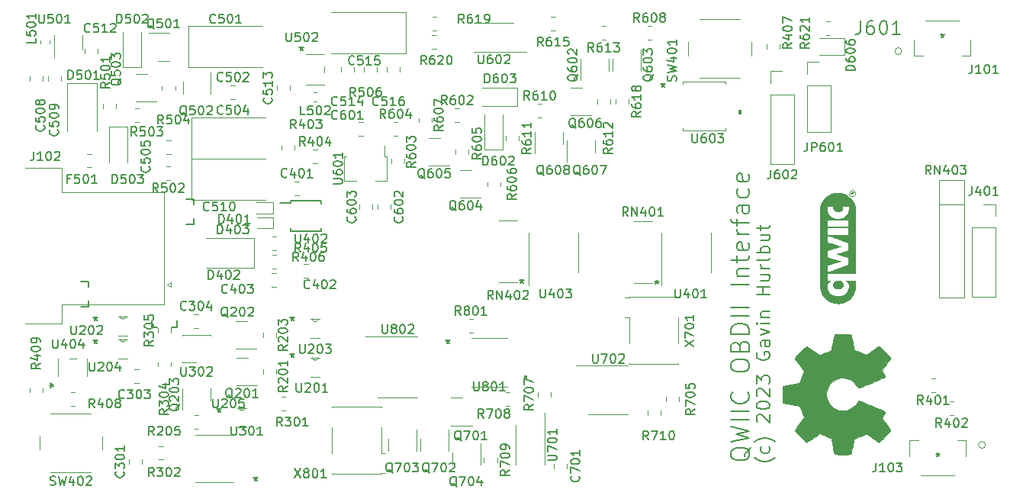
<source format=gbr>
%TF.GenerationSoftware,KiCad,Pcbnew,6.0.2+dfsg-1*%
%TF.CreationDate,2023-01-05T11:37:28-05:00*%
%TF.ProjectId,qwiic-obd,71776969-632d-46f6-9264-2e6b69636164,rev?*%
%TF.SameCoordinates,Original*%
%TF.FileFunction,Legend,Top*%
%TF.FilePolarity,Positive*%
%FSLAX46Y46*%
G04 Gerber Fmt 4.6, Leading zero omitted, Abs format (unit mm)*
G04 Created by KiCad (PCBNEW 6.0.2+dfsg-1) date 2023-01-05 11:37:28*
%MOMM*%
%LPD*%
G01*
G04 APERTURE LIST*
%ADD10C,0.150000*%
%ADD11C,0.010000*%
%ADD12C,0.120000*%
%ADD13C,0.100000*%
%ADD14C,0.203200*%
G04 APERTURE END LIST*
D10*
X191750000Y-121283428D02*
X191678571Y-121354857D01*
X191464285Y-121497714D01*
X191321428Y-121569142D01*
X191107142Y-121640571D01*
X190750000Y-121712000D01*
X190464285Y-121712000D01*
X190107142Y-121640571D01*
X189892857Y-121569142D01*
X189750000Y-121497714D01*
X189535714Y-121354857D01*
X189464285Y-121283428D01*
X191107142Y-120069142D02*
X191178571Y-120212000D01*
X191178571Y-120497714D01*
X191107142Y-120640571D01*
X191035714Y-120712000D01*
X190892857Y-120783428D01*
X190464285Y-120783428D01*
X190321428Y-120712000D01*
X190250000Y-120640571D01*
X190178571Y-120497714D01*
X190178571Y-120212000D01*
X190250000Y-120069142D01*
X191750000Y-119569142D02*
X191678571Y-119497714D01*
X191464285Y-119354857D01*
X191321428Y-119283428D01*
X191107142Y-119212000D01*
X190750000Y-119140571D01*
X190464285Y-119140571D01*
X190107142Y-119212000D01*
X189892857Y-119283428D01*
X189750000Y-119354857D01*
X189535714Y-119497714D01*
X189464285Y-119569142D01*
X189821428Y-117354857D02*
X189750000Y-117283428D01*
X189678571Y-117140571D01*
X189678571Y-116783428D01*
X189750000Y-116640571D01*
X189821428Y-116569142D01*
X189964285Y-116497714D01*
X190107142Y-116497714D01*
X190321428Y-116569142D01*
X191178571Y-117426285D01*
X191178571Y-116497714D01*
X189678571Y-115569142D02*
X189678571Y-115426285D01*
X189750000Y-115283428D01*
X189821428Y-115212000D01*
X189964285Y-115140571D01*
X190250000Y-115069142D01*
X190607142Y-115069142D01*
X190892857Y-115140571D01*
X191035714Y-115212000D01*
X191107142Y-115283428D01*
X191178571Y-115426285D01*
X191178571Y-115569142D01*
X191107142Y-115712000D01*
X191035714Y-115783428D01*
X190892857Y-115854857D01*
X190607142Y-115926285D01*
X190250000Y-115926285D01*
X189964285Y-115854857D01*
X189821428Y-115783428D01*
X189750000Y-115712000D01*
X189678571Y-115569142D01*
X189821428Y-114497714D02*
X189750000Y-114426285D01*
X189678571Y-114283428D01*
X189678571Y-113926285D01*
X189750000Y-113783428D01*
X189821428Y-113712000D01*
X189964285Y-113640571D01*
X190107142Y-113640571D01*
X190321428Y-113712000D01*
X191178571Y-114569142D01*
X191178571Y-113640571D01*
X189678571Y-113140571D02*
X189678571Y-112212000D01*
X190250000Y-112712000D01*
X190250000Y-112497714D01*
X190321428Y-112354857D01*
X190392857Y-112283428D01*
X190535714Y-112212000D01*
X190892857Y-112212000D01*
X191035714Y-112283428D01*
X191107142Y-112354857D01*
X191178571Y-112497714D01*
X191178571Y-112926285D01*
X191107142Y-113069142D01*
X191035714Y-113140571D01*
X189750000Y-109640571D02*
X189678571Y-109783428D01*
X189678571Y-109997714D01*
X189750000Y-110212000D01*
X189892857Y-110354857D01*
X190035714Y-110426285D01*
X190321428Y-110497714D01*
X190535714Y-110497714D01*
X190821428Y-110426285D01*
X190964285Y-110354857D01*
X191107142Y-110212000D01*
X191178571Y-109997714D01*
X191178571Y-109854857D01*
X191107142Y-109640571D01*
X191035714Y-109569142D01*
X190535714Y-109569142D01*
X190535714Y-109854857D01*
X191178571Y-108283428D02*
X190392857Y-108283428D01*
X190250000Y-108354857D01*
X190178571Y-108497714D01*
X190178571Y-108783428D01*
X190250000Y-108926285D01*
X191107142Y-108283428D02*
X191178571Y-108426285D01*
X191178571Y-108783428D01*
X191107142Y-108926285D01*
X190964285Y-108997714D01*
X190821428Y-108997714D01*
X190678571Y-108926285D01*
X190607142Y-108783428D01*
X190607142Y-108426285D01*
X190535714Y-108283428D01*
X190178571Y-107712000D02*
X191178571Y-107354857D01*
X190178571Y-106997714D01*
X191178571Y-106426285D02*
X190178571Y-106426285D01*
X189678571Y-106426285D02*
X189750000Y-106497714D01*
X189821428Y-106426285D01*
X189750000Y-106354857D01*
X189678571Y-106426285D01*
X189821428Y-106426285D01*
X190178571Y-105712000D02*
X191178571Y-105712000D01*
X190321428Y-105712000D02*
X190250000Y-105640571D01*
X190178571Y-105497714D01*
X190178571Y-105283428D01*
X190250000Y-105140571D01*
X190392857Y-105069142D01*
X191178571Y-105069142D01*
X191178571Y-103212000D02*
X189678571Y-103212000D01*
X190392857Y-103212000D02*
X190392857Y-102354857D01*
X191178571Y-102354857D02*
X189678571Y-102354857D01*
X190178571Y-100997714D02*
X191178571Y-100997714D01*
X190178571Y-101640571D02*
X190964285Y-101640571D01*
X191107142Y-101569142D01*
X191178571Y-101426285D01*
X191178571Y-101212000D01*
X191107142Y-101069142D01*
X191035714Y-100997714D01*
X191178571Y-100283428D02*
X190178571Y-100283428D01*
X190464285Y-100283428D02*
X190321428Y-100212000D01*
X190250000Y-100140571D01*
X190178571Y-99997714D01*
X190178571Y-99854857D01*
X191178571Y-99140571D02*
X191107142Y-99283428D01*
X190964285Y-99354857D01*
X189678571Y-99354857D01*
X191178571Y-98569142D02*
X189678571Y-98569142D01*
X190250000Y-98569142D02*
X190178571Y-98426285D01*
X190178571Y-98140571D01*
X190250000Y-97997714D01*
X190321428Y-97926285D01*
X190464285Y-97854857D01*
X190892857Y-97854857D01*
X191035714Y-97926285D01*
X191107142Y-97997714D01*
X191178571Y-98140571D01*
X191178571Y-98426285D01*
X191107142Y-98569142D01*
X190178571Y-96569142D02*
X191178571Y-96569142D01*
X190178571Y-97212000D02*
X190964285Y-97212000D01*
X191107142Y-97140571D01*
X191178571Y-96997714D01*
X191178571Y-96783428D01*
X191107142Y-96640571D01*
X191035714Y-96569142D01*
X190178571Y-96069142D02*
X190178571Y-95497714D01*
X189678571Y-95854857D02*
X190964285Y-95854857D01*
X191107142Y-95783428D01*
X191178571Y-95640571D01*
X191178571Y-95497714D01*
X189055238Y-120140190D02*
X188960000Y-120330666D01*
X188769523Y-120521142D01*
X188483809Y-120806857D01*
X188388571Y-120997333D01*
X188388571Y-121187809D01*
X188864761Y-121092571D02*
X188769523Y-121283047D01*
X188579047Y-121473523D01*
X188198095Y-121568761D01*
X187531428Y-121568761D01*
X187150476Y-121473523D01*
X186960000Y-121283047D01*
X186864761Y-121092571D01*
X186864761Y-120711619D01*
X186960000Y-120521142D01*
X187150476Y-120330666D01*
X187531428Y-120235428D01*
X188198095Y-120235428D01*
X188579047Y-120330666D01*
X188769523Y-120521142D01*
X188864761Y-120711619D01*
X188864761Y-121092571D01*
X186864761Y-119568761D02*
X188864761Y-119092571D01*
X187436190Y-118711619D01*
X188864761Y-118330666D01*
X186864761Y-117854476D01*
X188864761Y-117092571D02*
X186864761Y-117092571D01*
X188864761Y-116140190D02*
X186864761Y-116140190D01*
X188674285Y-114044952D02*
X188769523Y-114140190D01*
X188864761Y-114425904D01*
X188864761Y-114616380D01*
X188769523Y-114902095D01*
X188579047Y-115092571D01*
X188388571Y-115187809D01*
X188007619Y-115283047D01*
X187721904Y-115283047D01*
X187340952Y-115187809D01*
X187150476Y-115092571D01*
X186960000Y-114902095D01*
X186864761Y-114616380D01*
X186864761Y-114425904D01*
X186960000Y-114140190D01*
X187055238Y-114044952D01*
X186864761Y-111283047D02*
X186864761Y-110902095D01*
X186960000Y-110711619D01*
X187150476Y-110521142D01*
X187531428Y-110425904D01*
X188198095Y-110425904D01*
X188579047Y-110521142D01*
X188769523Y-110711619D01*
X188864761Y-110902095D01*
X188864761Y-111283047D01*
X188769523Y-111473523D01*
X188579047Y-111664000D01*
X188198095Y-111759238D01*
X187531428Y-111759238D01*
X187150476Y-111664000D01*
X186960000Y-111473523D01*
X186864761Y-111283047D01*
X187817142Y-108902095D02*
X187912380Y-108616380D01*
X188007619Y-108521142D01*
X188198095Y-108425904D01*
X188483809Y-108425904D01*
X188674285Y-108521142D01*
X188769523Y-108616380D01*
X188864761Y-108806857D01*
X188864761Y-109568761D01*
X186864761Y-109568761D01*
X186864761Y-108902095D01*
X186960000Y-108711619D01*
X187055238Y-108616380D01*
X187245714Y-108521142D01*
X187436190Y-108521142D01*
X187626666Y-108616380D01*
X187721904Y-108711619D01*
X187817142Y-108902095D01*
X187817142Y-109568761D01*
X188864761Y-107568761D02*
X186864761Y-107568761D01*
X186864761Y-107092571D01*
X186960000Y-106806857D01*
X187150476Y-106616380D01*
X187340952Y-106521142D01*
X187721904Y-106425904D01*
X188007619Y-106425904D01*
X188388571Y-106521142D01*
X188579047Y-106616380D01*
X188769523Y-106806857D01*
X188864761Y-107092571D01*
X188864761Y-107568761D01*
X188864761Y-105568761D02*
X186864761Y-105568761D01*
X188864761Y-104616380D02*
X186864761Y-104616380D01*
X188864761Y-102140190D02*
X186864761Y-102140190D01*
X187531428Y-101187809D02*
X188864761Y-101187809D01*
X187721904Y-101187809D02*
X187626666Y-101092571D01*
X187531428Y-100902095D01*
X187531428Y-100616380D01*
X187626666Y-100425904D01*
X187817142Y-100330666D01*
X188864761Y-100330666D01*
X187531428Y-99664000D02*
X187531428Y-98902095D01*
X186864761Y-99378285D02*
X188579047Y-99378285D01*
X188769523Y-99283047D01*
X188864761Y-99092571D01*
X188864761Y-98902095D01*
X188769523Y-97473523D02*
X188864761Y-97664000D01*
X188864761Y-98044952D01*
X188769523Y-98235428D01*
X188579047Y-98330666D01*
X187817142Y-98330666D01*
X187626666Y-98235428D01*
X187531428Y-98044952D01*
X187531428Y-97664000D01*
X187626666Y-97473523D01*
X187817142Y-97378285D01*
X188007619Y-97378285D01*
X188198095Y-98330666D01*
X188864761Y-96521142D02*
X187531428Y-96521142D01*
X187912380Y-96521142D02*
X187721904Y-96425904D01*
X187626666Y-96330666D01*
X187531428Y-96140190D01*
X187531428Y-95949714D01*
X187531428Y-95568761D02*
X187531428Y-94806857D01*
X188864761Y-95283047D02*
X187150476Y-95283047D01*
X186960000Y-95187809D01*
X186864761Y-94997333D01*
X186864761Y-94806857D01*
X188864761Y-93283047D02*
X187817142Y-93283047D01*
X187626666Y-93378285D01*
X187531428Y-93568761D01*
X187531428Y-93949714D01*
X187626666Y-94140190D01*
X188769523Y-93283047D02*
X188864761Y-93473523D01*
X188864761Y-93949714D01*
X188769523Y-94140190D01*
X188579047Y-94235428D01*
X188388571Y-94235428D01*
X188198095Y-94140190D01*
X188102857Y-93949714D01*
X188102857Y-93473523D01*
X188007619Y-93283047D01*
X188769523Y-91473523D02*
X188864761Y-91664000D01*
X188864761Y-92044952D01*
X188769523Y-92235428D01*
X188674285Y-92330666D01*
X188483809Y-92425904D01*
X187912380Y-92425904D01*
X187721904Y-92330666D01*
X187626666Y-92235428D01*
X187531428Y-92044952D01*
X187531428Y-91664000D01*
X187626666Y-91473523D01*
X188769523Y-89854476D02*
X188864761Y-90044952D01*
X188864761Y-90425904D01*
X188769523Y-90616380D01*
X188579047Y-90711619D01*
X187817142Y-90711619D01*
X187626666Y-90616380D01*
X187531428Y-90425904D01*
X187531428Y-90044952D01*
X187626666Y-89854476D01*
X187817142Y-89759238D01*
X188007619Y-89759238D01*
X188198095Y-90711619D01*
%TO.C,R621*%
X195524380Y-75287047D02*
X195048190Y-75620380D01*
X195524380Y-75858476D02*
X194524380Y-75858476D01*
X194524380Y-75477523D01*
X194572000Y-75382285D01*
X194619619Y-75334666D01*
X194714857Y-75287047D01*
X194857714Y-75287047D01*
X194952952Y-75334666D01*
X195000571Y-75382285D01*
X195048190Y-75477523D01*
X195048190Y-75858476D01*
X194524380Y-74429904D02*
X194524380Y-74620380D01*
X194572000Y-74715619D01*
X194619619Y-74763238D01*
X194762476Y-74858476D01*
X194952952Y-74906095D01*
X195333904Y-74906095D01*
X195429142Y-74858476D01*
X195476761Y-74810857D01*
X195524380Y-74715619D01*
X195524380Y-74525142D01*
X195476761Y-74429904D01*
X195429142Y-74382285D01*
X195333904Y-74334666D01*
X195095809Y-74334666D01*
X195000571Y-74382285D01*
X194952952Y-74429904D01*
X194905333Y-74525142D01*
X194905333Y-74715619D01*
X194952952Y-74810857D01*
X195000571Y-74858476D01*
X195095809Y-74906095D01*
X194619619Y-73953714D02*
X194572000Y-73906095D01*
X194524380Y-73810857D01*
X194524380Y-73572761D01*
X194572000Y-73477523D01*
X194619619Y-73429904D01*
X194714857Y-73382285D01*
X194810095Y-73382285D01*
X194952952Y-73429904D01*
X195524380Y-74001333D01*
X195524380Y-73382285D01*
X195524380Y-72429904D02*
X195524380Y-73001333D01*
X195524380Y-72715619D02*
X194524380Y-72715619D01*
X194667238Y-72810857D01*
X194762476Y-72906095D01*
X194810095Y-73001333D01*
%TO.C,JP601*%
X195318285Y-86320380D02*
X195318285Y-87034666D01*
X195270666Y-87177523D01*
X195175428Y-87272761D01*
X195032571Y-87320380D01*
X194937333Y-87320380D01*
X195794476Y-87320380D02*
X195794476Y-86320380D01*
X196175428Y-86320380D01*
X196270666Y-86368000D01*
X196318285Y-86415619D01*
X196365904Y-86510857D01*
X196365904Y-86653714D01*
X196318285Y-86748952D01*
X196270666Y-86796571D01*
X196175428Y-86844190D01*
X195794476Y-86844190D01*
X197223047Y-86320380D02*
X197032571Y-86320380D01*
X196937333Y-86368000D01*
X196889714Y-86415619D01*
X196794476Y-86558476D01*
X196746857Y-86748952D01*
X196746857Y-87129904D01*
X196794476Y-87225142D01*
X196842095Y-87272761D01*
X196937333Y-87320380D01*
X197127809Y-87320380D01*
X197223047Y-87272761D01*
X197270666Y-87225142D01*
X197318285Y-87129904D01*
X197318285Y-86891809D01*
X197270666Y-86796571D01*
X197223047Y-86748952D01*
X197127809Y-86701333D01*
X196937333Y-86701333D01*
X196842095Y-86748952D01*
X196794476Y-86796571D01*
X196746857Y-86891809D01*
X197937333Y-86320380D02*
X198032571Y-86320380D01*
X198127809Y-86368000D01*
X198175428Y-86415619D01*
X198223047Y-86510857D01*
X198270666Y-86701333D01*
X198270666Y-86939428D01*
X198223047Y-87129904D01*
X198175428Y-87225142D01*
X198127809Y-87272761D01*
X198032571Y-87320380D01*
X197937333Y-87320380D01*
X197842095Y-87272761D01*
X197794476Y-87225142D01*
X197746857Y-87129904D01*
X197699238Y-86939428D01*
X197699238Y-86701333D01*
X197746857Y-86510857D01*
X197794476Y-86415619D01*
X197842095Y-86368000D01*
X197937333Y-86320380D01*
X199223047Y-87320380D02*
X198651619Y-87320380D01*
X198937333Y-87320380D02*
X198937333Y-86320380D01*
X198842095Y-86463238D01*
X198746857Y-86558476D01*
X198651619Y-86606095D01*
%TO.C,D606*%
X200604380Y-78342476D02*
X199604380Y-78342476D01*
X199604380Y-78104380D01*
X199652000Y-77961523D01*
X199747238Y-77866285D01*
X199842476Y-77818666D01*
X200032952Y-77771047D01*
X200175809Y-77771047D01*
X200366285Y-77818666D01*
X200461523Y-77866285D01*
X200556761Y-77961523D01*
X200604380Y-78104380D01*
X200604380Y-78342476D01*
X199604380Y-76913904D02*
X199604380Y-77104380D01*
X199652000Y-77199619D01*
X199699619Y-77247238D01*
X199842476Y-77342476D01*
X200032952Y-77390095D01*
X200413904Y-77390095D01*
X200509142Y-77342476D01*
X200556761Y-77294857D01*
X200604380Y-77199619D01*
X200604380Y-77009142D01*
X200556761Y-76913904D01*
X200509142Y-76866285D01*
X200413904Y-76818666D01*
X200175809Y-76818666D01*
X200080571Y-76866285D01*
X200032952Y-76913904D01*
X199985333Y-77009142D01*
X199985333Y-77199619D01*
X200032952Y-77294857D01*
X200080571Y-77342476D01*
X200175809Y-77390095D01*
X199604380Y-76199619D02*
X199604380Y-76104380D01*
X199652000Y-76009142D01*
X199699619Y-75961523D01*
X199794857Y-75913904D01*
X199985333Y-75866285D01*
X200223428Y-75866285D01*
X200413904Y-75913904D01*
X200509142Y-75961523D01*
X200556761Y-76009142D01*
X200604380Y-76104380D01*
X200604380Y-76199619D01*
X200556761Y-76294857D01*
X200509142Y-76342476D01*
X200413904Y-76390095D01*
X200223428Y-76437714D01*
X199985333Y-76437714D01*
X199794857Y-76390095D01*
X199699619Y-76342476D01*
X199652000Y-76294857D01*
X199604380Y-76199619D01*
X199604380Y-75009142D02*
X199604380Y-75199619D01*
X199652000Y-75294857D01*
X199699619Y-75342476D01*
X199842476Y-75437714D01*
X200032952Y-75485333D01*
X200413904Y-75485333D01*
X200509142Y-75437714D01*
X200556761Y-75390095D01*
X200604380Y-75294857D01*
X200604380Y-75104380D01*
X200556761Y-75009142D01*
X200509142Y-74961523D01*
X200413904Y-74913904D01*
X200175809Y-74913904D01*
X200080571Y-74961523D01*
X200032952Y-75009142D01*
X199985333Y-75104380D01*
X199985333Y-75294857D01*
X200032952Y-75390095D01*
X200080571Y-75437714D01*
X200175809Y-75485333D01*
%TO.C,SW401*%
X180744761Y-79501714D02*
X180792380Y-79358857D01*
X180792380Y-79120761D01*
X180744761Y-79025523D01*
X180697142Y-78977904D01*
X180601904Y-78930285D01*
X180506666Y-78930285D01*
X180411428Y-78977904D01*
X180363809Y-79025523D01*
X180316190Y-79120761D01*
X180268571Y-79311238D01*
X180220952Y-79406476D01*
X180173333Y-79454095D01*
X180078095Y-79501714D01*
X179982857Y-79501714D01*
X179887619Y-79454095D01*
X179840000Y-79406476D01*
X179792380Y-79311238D01*
X179792380Y-79073142D01*
X179840000Y-78930285D01*
X179792380Y-78596952D02*
X180792380Y-78358857D01*
X180078095Y-78168380D01*
X180792380Y-77977904D01*
X179792380Y-77739809D01*
X180125714Y-76930285D02*
X180792380Y-76930285D01*
X179744761Y-77168380D02*
X180459047Y-77406476D01*
X180459047Y-76787428D01*
X179792380Y-76216000D02*
X179792380Y-76120761D01*
X179840000Y-76025523D01*
X179887619Y-75977904D01*
X179982857Y-75930285D01*
X180173333Y-75882666D01*
X180411428Y-75882666D01*
X180601904Y-75930285D01*
X180697142Y-75977904D01*
X180744761Y-76025523D01*
X180792380Y-76120761D01*
X180792380Y-76216000D01*
X180744761Y-76311238D01*
X180697142Y-76358857D01*
X180601904Y-76406476D01*
X180411428Y-76454095D01*
X180173333Y-76454095D01*
X179982857Y-76406476D01*
X179887619Y-76358857D01*
X179840000Y-76311238D01*
X179792380Y-76216000D01*
X180792380Y-74930285D02*
X180792380Y-75501714D01*
X180792380Y-75216000D02*
X179792380Y-75216000D01*
X179935238Y-75311238D01*
X180030476Y-75406476D01*
X180078095Y-75501714D01*
%TO.C,R407*%
X193618380Y-75303047D02*
X193142190Y-75636380D01*
X193618380Y-75874476D02*
X192618380Y-75874476D01*
X192618380Y-75493523D01*
X192666000Y-75398285D01*
X192713619Y-75350666D01*
X192808857Y-75303047D01*
X192951714Y-75303047D01*
X193046952Y-75350666D01*
X193094571Y-75398285D01*
X193142190Y-75493523D01*
X193142190Y-75874476D01*
X192951714Y-74445904D02*
X193618380Y-74445904D01*
X192570761Y-74684000D02*
X193285047Y-74922095D01*
X193285047Y-74303047D01*
X192618380Y-73731619D02*
X192618380Y-73636380D01*
X192666000Y-73541142D01*
X192713619Y-73493523D01*
X192808857Y-73445904D01*
X192999333Y-73398285D01*
X193237428Y-73398285D01*
X193427904Y-73445904D01*
X193523142Y-73493523D01*
X193570761Y-73541142D01*
X193618380Y-73636380D01*
X193618380Y-73731619D01*
X193570761Y-73826857D01*
X193523142Y-73874476D01*
X193427904Y-73922095D01*
X193237428Y-73969714D01*
X192999333Y-73969714D01*
X192808857Y-73922095D01*
X192713619Y-73874476D01*
X192666000Y-73826857D01*
X192618380Y-73731619D01*
X192618380Y-73064952D02*
X192618380Y-72398285D01*
X193618380Y-72826857D01*
%TO.C,J602*%
X191246285Y-89368380D02*
X191246285Y-90082666D01*
X191198666Y-90225523D01*
X191103428Y-90320761D01*
X190960571Y-90368380D01*
X190865333Y-90368380D01*
X192151047Y-89368380D02*
X191960571Y-89368380D01*
X191865333Y-89416000D01*
X191817714Y-89463619D01*
X191722476Y-89606476D01*
X191674857Y-89796952D01*
X191674857Y-90177904D01*
X191722476Y-90273142D01*
X191770095Y-90320761D01*
X191865333Y-90368380D01*
X192055809Y-90368380D01*
X192151047Y-90320761D01*
X192198666Y-90273142D01*
X192246285Y-90177904D01*
X192246285Y-89939809D01*
X192198666Y-89844571D01*
X192151047Y-89796952D01*
X192055809Y-89749333D01*
X191865333Y-89749333D01*
X191770095Y-89796952D01*
X191722476Y-89844571D01*
X191674857Y-89939809D01*
X192865333Y-89368380D02*
X192960571Y-89368380D01*
X193055809Y-89416000D01*
X193103428Y-89463619D01*
X193151047Y-89558857D01*
X193198666Y-89749333D01*
X193198666Y-89987428D01*
X193151047Y-90177904D01*
X193103428Y-90273142D01*
X193055809Y-90320761D01*
X192960571Y-90368380D01*
X192865333Y-90368380D01*
X192770095Y-90320761D01*
X192722476Y-90273142D01*
X192674857Y-90177904D01*
X192627238Y-89987428D01*
X192627238Y-89749333D01*
X192674857Y-89558857D01*
X192722476Y-89463619D01*
X192770095Y-89416000D01*
X192865333Y-89368380D01*
X193579619Y-89463619D02*
X193627238Y-89416000D01*
X193722476Y-89368380D01*
X193960571Y-89368380D01*
X194055809Y-89416000D01*
X194103428Y-89463619D01*
X194151047Y-89558857D01*
X194151047Y-89654095D01*
X194103428Y-89796952D01*
X193532000Y-90368380D01*
X194151047Y-90368380D01*
%TO.C,R610*%
X164488952Y-81606380D02*
X164155619Y-81130190D01*
X163917523Y-81606380D02*
X163917523Y-80606380D01*
X164298476Y-80606380D01*
X164393714Y-80654000D01*
X164441333Y-80701619D01*
X164488952Y-80796857D01*
X164488952Y-80939714D01*
X164441333Y-81034952D01*
X164393714Y-81082571D01*
X164298476Y-81130190D01*
X163917523Y-81130190D01*
X165346095Y-80606380D02*
X165155619Y-80606380D01*
X165060380Y-80654000D01*
X165012761Y-80701619D01*
X164917523Y-80844476D01*
X164869904Y-81034952D01*
X164869904Y-81415904D01*
X164917523Y-81511142D01*
X164965142Y-81558761D01*
X165060380Y-81606380D01*
X165250857Y-81606380D01*
X165346095Y-81558761D01*
X165393714Y-81511142D01*
X165441333Y-81415904D01*
X165441333Y-81177809D01*
X165393714Y-81082571D01*
X165346095Y-81034952D01*
X165250857Y-80987333D01*
X165060380Y-80987333D01*
X164965142Y-81034952D01*
X164917523Y-81082571D01*
X164869904Y-81177809D01*
X166393714Y-81606380D02*
X165822285Y-81606380D01*
X166108000Y-81606380D02*
X166108000Y-80606380D01*
X166012761Y-80749238D01*
X165917523Y-80844476D01*
X165822285Y-80892095D01*
X167012761Y-80606380D02*
X167108000Y-80606380D01*
X167203238Y-80654000D01*
X167250857Y-80701619D01*
X167298476Y-80796857D01*
X167346095Y-80987333D01*
X167346095Y-81225428D01*
X167298476Y-81415904D01*
X167250857Y-81511142D01*
X167203238Y-81558761D01*
X167108000Y-81606380D01*
X167012761Y-81606380D01*
X166917523Y-81558761D01*
X166869904Y-81511142D01*
X166822285Y-81415904D01*
X166774666Y-81225428D01*
X166774666Y-80987333D01*
X166822285Y-80796857D01*
X166869904Y-80701619D01*
X166917523Y-80654000D01*
X167012761Y-80606380D01*
%TO.C,RN401*%
X175432920Y-94495841D02*
X175099587Y-94019651D01*
X174861492Y-94495841D02*
X174861492Y-93495841D01*
X175242444Y-93495841D01*
X175337682Y-93543461D01*
X175385301Y-93591080D01*
X175432920Y-93686318D01*
X175432920Y-93829175D01*
X175385301Y-93924413D01*
X175337682Y-93972032D01*
X175242444Y-94019651D01*
X174861492Y-94019651D01*
X175861492Y-94495841D02*
X175861492Y-93495841D01*
X176432920Y-94495841D01*
X176432920Y-93495841D01*
X177337682Y-93829175D02*
X177337682Y-94495841D01*
X177099587Y-93448222D02*
X176861492Y-94162508D01*
X177480539Y-94162508D01*
X178051968Y-93495841D02*
X178147206Y-93495841D01*
X178242444Y-93543461D01*
X178290063Y-93591080D01*
X178337682Y-93686318D01*
X178385301Y-93876794D01*
X178385301Y-94114889D01*
X178337682Y-94305365D01*
X178290063Y-94400603D01*
X178242444Y-94448222D01*
X178147206Y-94495841D01*
X178051968Y-94495841D01*
X177956730Y-94448222D01*
X177909111Y-94400603D01*
X177861492Y-94305365D01*
X177813873Y-94114889D01*
X177813873Y-93876794D01*
X177861492Y-93686318D01*
X177909111Y-93591080D01*
X177956730Y-93543461D01*
X178051968Y-93495841D01*
X179337682Y-94495841D02*
X178766254Y-94495841D01*
X179051968Y-94495841D02*
X179051968Y-93495841D01*
X178956730Y-93638699D01*
X178861492Y-93733937D01*
X178766254Y-93781556D01*
X178612478Y-101579041D02*
X178612478Y-101817137D01*
X178374382Y-101721899D02*
X178612478Y-101817137D01*
X178850573Y-101721899D01*
X178469620Y-102007613D02*
X178612478Y-101817137D01*
X178755335Y-102007613D01*
X178612478Y-101579041D02*
X178612478Y-101817137D01*
X178374382Y-101721899D02*
X178612478Y-101817137D01*
X178850573Y-101721899D01*
X178469620Y-102007613D02*
X178612478Y-101817137D01*
X178755335Y-102007613D01*
%TO.C,D502*%
X118705523Y-73096380D02*
X118705523Y-72096380D01*
X118943619Y-72096380D01*
X119086476Y-72144000D01*
X119181714Y-72239238D01*
X119229333Y-72334476D01*
X119276952Y-72524952D01*
X119276952Y-72667809D01*
X119229333Y-72858285D01*
X119181714Y-72953523D01*
X119086476Y-73048761D01*
X118943619Y-73096380D01*
X118705523Y-73096380D01*
X120181714Y-72096380D02*
X119705523Y-72096380D01*
X119657904Y-72572571D01*
X119705523Y-72524952D01*
X119800761Y-72477333D01*
X120038857Y-72477333D01*
X120134095Y-72524952D01*
X120181714Y-72572571D01*
X120229333Y-72667809D01*
X120229333Y-72905904D01*
X120181714Y-73001142D01*
X120134095Y-73048761D01*
X120038857Y-73096380D01*
X119800761Y-73096380D01*
X119705523Y-73048761D01*
X119657904Y-73001142D01*
X120848380Y-72096380D02*
X120943619Y-72096380D01*
X121038857Y-72144000D01*
X121086476Y-72191619D01*
X121134095Y-72286857D01*
X121181714Y-72477333D01*
X121181714Y-72715428D01*
X121134095Y-72905904D01*
X121086476Y-73001142D01*
X121038857Y-73048761D01*
X120943619Y-73096380D01*
X120848380Y-73096380D01*
X120753142Y-73048761D01*
X120705523Y-73001142D01*
X120657904Y-72905904D01*
X120610285Y-72715428D01*
X120610285Y-72477333D01*
X120657904Y-72286857D01*
X120705523Y-72191619D01*
X120753142Y-72144000D01*
X120848380Y-72096380D01*
X121562666Y-72191619D02*
X121610285Y-72144000D01*
X121705523Y-72096380D01*
X121943619Y-72096380D01*
X122038857Y-72144000D01*
X122086476Y-72191619D01*
X122134095Y-72286857D01*
X122134095Y-72382095D01*
X122086476Y-72524952D01*
X121515047Y-73096380D01*
X122134095Y-73096380D01*
%TO.C,R403*%
X138580952Y-84780380D02*
X138247619Y-84304190D01*
X138009523Y-84780380D02*
X138009523Y-83780380D01*
X138390476Y-83780380D01*
X138485714Y-83828000D01*
X138533333Y-83875619D01*
X138580952Y-83970857D01*
X138580952Y-84113714D01*
X138533333Y-84208952D01*
X138485714Y-84256571D01*
X138390476Y-84304190D01*
X138009523Y-84304190D01*
X139438095Y-84113714D02*
X139438095Y-84780380D01*
X139200000Y-83732761D02*
X138961904Y-84447047D01*
X139580952Y-84447047D01*
X140152380Y-83780380D02*
X140247619Y-83780380D01*
X140342857Y-83828000D01*
X140390476Y-83875619D01*
X140438095Y-83970857D01*
X140485714Y-84161333D01*
X140485714Y-84399428D01*
X140438095Y-84589904D01*
X140390476Y-84685142D01*
X140342857Y-84732761D01*
X140247619Y-84780380D01*
X140152380Y-84780380D01*
X140057142Y-84732761D01*
X140009523Y-84685142D01*
X139961904Y-84589904D01*
X139914285Y-84399428D01*
X139914285Y-84161333D01*
X139961904Y-83970857D01*
X140009523Y-83875619D01*
X140057142Y-83828000D01*
X140152380Y-83780380D01*
X140819047Y-83780380D02*
X141438095Y-83780380D01*
X141104761Y-84161333D01*
X141247619Y-84161333D01*
X141342857Y-84208952D01*
X141390476Y-84256571D01*
X141438095Y-84351809D01*
X141438095Y-84589904D01*
X141390476Y-84685142D01*
X141342857Y-84732761D01*
X141247619Y-84780380D01*
X140961904Y-84780380D01*
X140866666Y-84732761D01*
X140819047Y-84685142D01*
%TO.C,U205*%
X129349714Y-114768380D02*
X129349714Y-115577904D01*
X129397333Y-115673142D01*
X129444952Y-115720761D01*
X129540190Y-115768380D01*
X129730666Y-115768380D01*
X129825904Y-115720761D01*
X129873523Y-115673142D01*
X129921142Y-115577904D01*
X129921142Y-114768380D01*
X130349714Y-114863619D02*
X130397333Y-114816000D01*
X130492571Y-114768380D01*
X130730666Y-114768380D01*
X130825904Y-114816000D01*
X130873523Y-114863619D01*
X130921142Y-114958857D01*
X130921142Y-115054095D01*
X130873523Y-115196952D01*
X130302095Y-115768380D01*
X130921142Y-115768380D01*
X131540190Y-114768380D02*
X131635428Y-114768380D01*
X131730666Y-114816000D01*
X131778285Y-114863619D01*
X131825904Y-114958857D01*
X131873523Y-115149333D01*
X131873523Y-115387428D01*
X131825904Y-115577904D01*
X131778285Y-115673142D01*
X131730666Y-115720761D01*
X131635428Y-115768380D01*
X131540190Y-115768380D01*
X131444952Y-115720761D01*
X131397333Y-115673142D01*
X131349714Y-115577904D01*
X131302095Y-115387428D01*
X131302095Y-115149333D01*
X131349714Y-114958857D01*
X131397333Y-114863619D01*
X131444952Y-114816000D01*
X131540190Y-114768380D01*
X132778285Y-114768380D02*
X132302095Y-114768380D01*
X132254476Y-115244571D01*
X132302095Y-115196952D01*
X132397333Y-115149333D01*
X132635428Y-115149333D01*
X132730666Y-115196952D01*
X132778285Y-115244571D01*
X132825904Y-115339809D01*
X132825904Y-115577904D01*
X132778285Y-115673142D01*
X132730666Y-115720761D01*
X132635428Y-115768380D01*
X132397333Y-115768380D01*
X132302095Y-115720761D01*
X132254476Y-115673142D01*
X130048000Y-115784380D02*
X130048000Y-116022476D01*
X129809904Y-115927238D02*
X130048000Y-116022476D01*
X130286095Y-115927238D01*
X129905142Y-116212952D02*
X130048000Y-116022476D01*
X130190857Y-116212952D01*
X130048000Y-115784380D02*
X130048000Y-116022476D01*
X129809904Y-115927238D02*
X130048000Y-116022476D01*
X130286095Y-115927238D01*
X129905142Y-116212952D02*
X130048000Y-116022476D01*
X130190857Y-116212952D01*
%TO.C,Q704*%
X156432380Y-124499619D02*
X156337142Y-124452000D01*
X156241904Y-124356761D01*
X156099047Y-124213904D01*
X156003809Y-124166285D01*
X155908571Y-124166285D01*
X155956190Y-124404380D02*
X155860952Y-124356761D01*
X155765714Y-124261523D01*
X155718095Y-124071047D01*
X155718095Y-123737714D01*
X155765714Y-123547238D01*
X155860952Y-123452000D01*
X155956190Y-123404380D01*
X156146666Y-123404380D01*
X156241904Y-123452000D01*
X156337142Y-123547238D01*
X156384761Y-123737714D01*
X156384761Y-124071047D01*
X156337142Y-124261523D01*
X156241904Y-124356761D01*
X156146666Y-124404380D01*
X155956190Y-124404380D01*
X156718095Y-123404380D02*
X157384761Y-123404380D01*
X156956190Y-124404380D01*
X157956190Y-123404380D02*
X158051428Y-123404380D01*
X158146666Y-123452000D01*
X158194285Y-123499619D01*
X158241904Y-123594857D01*
X158289523Y-123785333D01*
X158289523Y-124023428D01*
X158241904Y-124213904D01*
X158194285Y-124309142D01*
X158146666Y-124356761D01*
X158051428Y-124404380D01*
X157956190Y-124404380D01*
X157860952Y-124356761D01*
X157813333Y-124309142D01*
X157765714Y-124213904D01*
X157718095Y-124023428D01*
X157718095Y-123785333D01*
X157765714Y-123594857D01*
X157813333Y-123499619D01*
X157860952Y-123452000D01*
X157956190Y-123404380D01*
X159146666Y-123737714D02*
X159146666Y-124404380D01*
X158908571Y-123356761D02*
X158670476Y-124071047D01*
X159289523Y-124071047D01*
%TO.C,R611*%
X164662380Y-86971047D02*
X164186190Y-87304380D01*
X164662380Y-87542476D02*
X163662380Y-87542476D01*
X163662380Y-87161523D01*
X163710000Y-87066285D01*
X163757619Y-87018666D01*
X163852857Y-86971047D01*
X163995714Y-86971047D01*
X164090952Y-87018666D01*
X164138571Y-87066285D01*
X164186190Y-87161523D01*
X164186190Y-87542476D01*
X163662380Y-86113904D02*
X163662380Y-86304380D01*
X163710000Y-86399619D01*
X163757619Y-86447238D01*
X163900476Y-86542476D01*
X164090952Y-86590095D01*
X164471904Y-86590095D01*
X164567142Y-86542476D01*
X164614761Y-86494857D01*
X164662380Y-86399619D01*
X164662380Y-86209142D01*
X164614761Y-86113904D01*
X164567142Y-86066285D01*
X164471904Y-86018666D01*
X164233809Y-86018666D01*
X164138571Y-86066285D01*
X164090952Y-86113904D01*
X164043333Y-86209142D01*
X164043333Y-86399619D01*
X164090952Y-86494857D01*
X164138571Y-86542476D01*
X164233809Y-86590095D01*
X164662380Y-85066285D02*
X164662380Y-85637714D01*
X164662380Y-85352000D02*
X163662380Y-85352000D01*
X163805238Y-85447238D01*
X163900476Y-85542476D01*
X163948095Y-85637714D01*
X164662380Y-84113904D02*
X164662380Y-84685333D01*
X164662380Y-84399619D02*
X163662380Y-84399619D01*
X163805238Y-84494857D01*
X163900476Y-84590095D01*
X163948095Y-84685333D01*
%TO.C,R801*%
X156868952Y-105482380D02*
X156535619Y-105006190D01*
X156297523Y-105482380D02*
X156297523Y-104482380D01*
X156678476Y-104482380D01*
X156773714Y-104530000D01*
X156821333Y-104577619D01*
X156868952Y-104672857D01*
X156868952Y-104815714D01*
X156821333Y-104910952D01*
X156773714Y-104958571D01*
X156678476Y-105006190D01*
X156297523Y-105006190D01*
X157440380Y-104910952D02*
X157345142Y-104863333D01*
X157297523Y-104815714D01*
X157249904Y-104720476D01*
X157249904Y-104672857D01*
X157297523Y-104577619D01*
X157345142Y-104530000D01*
X157440380Y-104482380D01*
X157630857Y-104482380D01*
X157726095Y-104530000D01*
X157773714Y-104577619D01*
X157821333Y-104672857D01*
X157821333Y-104720476D01*
X157773714Y-104815714D01*
X157726095Y-104863333D01*
X157630857Y-104910952D01*
X157440380Y-104910952D01*
X157345142Y-104958571D01*
X157297523Y-105006190D01*
X157249904Y-105101428D01*
X157249904Y-105291904D01*
X157297523Y-105387142D01*
X157345142Y-105434761D01*
X157440380Y-105482380D01*
X157630857Y-105482380D01*
X157726095Y-105434761D01*
X157773714Y-105387142D01*
X157821333Y-105291904D01*
X157821333Y-105101428D01*
X157773714Y-105006190D01*
X157726095Y-104958571D01*
X157630857Y-104910952D01*
X158440380Y-104482380D02*
X158535619Y-104482380D01*
X158630857Y-104530000D01*
X158678476Y-104577619D01*
X158726095Y-104672857D01*
X158773714Y-104863333D01*
X158773714Y-105101428D01*
X158726095Y-105291904D01*
X158678476Y-105387142D01*
X158630857Y-105434761D01*
X158535619Y-105482380D01*
X158440380Y-105482380D01*
X158345142Y-105434761D01*
X158297523Y-105387142D01*
X158249904Y-105291904D01*
X158202285Y-105101428D01*
X158202285Y-104863333D01*
X158249904Y-104672857D01*
X158297523Y-104577619D01*
X158345142Y-104530000D01*
X158440380Y-104482380D01*
X159726095Y-105482380D02*
X159154666Y-105482380D01*
X159440380Y-105482380D02*
X159440380Y-104482380D01*
X159345142Y-104625238D01*
X159249904Y-104720476D01*
X159154666Y-104768095D01*
%TO.C,C303*%
X119523700Y-114657142D02*
X119476081Y-114704761D01*
X119333224Y-114752380D01*
X119237986Y-114752380D01*
X119095128Y-114704761D01*
X118999890Y-114609523D01*
X118952271Y-114514285D01*
X118904652Y-114323809D01*
X118904652Y-114180952D01*
X118952271Y-113990476D01*
X118999890Y-113895238D01*
X119095128Y-113800000D01*
X119237986Y-113752380D01*
X119333224Y-113752380D01*
X119476081Y-113800000D01*
X119523700Y-113847619D01*
X119857033Y-113752380D02*
X120476081Y-113752380D01*
X120142748Y-114133333D01*
X120285605Y-114133333D01*
X120380843Y-114180952D01*
X120428462Y-114228571D01*
X120476081Y-114323809D01*
X120476081Y-114561904D01*
X120428462Y-114657142D01*
X120380843Y-114704761D01*
X120285605Y-114752380D01*
X119999890Y-114752380D01*
X119904652Y-114704761D01*
X119857033Y-114657142D01*
X121095128Y-113752380D02*
X121190367Y-113752380D01*
X121285605Y-113800000D01*
X121333224Y-113847619D01*
X121380843Y-113942857D01*
X121428462Y-114133333D01*
X121428462Y-114371428D01*
X121380843Y-114561904D01*
X121333224Y-114657142D01*
X121285605Y-114704761D01*
X121190367Y-114752380D01*
X121095128Y-114752380D01*
X120999890Y-114704761D01*
X120952271Y-114657142D01*
X120904652Y-114561904D01*
X120857033Y-114371428D01*
X120857033Y-114133333D01*
X120904652Y-113942857D01*
X120952271Y-113847619D01*
X120999890Y-113800000D01*
X121095128Y-113752380D01*
X121761795Y-113752380D02*
X122380843Y-113752380D01*
X122047509Y-114133333D01*
X122190367Y-114133333D01*
X122285605Y-114180952D01*
X122333224Y-114228571D01*
X122380843Y-114323809D01*
X122380843Y-114561904D01*
X122333224Y-114657142D01*
X122285605Y-114704761D01*
X122190367Y-114752380D01*
X121904652Y-114752380D01*
X121809414Y-114704761D01*
X121761795Y-114657142D01*
%TO.C,C516*%
X147724952Y-82145142D02*
X147677333Y-82192761D01*
X147534476Y-82240380D01*
X147439238Y-82240380D01*
X147296380Y-82192761D01*
X147201142Y-82097523D01*
X147153523Y-82002285D01*
X147105904Y-81811809D01*
X147105904Y-81668952D01*
X147153523Y-81478476D01*
X147201142Y-81383238D01*
X147296380Y-81288000D01*
X147439238Y-81240380D01*
X147534476Y-81240380D01*
X147677333Y-81288000D01*
X147724952Y-81335619D01*
X148629714Y-81240380D02*
X148153523Y-81240380D01*
X148105904Y-81716571D01*
X148153523Y-81668952D01*
X148248761Y-81621333D01*
X148486857Y-81621333D01*
X148582095Y-81668952D01*
X148629714Y-81716571D01*
X148677333Y-81811809D01*
X148677333Y-82049904D01*
X148629714Y-82145142D01*
X148582095Y-82192761D01*
X148486857Y-82240380D01*
X148248761Y-82240380D01*
X148153523Y-82192761D01*
X148105904Y-82145142D01*
X149629714Y-82240380D02*
X149058285Y-82240380D01*
X149344000Y-82240380D02*
X149344000Y-81240380D01*
X149248761Y-81383238D01*
X149153523Y-81478476D01*
X149058285Y-81526095D01*
X150486857Y-81240380D02*
X150296380Y-81240380D01*
X150201142Y-81288000D01*
X150153523Y-81335619D01*
X150058285Y-81478476D01*
X150010666Y-81668952D01*
X150010666Y-82049904D01*
X150058285Y-82145142D01*
X150105904Y-82192761D01*
X150201142Y-82240380D01*
X150391619Y-82240380D01*
X150486857Y-82192761D01*
X150534476Y-82145142D01*
X150582095Y-82049904D01*
X150582095Y-81811809D01*
X150534476Y-81716571D01*
X150486857Y-81668952D01*
X150391619Y-81621333D01*
X150201142Y-81621333D01*
X150105904Y-81668952D01*
X150058285Y-81716571D01*
X150010666Y-81811809D01*
%TO.C,R705*%
X182824380Y-115927047D02*
X182348190Y-116260380D01*
X182824380Y-116498476D02*
X181824380Y-116498476D01*
X181824380Y-116117523D01*
X181872000Y-116022285D01*
X181919619Y-115974666D01*
X182014857Y-115927047D01*
X182157714Y-115927047D01*
X182252952Y-115974666D01*
X182300571Y-116022285D01*
X182348190Y-116117523D01*
X182348190Y-116498476D01*
X181824380Y-115593714D02*
X181824380Y-114927047D01*
X182824380Y-115355619D01*
X181824380Y-114355619D02*
X181824380Y-114260380D01*
X181872000Y-114165142D01*
X181919619Y-114117523D01*
X182014857Y-114069904D01*
X182205333Y-114022285D01*
X182443428Y-114022285D01*
X182633904Y-114069904D01*
X182729142Y-114117523D01*
X182776761Y-114165142D01*
X182824380Y-114260380D01*
X182824380Y-114355619D01*
X182776761Y-114450857D01*
X182729142Y-114498476D01*
X182633904Y-114546095D01*
X182443428Y-114593714D01*
X182205333Y-114593714D01*
X182014857Y-114546095D01*
X181919619Y-114498476D01*
X181872000Y-114450857D01*
X181824380Y-114355619D01*
X181824380Y-113117523D02*
X181824380Y-113593714D01*
X182300571Y-113641333D01*
X182252952Y-113593714D01*
X182205333Y-113498476D01*
X182205333Y-113260380D01*
X182252952Y-113165142D01*
X182300571Y-113117523D01*
X182395809Y-113069904D01*
X182633904Y-113069904D01*
X182729142Y-113117523D01*
X182776761Y-113165142D01*
X182824380Y-113260380D01*
X182824380Y-113498476D01*
X182776761Y-113593714D01*
X182729142Y-113641333D01*
%TO.C,C403*%
X130960952Y-102973142D02*
X130913333Y-103020761D01*
X130770476Y-103068380D01*
X130675238Y-103068380D01*
X130532380Y-103020761D01*
X130437142Y-102925523D01*
X130389523Y-102830285D01*
X130341904Y-102639809D01*
X130341904Y-102496952D01*
X130389523Y-102306476D01*
X130437142Y-102211238D01*
X130532380Y-102116000D01*
X130675238Y-102068380D01*
X130770476Y-102068380D01*
X130913333Y-102116000D01*
X130960952Y-102163619D01*
X131818095Y-102401714D02*
X131818095Y-103068380D01*
X131580000Y-102020761D02*
X131341904Y-102735047D01*
X131960952Y-102735047D01*
X132532380Y-102068380D02*
X132627619Y-102068380D01*
X132722857Y-102116000D01*
X132770476Y-102163619D01*
X132818095Y-102258857D01*
X132865714Y-102449333D01*
X132865714Y-102687428D01*
X132818095Y-102877904D01*
X132770476Y-102973142D01*
X132722857Y-103020761D01*
X132627619Y-103068380D01*
X132532380Y-103068380D01*
X132437142Y-103020761D01*
X132389523Y-102973142D01*
X132341904Y-102877904D01*
X132294285Y-102687428D01*
X132294285Y-102449333D01*
X132341904Y-102258857D01*
X132389523Y-102163619D01*
X132437142Y-102116000D01*
X132532380Y-102068380D01*
X133199047Y-102068380D02*
X133818095Y-102068380D01*
X133484761Y-102449333D01*
X133627619Y-102449333D01*
X133722857Y-102496952D01*
X133770476Y-102544571D01*
X133818095Y-102639809D01*
X133818095Y-102877904D01*
X133770476Y-102973142D01*
X133722857Y-103020761D01*
X133627619Y-103068380D01*
X133341904Y-103068380D01*
X133246666Y-103020761D01*
X133199047Y-102973142D01*
%TO.C,U301*%
X131379419Y-117816380D02*
X131379419Y-118625904D01*
X131427038Y-118721142D01*
X131474657Y-118768761D01*
X131569895Y-118816380D01*
X131760371Y-118816380D01*
X131855609Y-118768761D01*
X131903228Y-118721142D01*
X131950847Y-118625904D01*
X131950847Y-117816380D01*
X132331800Y-117816380D02*
X132950847Y-117816380D01*
X132617514Y-118197333D01*
X132760371Y-118197333D01*
X132855609Y-118244952D01*
X132903228Y-118292571D01*
X132950847Y-118387809D01*
X132950847Y-118625904D01*
X132903228Y-118721142D01*
X132855609Y-118768761D01*
X132760371Y-118816380D01*
X132474657Y-118816380D01*
X132379419Y-118768761D01*
X132331800Y-118721142D01*
X133569895Y-117816380D02*
X133665133Y-117816380D01*
X133760371Y-117864000D01*
X133807990Y-117911619D01*
X133855609Y-118006857D01*
X133903228Y-118197333D01*
X133903228Y-118435428D01*
X133855609Y-118625904D01*
X133807990Y-118721142D01*
X133760371Y-118768761D01*
X133665133Y-118816380D01*
X133569895Y-118816380D01*
X133474657Y-118768761D01*
X133427038Y-118721142D01*
X133379419Y-118625904D01*
X133331800Y-118435428D01*
X133331800Y-118197333D01*
X133379419Y-118006857D01*
X133427038Y-117911619D01*
X133474657Y-117864000D01*
X133569895Y-117816380D01*
X134855609Y-118816380D02*
X134284181Y-118816380D01*
X134569895Y-118816380D02*
X134569895Y-117816380D01*
X134474657Y-117959238D01*
X134379419Y-118054476D01*
X134284181Y-118102095D01*
X134112000Y-123404380D02*
X134112000Y-123642476D01*
X133873904Y-123547238D02*
X134112000Y-123642476D01*
X134350095Y-123547238D01*
X133969142Y-123832952D02*
X134112000Y-123642476D01*
X134254857Y-123832952D01*
X134112000Y-123404380D02*
X134112000Y-123642476D01*
X133873904Y-123547238D02*
X134112000Y-123642476D01*
X134350095Y-123547238D01*
X133969142Y-123832952D02*
X134112000Y-123642476D01*
X134254857Y-123832952D01*
%TO.C,J103*%
X202930285Y-121880380D02*
X202930285Y-122594666D01*
X202882666Y-122737523D01*
X202787428Y-122832761D01*
X202644571Y-122880380D01*
X202549333Y-122880380D01*
X203930285Y-122880380D02*
X203358857Y-122880380D01*
X203644571Y-122880380D02*
X203644571Y-121880380D01*
X203549333Y-122023238D01*
X203454095Y-122118476D01*
X203358857Y-122166095D01*
X204549333Y-121880380D02*
X204644571Y-121880380D01*
X204739809Y-121928000D01*
X204787428Y-121975619D01*
X204835047Y-122070857D01*
X204882666Y-122261333D01*
X204882666Y-122499428D01*
X204835047Y-122689904D01*
X204787428Y-122785142D01*
X204739809Y-122832761D01*
X204644571Y-122880380D01*
X204549333Y-122880380D01*
X204454095Y-122832761D01*
X204406476Y-122785142D01*
X204358857Y-122689904D01*
X204311238Y-122499428D01*
X204311238Y-122261333D01*
X204358857Y-122070857D01*
X204406476Y-121975619D01*
X204454095Y-121928000D01*
X204549333Y-121880380D01*
X205216000Y-121880380D02*
X205835047Y-121880380D01*
X205501714Y-122261333D01*
X205644571Y-122261333D01*
X205739809Y-122308952D01*
X205787428Y-122356571D01*
X205835047Y-122451809D01*
X205835047Y-122689904D01*
X205787428Y-122785142D01*
X205739809Y-122832761D01*
X205644571Y-122880380D01*
X205358857Y-122880380D01*
X205263619Y-122832761D01*
X205216000Y-122785142D01*
X209812001Y-120761980D02*
X209812001Y-121000076D01*
X209573905Y-120904838D02*
X209812001Y-121000076D01*
X210050096Y-120904838D01*
X209669143Y-121190552D02*
X209812001Y-121000076D01*
X209954858Y-121190552D01*
%TO.C,C602*%
X150373142Y-94591047D02*
X150420761Y-94638666D01*
X150468380Y-94781523D01*
X150468380Y-94876761D01*
X150420761Y-95019619D01*
X150325523Y-95114857D01*
X150230285Y-95162476D01*
X150039809Y-95210095D01*
X149896952Y-95210095D01*
X149706476Y-95162476D01*
X149611238Y-95114857D01*
X149516000Y-95019619D01*
X149468380Y-94876761D01*
X149468380Y-94781523D01*
X149516000Y-94638666D01*
X149563619Y-94591047D01*
X149468380Y-93733904D02*
X149468380Y-93924380D01*
X149516000Y-94019619D01*
X149563619Y-94067238D01*
X149706476Y-94162476D01*
X149896952Y-94210095D01*
X150277904Y-94210095D01*
X150373142Y-94162476D01*
X150420761Y-94114857D01*
X150468380Y-94019619D01*
X150468380Y-93829142D01*
X150420761Y-93733904D01*
X150373142Y-93686285D01*
X150277904Y-93638666D01*
X150039809Y-93638666D01*
X149944571Y-93686285D01*
X149896952Y-93733904D01*
X149849333Y-93829142D01*
X149849333Y-94019619D01*
X149896952Y-94114857D01*
X149944571Y-94162476D01*
X150039809Y-94210095D01*
X149468380Y-93019619D02*
X149468380Y-92924380D01*
X149516000Y-92829142D01*
X149563619Y-92781523D01*
X149658857Y-92733904D01*
X149849333Y-92686285D01*
X150087428Y-92686285D01*
X150277904Y-92733904D01*
X150373142Y-92781523D01*
X150420761Y-92829142D01*
X150468380Y-92924380D01*
X150468380Y-93019619D01*
X150420761Y-93114857D01*
X150373142Y-93162476D01*
X150277904Y-93210095D01*
X150087428Y-93257714D01*
X149849333Y-93257714D01*
X149658857Y-93210095D01*
X149563619Y-93162476D01*
X149516000Y-93114857D01*
X149468380Y-93019619D01*
X149563619Y-92305333D02*
X149516000Y-92257714D01*
X149468380Y-92162476D01*
X149468380Y-91924380D01*
X149516000Y-91829142D01*
X149563619Y-91781523D01*
X149658857Y-91733904D01*
X149754095Y-91733904D01*
X149896952Y-91781523D01*
X150468380Y-92352952D01*
X150468380Y-91733904D01*
%TO.C,J401*%
X213598285Y-91190380D02*
X213598285Y-91904666D01*
X213550666Y-92047523D01*
X213455428Y-92142761D01*
X213312571Y-92190380D01*
X213217333Y-92190380D01*
X214503047Y-91523714D02*
X214503047Y-92190380D01*
X214264952Y-91142761D02*
X214026857Y-91857047D01*
X214645904Y-91857047D01*
X215217333Y-91190380D02*
X215312571Y-91190380D01*
X215407809Y-91238000D01*
X215455428Y-91285619D01*
X215503047Y-91380857D01*
X215550666Y-91571333D01*
X215550666Y-91809428D01*
X215503047Y-91999904D01*
X215455428Y-92095142D01*
X215407809Y-92142761D01*
X215312571Y-92190380D01*
X215217333Y-92190380D01*
X215122095Y-92142761D01*
X215074476Y-92095142D01*
X215026857Y-91999904D01*
X214979238Y-91809428D01*
X214979238Y-91571333D01*
X215026857Y-91380857D01*
X215074476Y-91285619D01*
X215122095Y-91238000D01*
X215217333Y-91190380D01*
X216503047Y-92190380D02*
X215931619Y-92190380D01*
X216217333Y-92190380D02*
X216217333Y-91190380D01*
X216122095Y-91333238D01*
X216026857Y-91428476D01*
X215931619Y-91476095D01*
%TO.C,R203*%
X137612380Y-108815047D02*
X137136190Y-109148380D01*
X137612380Y-109386476D02*
X136612380Y-109386476D01*
X136612380Y-109005523D01*
X136660000Y-108910285D01*
X136707619Y-108862666D01*
X136802857Y-108815047D01*
X136945714Y-108815047D01*
X137040952Y-108862666D01*
X137088571Y-108910285D01*
X137136190Y-109005523D01*
X137136190Y-109386476D01*
X136707619Y-108434095D02*
X136660000Y-108386476D01*
X136612380Y-108291238D01*
X136612380Y-108053142D01*
X136660000Y-107957904D01*
X136707619Y-107910285D01*
X136802857Y-107862666D01*
X136898095Y-107862666D01*
X137040952Y-107910285D01*
X137612380Y-108481714D01*
X137612380Y-107862666D01*
X136612380Y-107243619D02*
X136612380Y-107148380D01*
X136660000Y-107053142D01*
X136707619Y-107005523D01*
X136802857Y-106957904D01*
X136993333Y-106910285D01*
X137231428Y-106910285D01*
X137421904Y-106957904D01*
X137517142Y-107005523D01*
X137564761Y-107053142D01*
X137612380Y-107148380D01*
X137612380Y-107243619D01*
X137564761Y-107338857D01*
X137517142Y-107386476D01*
X137421904Y-107434095D01*
X137231428Y-107481714D01*
X136993333Y-107481714D01*
X136802857Y-107434095D01*
X136707619Y-107386476D01*
X136660000Y-107338857D01*
X136612380Y-107243619D01*
X136612380Y-106576952D02*
X136612380Y-105957904D01*
X136993333Y-106291238D01*
X136993333Y-106148380D01*
X137040952Y-106053142D01*
X137088571Y-106005523D01*
X137183809Y-105957904D01*
X137421904Y-105957904D01*
X137517142Y-106005523D01*
X137564761Y-106053142D01*
X137612380Y-106148380D01*
X137612380Y-106434095D01*
X137564761Y-106529333D01*
X137517142Y-106576952D01*
%TO.C,C502*%
X130452952Y-79449142D02*
X130405333Y-79496761D01*
X130262476Y-79544380D01*
X130167238Y-79544380D01*
X130024380Y-79496761D01*
X129929142Y-79401523D01*
X129881523Y-79306285D01*
X129833904Y-79115809D01*
X129833904Y-78972952D01*
X129881523Y-78782476D01*
X129929142Y-78687238D01*
X130024380Y-78592000D01*
X130167238Y-78544380D01*
X130262476Y-78544380D01*
X130405333Y-78592000D01*
X130452952Y-78639619D01*
X131357714Y-78544380D02*
X130881523Y-78544380D01*
X130833904Y-79020571D01*
X130881523Y-78972952D01*
X130976761Y-78925333D01*
X131214857Y-78925333D01*
X131310095Y-78972952D01*
X131357714Y-79020571D01*
X131405333Y-79115809D01*
X131405333Y-79353904D01*
X131357714Y-79449142D01*
X131310095Y-79496761D01*
X131214857Y-79544380D01*
X130976761Y-79544380D01*
X130881523Y-79496761D01*
X130833904Y-79449142D01*
X132024380Y-78544380D02*
X132119619Y-78544380D01*
X132214857Y-78592000D01*
X132262476Y-78639619D01*
X132310095Y-78734857D01*
X132357714Y-78925333D01*
X132357714Y-79163428D01*
X132310095Y-79353904D01*
X132262476Y-79449142D01*
X132214857Y-79496761D01*
X132119619Y-79544380D01*
X132024380Y-79544380D01*
X131929142Y-79496761D01*
X131881523Y-79449142D01*
X131833904Y-79353904D01*
X131786285Y-79163428D01*
X131786285Y-78925333D01*
X131833904Y-78734857D01*
X131881523Y-78639619D01*
X131929142Y-78592000D01*
X132024380Y-78544380D01*
X132738666Y-78639619D02*
X132786285Y-78592000D01*
X132881523Y-78544380D01*
X133119619Y-78544380D01*
X133214857Y-78592000D01*
X133262476Y-78639619D01*
X133310095Y-78734857D01*
X133310095Y-78830095D01*
X133262476Y-78972952D01*
X132691047Y-79544380D01*
X133310095Y-79544380D01*
%TO.C,R602*%
X155328952Y-82114380D02*
X154995619Y-81638190D01*
X154757523Y-82114380D02*
X154757523Y-81114380D01*
X155138476Y-81114380D01*
X155233714Y-81162000D01*
X155281333Y-81209619D01*
X155328952Y-81304857D01*
X155328952Y-81447714D01*
X155281333Y-81542952D01*
X155233714Y-81590571D01*
X155138476Y-81638190D01*
X154757523Y-81638190D01*
X156186095Y-81114380D02*
X155995619Y-81114380D01*
X155900380Y-81162000D01*
X155852761Y-81209619D01*
X155757523Y-81352476D01*
X155709904Y-81542952D01*
X155709904Y-81923904D01*
X155757523Y-82019142D01*
X155805142Y-82066761D01*
X155900380Y-82114380D01*
X156090857Y-82114380D01*
X156186095Y-82066761D01*
X156233714Y-82019142D01*
X156281333Y-81923904D01*
X156281333Y-81685809D01*
X156233714Y-81590571D01*
X156186095Y-81542952D01*
X156090857Y-81495333D01*
X155900380Y-81495333D01*
X155805142Y-81542952D01*
X155757523Y-81590571D01*
X155709904Y-81685809D01*
X156900380Y-81114380D02*
X156995619Y-81114380D01*
X157090857Y-81162000D01*
X157138476Y-81209619D01*
X157186095Y-81304857D01*
X157233714Y-81495333D01*
X157233714Y-81733428D01*
X157186095Y-81923904D01*
X157138476Y-82019142D01*
X157090857Y-82066761D01*
X156995619Y-82114380D01*
X156900380Y-82114380D01*
X156805142Y-82066761D01*
X156757523Y-82019142D01*
X156709904Y-81923904D01*
X156662285Y-81733428D01*
X156662285Y-81495333D01*
X156709904Y-81304857D01*
X156757523Y-81209619D01*
X156805142Y-81162000D01*
X156900380Y-81114380D01*
X157614666Y-81209619D02*
X157662285Y-81162000D01*
X157757523Y-81114380D01*
X157995619Y-81114380D01*
X158090857Y-81162000D01*
X158138476Y-81209619D01*
X158186095Y-81304857D01*
X158186095Y-81400095D01*
X158138476Y-81542952D01*
X157567047Y-82114380D01*
X158186095Y-82114380D01*
%TO.C,R402*%
X210224952Y-117926380D02*
X209891619Y-117450190D01*
X209653523Y-117926380D02*
X209653523Y-116926380D01*
X210034476Y-116926380D01*
X210129714Y-116974000D01*
X210177333Y-117021619D01*
X210224952Y-117116857D01*
X210224952Y-117259714D01*
X210177333Y-117354952D01*
X210129714Y-117402571D01*
X210034476Y-117450190D01*
X209653523Y-117450190D01*
X211082095Y-117259714D02*
X211082095Y-117926380D01*
X210844000Y-116878761D02*
X210605904Y-117593047D01*
X211224952Y-117593047D01*
X211796380Y-116926380D02*
X211891619Y-116926380D01*
X211986857Y-116974000D01*
X212034476Y-117021619D01*
X212082095Y-117116857D01*
X212129714Y-117307333D01*
X212129714Y-117545428D01*
X212082095Y-117735904D01*
X212034476Y-117831142D01*
X211986857Y-117878761D01*
X211891619Y-117926380D01*
X211796380Y-117926380D01*
X211701142Y-117878761D01*
X211653523Y-117831142D01*
X211605904Y-117735904D01*
X211558285Y-117545428D01*
X211558285Y-117307333D01*
X211605904Y-117116857D01*
X211653523Y-117021619D01*
X211701142Y-116974000D01*
X211796380Y-116926380D01*
X212510666Y-117021619D02*
X212558285Y-116974000D01*
X212653523Y-116926380D01*
X212891619Y-116926380D01*
X212986857Y-116974000D01*
X213034476Y-117021619D01*
X213082095Y-117116857D01*
X213082095Y-117212095D01*
X213034476Y-117354952D01*
X212463047Y-117926380D01*
X213082095Y-117926380D01*
%TO.C,C701*%
X169976209Y-123349599D02*
X170023828Y-123397218D01*
X170071447Y-123540075D01*
X170071447Y-123635313D01*
X170023828Y-123778171D01*
X169928590Y-123873409D01*
X169833352Y-123921028D01*
X169642876Y-123968647D01*
X169500019Y-123968647D01*
X169309543Y-123921028D01*
X169214305Y-123873409D01*
X169119067Y-123778171D01*
X169071447Y-123635313D01*
X169071447Y-123540075D01*
X169119067Y-123397218D01*
X169166686Y-123349599D01*
X169071447Y-123016266D02*
X169071447Y-122349599D01*
X170071447Y-122778171D01*
X169071447Y-121778171D02*
X169071447Y-121682932D01*
X169119067Y-121587694D01*
X169166686Y-121540075D01*
X169261924Y-121492456D01*
X169452400Y-121444837D01*
X169690495Y-121444837D01*
X169880971Y-121492456D01*
X169976209Y-121540075D01*
X170023828Y-121587694D01*
X170071447Y-121682932D01*
X170071447Y-121778171D01*
X170023828Y-121873409D01*
X169976209Y-121921028D01*
X169880971Y-121968647D01*
X169690495Y-122016266D01*
X169452400Y-122016266D01*
X169261924Y-121968647D01*
X169166686Y-121921028D01*
X169119067Y-121873409D01*
X169071447Y-121778171D01*
X170071447Y-120492456D02*
X170071447Y-121063885D01*
X170071447Y-120778171D02*
X169071447Y-120778171D01*
X169214305Y-120873409D01*
X169309543Y-120968647D01*
X169357162Y-121063885D01*
%TO.C,C509*%
X112117142Y-84939047D02*
X112164761Y-84986666D01*
X112212380Y-85129523D01*
X112212380Y-85224761D01*
X112164761Y-85367619D01*
X112069523Y-85462857D01*
X111974285Y-85510476D01*
X111783809Y-85558095D01*
X111640952Y-85558095D01*
X111450476Y-85510476D01*
X111355238Y-85462857D01*
X111260000Y-85367619D01*
X111212380Y-85224761D01*
X111212380Y-85129523D01*
X111260000Y-84986666D01*
X111307619Y-84939047D01*
X111212380Y-84034285D02*
X111212380Y-84510476D01*
X111688571Y-84558095D01*
X111640952Y-84510476D01*
X111593333Y-84415238D01*
X111593333Y-84177142D01*
X111640952Y-84081904D01*
X111688571Y-84034285D01*
X111783809Y-83986666D01*
X112021904Y-83986666D01*
X112117142Y-84034285D01*
X112164761Y-84081904D01*
X112212380Y-84177142D01*
X112212380Y-84415238D01*
X112164761Y-84510476D01*
X112117142Y-84558095D01*
X111212380Y-83367619D02*
X111212380Y-83272380D01*
X111260000Y-83177142D01*
X111307619Y-83129523D01*
X111402857Y-83081904D01*
X111593333Y-83034285D01*
X111831428Y-83034285D01*
X112021904Y-83081904D01*
X112117142Y-83129523D01*
X112164761Y-83177142D01*
X112212380Y-83272380D01*
X112212380Y-83367619D01*
X112164761Y-83462857D01*
X112117142Y-83510476D01*
X112021904Y-83558095D01*
X111831428Y-83605714D01*
X111593333Y-83605714D01*
X111402857Y-83558095D01*
X111307619Y-83510476D01*
X111260000Y-83462857D01*
X111212380Y-83367619D01*
X112212380Y-82558095D02*
X112212380Y-82367619D01*
X112164761Y-82272380D01*
X112117142Y-82224761D01*
X111974285Y-82129523D01*
X111783809Y-82081904D01*
X111402857Y-82081904D01*
X111307619Y-82129523D01*
X111260000Y-82177142D01*
X111212380Y-82272380D01*
X111212380Y-82462857D01*
X111260000Y-82558095D01*
X111307619Y-82605714D01*
X111402857Y-82653333D01*
X111640952Y-82653333D01*
X111736190Y-82605714D01*
X111783809Y-82558095D01*
X111831428Y-82462857D01*
X111831428Y-82272380D01*
X111783809Y-82177142D01*
X111736190Y-82129523D01*
X111640952Y-82081904D01*
%TO.C,C401*%
X137564952Y-90117142D02*
X137517333Y-90164761D01*
X137374476Y-90212380D01*
X137279238Y-90212380D01*
X137136380Y-90164761D01*
X137041142Y-90069523D01*
X136993523Y-89974285D01*
X136945904Y-89783809D01*
X136945904Y-89640952D01*
X136993523Y-89450476D01*
X137041142Y-89355238D01*
X137136380Y-89260000D01*
X137279238Y-89212380D01*
X137374476Y-89212380D01*
X137517333Y-89260000D01*
X137564952Y-89307619D01*
X138422095Y-89545714D02*
X138422095Y-90212380D01*
X138184000Y-89164761D02*
X137945904Y-89879047D01*
X138564952Y-89879047D01*
X139136380Y-89212380D02*
X139231619Y-89212380D01*
X139326857Y-89260000D01*
X139374476Y-89307619D01*
X139422095Y-89402857D01*
X139469714Y-89593333D01*
X139469714Y-89831428D01*
X139422095Y-90021904D01*
X139374476Y-90117142D01*
X139326857Y-90164761D01*
X139231619Y-90212380D01*
X139136380Y-90212380D01*
X139041142Y-90164761D01*
X138993523Y-90117142D01*
X138945904Y-90021904D01*
X138898285Y-89831428D01*
X138898285Y-89593333D01*
X138945904Y-89402857D01*
X138993523Y-89307619D01*
X139041142Y-89260000D01*
X139136380Y-89212380D01*
X140422095Y-90212380D02*
X139850666Y-90212380D01*
X140136380Y-90212380D02*
X140136380Y-89212380D01*
X140041142Y-89355238D01*
X139945904Y-89450476D01*
X139850666Y-89498095D01*
%TO.C,R408*%
X116228952Y-115768380D02*
X115895619Y-115292190D01*
X115657523Y-115768380D02*
X115657523Y-114768380D01*
X116038476Y-114768380D01*
X116133714Y-114816000D01*
X116181333Y-114863619D01*
X116228952Y-114958857D01*
X116228952Y-115101714D01*
X116181333Y-115196952D01*
X116133714Y-115244571D01*
X116038476Y-115292190D01*
X115657523Y-115292190D01*
X117086095Y-115101714D02*
X117086095Y-115768380D01*
X116848000Y-114720761D02*
X116609904Y-115435047D01*
X117228952Y-115435047D01*
X117800380Y-114768380D02*
X117895619Y-114768380D01*
X117990857Y-114816000D01*
X118038476Y-114863619D01*
X118086095Y-114958857D01*
X118133714Y-115149333D01*
X118133714Y-115387428D01*
X118086095Y-115577904D01*
X118038476Y-115673142D01*
X117990857Y-115720761D01*
X117895619Y-115768380D01*
X117800380Y-115768380D01*
X117705142Y-115720761D01*
X117657523Y-115673142D01*
X117609904Y-115577904D01*
X117562285Y-115387428D01*
X117562285Y-115149333D01*
X117609904Y-114958857D01*
X117657523Y-114863619D01*
X117705142Y-114816000D01*
X117800380Y-114768380D01*
X118705142Y-115196952D02*
X118609904Y-115149333D01*
X118562285Y-115101714D01*
X118514666Y-115006476D01*
X118514666Y-114958857D01*
X118562285Y-114863619D01*
X118609904Y-114816000D01*
X118705142Y-114768380D01*
X118895619Y-114768380D01*
X118990857Y-114816000D01*
X119038476Y-114863619D01*
X119086095Y-114958857D01*
X119086095Y-115006476D01*
X119038476Y-115101714D01*
X118990857Y-115149333D01*
X118895619Y-115196952D01*
X118705142Y-115196952D01*
X118609904Y-115244571D01*
X118562285Y-115292190D01*
X118514666Y-115387428D01*
X118514666Y-115577904D01*
X118562285Y-115673142D01*
X118609904Y-115720761D01*
X118705142Y-115768380D01*
X118895619Y-115768380D01*
X118990857Y-115720761D01*
X119038476Y-115673142D01*
X119086095Y-115577904D01*
X119086095Y-115387428D01*
X119038476Y-115292190D01*
X118990857Y-115244571D01*
X118895619Y-115196952D01*
%TO.C,D402*%
X128865523Y-101504380D02*
X128865523Y-100504380D01*
X129103619Y-100504380D01*
X129246476Y-100552000D01*
X129341714Y-100647238D01*
X129389333Y-100742476D01*
X129436952Y-100932952D01*
X129436952Y-101075809D01*
X129389333Y-101266285D01*
X129341714Y-101361523D01*
X129246476Y-101456761D01*
X129103619Y-101504380D01*
X128865523Y-101504380D01*
X130294095Y-100837714D02*
X130294095Y-101504380D01*
X130056000Y-100456761D02*
X129817904Y-101171047D01*
X130436952Y-101171047D01*
X131008380Y-100504380D02*
X131103619Y-100504380D01*
X131198857Y-100552000D01*
X131246476Y-100599619D01*
X131294095Y-100694857D01*
X131341714Y-100885333D01*
X131341714Y-101123428D01*
X131294095Y-101313904D01*
X131246476Y-101409142D01*
X131198857Y-101456761D01*
X131103619Y-101504380D01*
X131008380Y-101504380D01*
X130913142Y-101456761D01*
X130865523Y-101409142D01*
X130817904Y-101313904D01*
X130770285Y-101123428D01*
X130770285Y-100885333D01*
X130817904Y-100694857D01*
X130865523Y-100599619D01*
X130913142Y-100552000D01*
X131008380Y-100504380D01*
X131722666Y-100599619D02*
X131770285Y-100552000D01*
X131865523Y-100504380D01*
X132103619Y-100504380D01*
X132198857Y-100552000D01*
X132246476Y-100599619D01*
X132294095Y-100694857D01*
X132294095Y-100790095D01*
X132246476Y-100932952D01*
X131675047Y-101504380D01*
X132294095Y-101504380D01*
%TO.C,R710*%
X177696952Y-119324380D02*
X177363619Y-118848190D01*
X177125523Y-119324380D02*
X177125523Y-118324380D01*
X177506476Y-118324380D01*
X177601714Y-118372000D01*
X177649333Y-118419619D01*
X177696952Y-118514857D01*
X177696952Y-118657714D01*
X177649333Y-118752952D01*
X177601714Y-118800571D01*
X177506476Y-118848190D01*
X177125523Y-118848190D01*
X178030285Y-118324380D02*
X178696952Y-118324380D01*
X178268380Y-119324380D01*
X179601714Y-119324380D02*
X179030285Y-119324380D01*
X179316000Y-119324380D02*
X179316000Y-118324380D01*
X179220761Y-118467238D01*
X179125523Y-118562476D01*
X179030285Y-118610095D01*
X180220761Y-118324380D02*
X180316000Y-118324380D01*
X180411238Y-118372000D01*
X180458857Y-118419619D01*
X180506476Y-118514857D01*
X180554095Y-118705333D01*
X180554095Y-118943428D01*
X180506476Y-119133904D01*
X180458857Y-119229142D01*
X180411238Y-119276761D01*
X180316000Y-119324380D01*
X180220761Y-119324380D01*
X180125523Y-119276761D01*
X180077904Y-119229142D01*
X180030285Y-119133904D01*
X179982666Y-118943428D01*
X179982666Y-118705333D01*
X180030285Y-118514857D01*
X180077904Y-118419619D01*
X180125523Y-118372000D01*
X180220761Y-118324380D01*
%TO.C,Q701*%
X156940380Y-119419619D02*
X156845142Y-119372000D01*
X156749904Y-119276761D01*
X156607047Y-119133904D01*
X156511809Y-119086285D01*
X156416571Y-119086285D01*
X156464190Y-119324380D02*
X156368952Y-119276761D01*
X156273714Y-119181523D01*
X156226095Y-118991047D01*
X156226095Y-118657714D01*
X156273714Y-118467238D01*
X156368952Y-118372000D01*
X156464190Y-118324380D01*
X156654666Y-118324380D01*
X156749904Y-118372000D01*
X156845142Y-118467238D01*
X156892761Y-118657714D01*
X156892761Y-118991047D01*
X156845142Y-119181523D01*
X156749904Y-119276761D01*
X156654666Y-119324380D01*
X156464190Y-119324380D01*
X157226095Y-118324380D02*
X157892761Y-118324380D01*
X157464190Y-119324380D01*
X158464190Y-118324380D02*
X158559428Y-118324380D01*
X158654666Y-118372000D01*
X158702285Y-118419619D01*
X158749904Y-118514857D01*
X158797523Y-118705333D01*
X158797523Y-118943428D01*
X158749904Y-119133904D01*
X158702285Y-119229142D01*
X158654666Y-119276761D01*
X158559428Y-119324380D01*
X158464190Y-119324380D01*
X158368952Y-119276761D01*
X158321333Y-119229142D01*
X158273714Y-119133904D01*
X158226095Y-118943428D01*
X158226095Y-118705333D01*
X158273714Y-118514857D01*
X158321333Y-118419619D01*
X158368952Y-118372000D01*
X158464190Y-118324380D01*
X159749904Y-119324380D02*
X159178476Y-119324380D01*
X159464190Y-119324380D02*
X159464190Y-118324380D01*
X159368952Y-118467238D01*
X159273714Y-118562476D01*
X159178476Y-118610095D01*
%TO.C,U403*%
X165682714Y-102576380D02*
X165682714Y-103385904D01*
X165730333Y-103481142D01*
X165777952Y-103528761D01*
X165873190Y-103576380D01*
X166063666Y-103576380D01*
X166158904Y-103528761D01*
X166206523Y-103481142D01*
X166254142Y-103385904D01*
X166254142Y-102576380D01*
X167158904Y-102909714D02*
X167158904Y-103576380D01*
X166920809Y-102528761D02*
X166682714Y-103243047D01*
X167301761Y-103243047D01*
X167873190Y-102576380D02*
X167968428Y-102576380D01*
X168063666Y-102624000D01*
X168111285Y-102671619D01*
X168158904Y-102766857D01*
X168206523Y-102957333D01*
X168206523Y-103195428D01*
X168158904Y-103385904D01*
X168111285Y-103481142D01*
X168063666Y-103528761D01*
X167968428Y-103576380D01*
X167873190Y-103576380D01*
X167777952Y-103528761D01*
X167730333Y-103481142D01*
X167682714Y-103385904D01*
X167635095Y-103195428D01*
X167635095Y-102957333D01*
X167682714Y-102766857D01*
X167730333Y-102671619D01*
X167777952Y-102624000D01*
X167873190Y-102576380D01*
X168539857Y-102576380D02*
X169158904Y-102576380D01*
X168825571Y-102957333D01*
X168968428Y-102957333D01*
X169063666Y-103004952D01*
X169111285Y-103052571D01*
X169158904Y-103147809D01*
X169158904Y-103385904D01*
X169111285Y-103481142D01*
X169063666Y-103528761D01*
X168968428Y-103576380D01*
X168682714Y-103576380D01*
X168587476Y-103528761D01*
X168539857Y-103481142D01*
%TO.C,Q501*%
X122825880Y-73699619D02*
X122730642Y-73652000D01*
X122635404Y-73556761D01*
X122492547Y-73413904D01*
X122397309Y-73366285D01*
X122302071Y-73366285D01*
X122349690Y-73604380D02*
X122254452Y-73556761D01*
X122159214Y-73461523D01*
X122111595Y-73271047D01*
X122111595Y-72937714D01*
X122159214Y-72747238D01*
X122254452Y-72652000D01*
X122349690Y-72604380D01*
X122540166Y-72604380D01*
X122635404Y-72652000D01*
X122730642Y-72747238D01*
X122778261Y-72937714D01*
X122778261Y-73271047D01*
X122730642Y-73461523D01*
X122635404Y-73556761D01*
X122540166Y-73604380D01*
X122349690Y-73604380D01*
X123683023Y-72604380D02*
X123206833Y-72604380D01*
X123159214Y-73080571D01*
X123206833Y-73032952D01*
X123302071Y-72985333D01*
X123540166Y-72985333D01*
X123635404Y-73032952D01*
X123683023Y-73080571D01*
X123730642Y-73175809D01*
X123730642Y-73413904D01*
X123683023Y-73509142D01*
X123635404Y-73556761D01*
X123540166Y-73604380D01*
X123302071Y-73604380D01*
X123206833Y-73556761D01*
X123159214Y-73509142D01*
X124349690Y-72604380D02*
X124444928Y-72604380D01*
X124540166Y-72652000D01*
X124587785Y-72699619D01*
X124635404Y-72794857D01*
X124683023Y-72985333D01*
X124683023Y-73223428D01*
X124635404Y-73413904D01*
X124587785Y-73509142D01*
X124540166Y-73556761D01*
X124444928Y-73604380D01*
X124349690Y-73604380D01*
X124254452Y-73556761D01*
X124206833Y-73509142D01*
X124159214Y-73413904D01*
X124111595Y-73223428D01*
X124111595Y-72985333D01*
X124159214Y-72794857D01*
X124206833Y-72699619D01*
X124254452Y-72652000D01*
X124349690Y-72604380D01*
X125635404Y-73604380D02*
X125063976Y-73604380D01*
X125349690Y-73604380D02*
X125349690Y-72604380D01*
X125254452Y-72747238D01*
X125159214Y-72842476D01*
X125063976Y-72890095D01*
%TO.C,D403*%
X129881523Y-96464380D02*
X129881523Y-95464380D01*
X130119619Y-95464380D01*
X130262476Y-95512000D01*
X130357714Y-95607238D01*
X130405333Y-95702476D01*
X130452952Y-95892952D01*
X130452952Y-96035809D01*
X130405333Y-96226285D01*
X130357714Y-96321523D01*
X130262476Y-96416761D01*
X130119619Y-96464380D01*
X129881523Y-96464380D01*
X131310095Y-95797714D02*
X131310095Y-96464380D01*
X131072000Y-95416761D02*
X130833904Y-96131047D01*
X131452952Y-96131047D01*
X132024380Y-95464380D02*
X132119619Y-95464380D01*
X132214857Y-95512000D01*
X132262476Y-95559619D01*
X132310095Y-95654857D01*
X132357714Y-95845333D01*
X132357714Y-96083428D01*
X132310095Y-96273904D01*
X132262476Y-96369142D01*
X132214857Y-96416761D01*
X132119619Y-96464380D01*
X132024380Y-96464380D01*
X131929142Y-96416761D01*
X131881523Y-96369142D01*
X131833904Y-96273904D01*
X131786285Y-96083428D01*
X131786285Y-95845333D01*
X131833904Y-95654857D01*
X131881523Y-95559619D01*
X131929142Y-95512000D01*
X132024380Y-95464380D01*
X132691047Y-95464380D02*
X133310095Y-95464380D01*
X132976761Y-95845333D01*
X133119619Y-95845333D01*
X133214857Y-95892952D01*
X133262476Y-95940571D01*
X133310095Y-96035809D01*
X133310095Y-96273904D01*
X133262476Y-96369142D01*
X133214857Y-96416761D01*
X133119619Y-96464380D01*
X132833904Y-96464380D01*
X132738666Y-96416761D01*
X132691047Y-96369142D01*
%TO.C,R506*%
X145184952Y-81224380D02*
X144851619Y-80748190D01*
X144613523Y-81224380D02*
X144613523Y-80224380D01*
X144994476Y-80224380D01*
X145089714Y-80272000D01*
X145137333Y-80319619D01*
X145184952Y-80414857D01*
X145184952Y-80557714D01*
X145137333Y-80652952D01*
X145089714Y-80700571D01*
X144994476Y-80748190D01*
X144613523Y-80748190D01*
X146089714Y-80224380D02*
X145613523Y-80224380D01*
X145565904Y-80700571D01*
X145613523Y-80652952D01*
X145708761Y-80605333D01*
X145946857Y-80605333D01*
X146042095Y-80652952D01*
X146089714Y-80700571D01*
X146137333Y-80795809D01*
X146137333Y-81033904D01*
X146089714Y-81129142D01*
X146042095Y-81176761D01*
X145946857Y-81224380D01*
X145708761Y-81224380D01*
X145613523Y-81176761D01*
X145565904Y-81129142D01*
X146756380Y-80224380D02*
X146851619Y-80224380D01*
X146946857Y-80272000D01*
X146994476Y-80319619D01*
X147042095Y-80414857D01*
X147089714Y-80605333D01*
X147089714Y-80843428D01*
X147042095Y-81033904D01*
X146994476Y-81129142D01*
X146946857Y-81176761D01*
X146851619Y-81224380D01*
X146756380Y-81224380D01*
X146661142Y-81176761D01*
X146613523Y-81129142D01*
X146565904Y-81033904D01*
X146518285Y-80843428D01*
X146518285Y-80605333D01*
X146565904Y-80414857D01*
X146613523Y-80319619D01*
X146661142Y-80272000D01*
X146756380Y-80224380D01*
X147946857Y-80224380D02*
X147756380Y-80224380D01*
X147661142Y-80272000D01*
X147613523Y-80319619D01*
X147518285Y-80462476D01*
X147470666Y-80652952D01*
X147470666Y-81033904D01*
X147518285Y-81129142D01*
X147565904Y-81176761D01*
X147661142Y-81224380D01*
X147851619Y-81224380D01*
X147946857Y-81176761D01*
X147994476Y-81129142D01*
X148042095Y-81033904D01*
X148042095Y-80795809D01*
X147994476Y-80700571D01*
X147946857Y-80652952D01*
X147851619Y-80605333D01*
X147661142Y-80605333D01*
X147565904Y-80652952D01*
X147518285Y-80700571D01*
X147470666Y-80795809D01*
%TO.C,J102*%
X109458285Y-87336380D02*
X109458285Y-88050666D01*
X109410666Y-88193523D01*
X109315428Y-88288761D01*
X109172571Y-88336380D01*
X109077333Y-88336380D01*
X110458285Y-88336380D02*
X109886857Y-88336380D01*
X110172571Y-88336380D02*
X110172571Y-87336380D01*
X110077333Y-87479238D01*
X109982095Y-87574476D01*
X109886857Y-87622095D01*
X111077333Y-87336380D02*
X111172571Y-87336380D01*
X111267809Y-87384000D01*
X111315428Y-87431619D01*
X111363047Y-87526857D01*
X111410666Y-87717333D01*
X111410666Y-87955428D01*
X111363047Y-88145904D01*
X111315428Y-88241142D01*
X111267809Y-88288761D01*
X111172571Y-88336380D01*
X111077333Y-88336380D01*
X110982095Y-88288761D01*
X110934476Y-88241142D01*
X110886857Y-88145904D01*
X110839238Y-87955428D01*
X110839238Y-87717333D01*
X110886857Y-87526857D01*
X110934476Y-87431619D01*
X110982095Y-87384000D01*
X111077333Y-87336380D01*
X111791619Y-87431619D02*
X111839238Y-87384000D01*
X111934476Y-87336380D01*
X112172571Y-87336380D01*
X112267809Y-87384000D01*
X112315428Y-87431619D01*
X112363047Y-87526857D01*
X112363047Y-87622095D01*
X112315428Y-87764952D01*
X111744000Y-88336380D01*
X112363047Y-88336380D01*
%TO.C,D503*%
X118197523Y-90876380D02*
X118197523Y-89876380D01*
X118435619Y-89876380D01*
X118578476Y-89924000D01*
X118673714Y-90019238D01*
X118721333Y-90114476D01*
X118768952Y-90304952D01*
X118768952Y-90447809D01*
X118721333Y-90638285D01*
X118673714Y-90733523D01*
X118578476Y-90828761D01*
X118435619Y-90876380D01*
X118197523Y-90876380D01*
X119673714Y-89876380D02*
X119197523Y-89876380D01*
X119149904Y-90352571D01*
X119197523Y-90304952D01*
X119292761Y-90257333D01*
X119530857Y-90257333D01*
X119626095Y-90304952D01*
X119673714Y-90352571D01*
X119721333Y-90447809D01*
X119721333Y-90685904D01*
X119673714Y-90781142D01*
X119626095Y-90828761D01*
X119530857Y-90876380D01*
X119292761Y-90876380D01*
X119197523Y-90828761D01*
X119149904Y-90781142D01*
X120340380Y-89876380D02*
X120435619Y-89876380D01*
X120530857Y-89924000D01*
X120578476Y-89971619D01*
X120626095Y-90066857D01*
X120673714Y-90257333D01*
X120673714Y-90495428D01*
X120626095Y-90685904D01*
X120578476Y-90781142D01*
X120530857Y-90828761D01*
X120435619Y-90876380D01*
X120340380Y-90876380D01*
X120245142Y-90828761D01*
X120197523Y-90781142D01*
X120149904Y-90685904D01*
X120102285Y-90495428D01*
X120102285Y-90257333D01*
X120149904Y-90066857D01*
X120197523Y-89971619D01*
X120245142Y-89924000D01*
X120340380Y-89876380D01*
X121007047Y-89876380D02*
X121626095Y-89876380D01*
X121292761Y-90257333D01*
X121435619Y-90257333D01*
X121530857Y-90304952D01*
X121578476Y-90352571D01*
X121626095Y-90447809D01*
X121626095Y-90685904D01*
X121578476Y-90781142D01*
X121530857Y-90828761D01*
X121435619Y-90876380D01*
X121149904Y-90876380D01*
X121054666Y-90828761D01*
X121007047Y-90781142D01*
%TO.C,U501*%
X110045714Y-72096380D02*
X110045714Y-72905904D01*
X110093333Y-73001142D01*
X110140952Y-73048761D01*
X110236190Y-73096380D01*
X110426666Y-73096380D01*
X110521904Y-73048761D01*
X110569523Y-73001142D01*
X110617142Y-72905904D01*
X110617142Y-72096380D01*
X111569523Y-72096380D02*
X111093333Y-72096380D01*
X111045714Y-72572571D01*
X111093333Y-72524952D01*
X111188571Y-72477333D01*
X111426666Y-72477333D01*
X111521904Y-72524952D01*
X111569523Y-72572571D01*
X111617142Y-72667809D01*
X111617142Y-72905904D01*
X111569523Y-73001142D01*
X111521904Y-73048761D01*
X111426666Y-73096380D01*
X111188571Y-73096380D01*
X111093333Y-73048761D01*
X111045714Y-73001142D01*
X112236190Y-72096380D02*
X112331428Y-72096380D01*
X112426666Y-72144000D01*
X112474285Y-72191619D01*
X112521904Y-72286857D01*
X112569523Y-72477333D01*
X112569523Y-72715428D01*
X112521904Y-72905904D01*
X112474285Y-73001142D01*
X112426666Y-73048761D01*
X112331428Y-73096380D01*
X112236190Y-73096380D01*
X112140952Y-73048761D01*
X112093333Y-73001142D01*
X112045714Y-72905904D01*
X111998095Y-72715428D01*
X111998095Y-72477333D01*
X112045714Y-72286857D01*
X112093333Y-72191619D01*
X112140952Y-72144000D01*
X112236190Y-72096380D01*
X113521904Y-73096380D02*
X112950476Y-73096380D01*
X113236190Y-73096380D02*
X113236190Y-72096380D01*
X113140952Y-72239238D01*
X113045714Y-72334476D01*
X112950476Y-72382095D01*
%TO.C,R503*%
X120898893Y-85611731D02*
X120565560Y-85135541D01*
X120327464Y-85611731D02*
X120327464Y-84611731D01*
X120708417Y-84611731D01*
X120803655Y-84659351D01*
X120851274Y-84706970D01*
X120898893Y-84802208D01*
X120898893Y-84945065D01*
X120851274Y-85040303D01*
X120803655Y-85087922D01*
X120708417Y-85135541D01*
X120327464Y-85135541D01*
X121803655Y-84611731D02*
X121327464Y-84611731D01*
X121279845Y-85087922D01*
X121327464Y-85040303D01*
X121422702Y-84992684D01*
X121660798Y-84992684D01*
X121756036Y-85040303D01*
X121803655Y-85087922D01*
X121851274Y-85183160D01*
X121851274Y-85421255D01*
X121803655Y-85516493D01*
X121756036Y-85564112D01*
X121660798Y-85611731D01*
X121422702Y-85611731D01*
X121327464Y-85564112D01*
X121279845Y-85516493D01*
X122470321Y-84611731D02*
X122565560Y-84611731D01*
X122660798Y-84659351D01*
X122708417Y-84706970D01*
X122756036Y-84802208D01*
X122803655Y-84992684D01*
X122803655Y-85230779D01*
X122756036Y-85421255D01*
X122708417Y-85516493D01*
X122660798Y-85564112D01*
X122565560Y-85611731D01*
X122470321Y-85611731D01*
X122375083Y-85564112D01*
X122327464Y-85516493D01*
X122279845Y-85421255D01*
X122232226Y-85230779D01*
X122232226Y-84992684D01*
X122279845Y-84802208D01*
X122327464Y-84706970D01*
X122375083Y-84659351D01*
X122470321Y-84611731D01*
X123136988Y-84611731D02*
X123756036Y-84611731D01*
X123422702Y-84992684D01*
X123565560Y-84992684D01*
X123660798Y-85040303D01*
X123708417Y-85087922D01*
X123756036Y-85183160D01*
X123756036Y-85421255D01*
X123708417Y-85516493D01*
X123660798Y-85564112D01*
X123565560Y-85611731D01*
X123279845Y-85611731D01*
X123184607Y-85564112D01*
X123136988Y-85516493D01*
%TO.C,D401*%
X130034325Y-95305411D02*
X130034325Y-94305411D01*
X130272421Y-94305411D01*
X130415278Y-94353031D01*
X130510516Y-94448269D01*
X130558135Y-94543507D01*
X130605754Y-94733983D01*
X130605754Y-94876840D01*
X130558135Y-95067316D01*
X130510516Y-95162554D01*
X130415278Y-95257792D01*
X130272421Y-95305411D01*
X130034325Y-95305411D01*
X131462897Y-94638745D02*
X131462897Y-95305411D01*
X131224802Y-94257792D02*
X130986706Y-94972078D01*
X131605754Y-94972078D01*
X132177182Y-94305411D02*
X132272421Y-94305411D01*
X132367659Y-94353031D01*
X132415278Y-94400650D01*
X132462897Y-94495888D01*
X132510516Y-94686364D01*
X132510516Y-94924459D01*
X132462897Y-95114935D01*
X132415278Y-95210173D01*
X132367659Y-95257792D01*
X132272421Y-95305411D01*
X132177182Y-95305411D01*
X132081944Y-95257792D01*
X132034325Y-95210173D01*
X131986706Y-95114935D01*
X131939087Y-94924459D01*
X131939087Y-94686364D01*
X131986706Y-94495888D01*
X132034325Y-94400650D01*
X132081944Y-94353031D01*
X132177182Y-94305411D01*
X133462897Y-95305411D02*
X132891468Y-95305411D01*
X133177182Y-95305411D02*
X133177182Y-94305411D01*
X133081944Y-94448269D01*
X132986706Y-94543507D01*
X132891468Y-94591126D01*
%TO.C,D501*%
X113292982Y-79312314D02*
X113292982Y-78312314D01*
X113531078Y-78312314D01*
X113673935Y-78359934D01*
X113769173Y-78455172D01*
X113816792Y-78550410D01*
X113864411Y-78740886D01*
X113864411Y-78883743D01*
X113816792Y-79074219D01*
X113769173Y-79169457D01*
X113673935Y-79264695D01*
X113531078Y-79312314D01*
X113292982Y-79312314D01*
X114769173Y-78312314D02*
X114292982Y-78312314D01*
X114245363Y-78788505D01*
X114292982Y-78740886D01*
X114388220Y-78693267D01*
X114626316Y-78693267D01*
X114721554Y-78740886D01*
X114769173Y-78788505D01*
X114816792Y-78883743D01*
X114816792Y-79121838D01*
X114769173Y-79217076D01*
X114721554Y-79264695D01*
X114626316Y-79312314D01*
X114388220Y-79312314D01*
X114292982Y-79264695D01*
X114245363Y-79217076D01*
X115435839Y-78312314D02*
X115531078Y-78312314D01*
X115626316Y-78359934D01*
X115673935Y-78407553D01*
X115721554Y-78502791D01*
X115769173Y-78693267D01*
X115769173Y-78931362D01*
X115721554Y-79121838D01*
X115673935Y-79217076D01*
X115626316Y-79264695D01*
X115531078Y-79312314D01*
X115435839Y-79312314D01*
X115340601Y-79264695D01*
X115292982Y-79217076D01*
X115245363Y-79121838D01*
X115197744Y-78931362D01*
X115197744Y-78693267D01*
X115245363Y-78502791D01*
X115292982Y-78407553D01*
X115340601Y-78359934D01*
X115435839Y-78312314D01*
X116721554Y-79312314D02*
X116150125Y-79312314D01*
X116435839Y-79312314D02*
X116435839Y-78312314D01*
X116340601Y-78455172D01*
X116245363Y-78550410D01*
X116150125Y-78598029D01*
%TO.C,U203*%
X138987152Y-108722423D02*
X138987152Y-109531947D01*
X139034771Y-109627185D01*
X139082390Y-109674804D01*
X139177628Y-109722423D01*
X139368104Y-109722423D01*
X139463342Y-109674804D01*
X139510961Y-109627185D01*
X139558580Y-109531947D01*
X139558580Y-108722423D01*
X139987152Y-108817662D02*
X140034771Y-108770043D01*
X140130009Y-108722423D01*
X140368104Y-108722423D01*
X140463342Y-108770043D01*
X140510961Y-108817662D01*
X140558580Y-108912900D01*
X140558580Y-109008138D01*
X140510961Y-109150995D01*
X139939533Y-109722423D01*
X140558580Y-109722423D01*
X141177628Y-108722423D02*
X141272866Y-108722423D01*
X141368104Y-108770043D01*
X141415723Y-108817662D01*
X141463342Y-108912900D01*
X141510961Y-109103376D01*
X141510961Y-109341471D01*
X141463342Y-109531947D01*
X141415723Y-109627185D01*
X141368104Y-109674804D01*
X141272866Y-109722423D01*
X141177628Y-109722423D01*
X141082390Y-109674804D01*
X141034771Y-109627185D01*
X140987152Y-109531947D01*
X140939533Y-109341471D01*
X140939533Y-109103376D01*
X140987152Y-108912900D01*
X141034771Y-108817662D01*
X141082390Y-108770043D01*
X141177628Y-108722423D01*
X141844295Y-108722423D02*
X142463342Y-108722423D01*
X142130009Y-109103376D01*
X142272866Y-109103376D01*
X142368104Y-109150995D01*
X142415723Y-109198614D01*
X142463342Y-109293852D01*
X142463342Y-109531947D01*
X142415723Y-109627185D01*
X142368104Y-109674804D01*
X142272866Y-109722423D01*
X141987152Y-109722423D01*
X141891914Y-109674804D01*
X141844295Y-109627185D01*
X138176000Y-105624380D02*
X138176000Y-105862476D01*
X137937904Y-105767238D02*
X138176000Y-105862476D01*
X138414095Y-105767238D01*
X138033142Y-106052952D02*
X138176000Y-105862476D01*
X138318857Y-106052952D01*
X138176000Y-105624380D02*
X138176000Y-105862476D01*
X137937904Y-105767238D02*
X138176000Y-105862476D01*
X138414095Y-105767238D01*
X138033142Y-106052952D02*
X138176000Y-105862476D01*
X138318857Y-106052952D01*
%TO.C,U801*%
X158305714Y-112876080D02*
X158305714Y-113685604D01*
X158353333Y-113780842D01*
X158400952Y-113828461D01*
X158496190Y-113876080D01*
X158686666Y-113876080D01*
X158781904Y-113828461D01*
X158829523Y-113780842D01*
X158877142Y-113685604D01*
X158877142Y-112876080D01*
X159496190Y-113304652D02*
X159400952Y-113257033D01*
X159353333Y-113209414D01*
X159305714Y-113114176D01*
X159305714Y-113066557D01*
X159353333Y-112971319D01*
X159400952Y-112923700D01*
X159496190Y-112876080D01*
X159686666Y-112876080D01*
X159781904Y-112923700D01*
X159829523Y-112971319D01*
X159877142Y-113066557D01*
X159877142Y-113114176D01*
X159829523Y-113209414D01*
X159781904Y-113257033D01*
X159686666Y-113304652D01*
X159496190Y-113304652D01*
X159400952Y-113352271D01*
X159353333Y-113399890D01*
X159305714Y-113495128D01*
X159305714Y-113685604D01*
X159353333Y-113780842D01*
X159400952Y-113828461D01*
X159496190Y-113876080D01*
X159686666Y-113876080D01*
X159781904Y-113828461D01*
X159829523Y-113780842D01*
X159877142Y-113685604D01*
X159877142Y-113495128D01*
X159829523Y-113399890D01*
X159781904Y-113352271D01*
X159686666Y-113304652D01*
X160496190Y-112876080D02*
X160591428Y-112876080D01*
X160686666Y-112923700D01*
X160734285Y-112971319D01*
X160781904Y-113066557D01*
X160829523Y-113257033D01*
X160829523Y-113495128D01*
X160781904Y-113685604D01*
X160734285Y-113780842D01*
X160686666Y-113828461D01*
X160591428Y-113876080D01*
X160496190Y-113876080D01*
X160400952Y-113828461D01*
X160353333Y-113780842D01*
X160305714Y-113685604D01*
X160258095Y-113495128D01*
X160258095Y-113257033D01*
X160305714Y-113066557D01*
X160353333Y-112971319D01*
X160400952Y-112923700D01*
X160496190Y-112876080D01*
X161781904Y-113876080D02*
X161210476Y-113876080D01*
X161496190Y-113876080D02*
X161496190Y-112876080D01*
X161400952Y-113018938D01*
X161305714Y-113114176D01*
X161210476Y-113161795D01*
X155448000Y-108164380D02*
X155448000Y-108402476D01*
X155209904Y-108307238D02*
X155448000Y-108402476D01*
X155686095Y-108307238D01*
X155305142Y-108592952D02*
X155448000Y-108402476D01*
X155590857Y-108592952D01*
X155448000Y-108164380D02*
X155448000Y-108402476D01*
X155209904Y-108307238D02*
X155448000Y-108402476D01*
X155686095Y-108307238D01*
X155305142Y-108592952D02*
X155448000Y-108402476D01*
X155590857Y-108592952D01*
%TO.C,R501*%
X117907423Y-79680365D02*
X117431233Y-80013698D01*
X117907423Y-80251794D02*
X116907423Y-80251794D01*
X116907423Y-79870841D01*
X116955043Y-79775603D01*
X117002662Y-79727984D01*
X117097900Y-79680365D01*
X117240757Y-79680365D01*
X117335995Y-79727984D01*
X117383614Y-79775603D01*
X117431233Y-79870841D01*
X117431233Y-80251794D01*
X116907423Y-78775603D02*
X116907423Y-79251794D01*
X117383614Y-79299413D01*
X117335995Y-79251794D01*
X117288376Y-79156556D01*
X117288376Y-78918460D01*
X117335995Y-78823222D01*
X117383614Y-78775603D01*
X117478852Y-78727984D01*
X117716947Y-78727984D01*
X117812185Y-78775603D01*
X117859804Y-78823222D01*
X117907423Y-78918460D01*
X117907423Y-79156556D01*
X117859804Y-79251794D01*
X117812185Y-79299413D01*
X116907423Y-78108937D02*
X116907423Y-78013698D01*
X116955043Y-77918460D01*
X117002662Y-77870841D01*
X117097900Y-77823222D01*
X117288376Y-77775603D01*
X117526471Y-77775603D01*
X117716947Y-77823222D01*
X117812185Y-77870841D01*
X117859804Y-77918460D01*
X117907423Y-78013698D01*
X117907423Y-78108937D01*
X117859804Y-78204175D01*
X117812185Y-78251794D01*
X117716947Y-78299413D01*
X117526471Y-78347032D01*
X117288376Y-78347032D01*
X117097900Y-78299413D01*
X117002662Y-78251794D01*
X116955043Y-78204175D01*
X116907423Y-78108937D01*
X117907423Y-76823222D02*
X117907423Y-77394651D01*
X117907423Y-77108937D02*
X116907423Y-77108937D01*
X117050281Y-77204175D01*
X117145519Y-77299413D01*
X117193138Y-77394651D01*
%TO.C,C603*%
X145137142Y-94591047D02*
X145184761Y-94638666D01*
X145232380Y-94781523D01*
X145232380Y-94876761D01*
X145184761Y-95019619D01*
X145089523Y-95114857D01*
X144994285Y-95162476D01*
X144803809Y-95210095D01*
X144660952Y-95210095D01*
X144470476Y-95162476D01*
X144375238Y-95114857D01*
X144280000Y-95019619D01*
X144232380Y-94876761D01*
X144232380Y-94781523D01*
X144280000Y-94638666D01*
X144327619Y-94591047D01*
X144232380Y-93733904D02*
X144232380Y-93924380D01*
X144280000Y-94019619D01*
X144327619Y-94067238D01*
X144470476Y-94162476D01*
X144660952Y-94210095D01*
X145041904Y-94210095D01*
X145137142Y-94162476D01*
X145184761Y-94114857D01*
X145232380Y-94019619D01*
X145232380Y-93829142D01*
X145184761Y-93733904D01*
X145137142Y-93686285D01*
X145041904Y-93638666D01*
X144803809Y-93638666D01*
X144708571Y-93686285D01*
X144660952Y-93733904D01*
X144613333Y-93829142D01*
X144613333Y-94019619D01*
X144660952Y-94114857D01*
X144708571Y-94162476D01*
X144803809Y-94210095D01*
X144232380Y-93019619D02*
X144232380Y-92924380D01*
X144280000Y-92829142D01*
X144327619Y-92781523D01*
X144422857Y-92733904D01*
X144613333Y-92686285D01*
X144851428Y-92686285D01*
X145041904Y-92733904D01*
X145137142Y-92781523D01*
X145184761Y-92829142D01*
X145232380Y-92924380D01*
X145232380Y-93019619D01*
X145184761Y-93114857D01*
X145137142Y-93162476D01*
X145041904Y-93210095D01*
X144851428Y-93257714D01*
X144613333Y-93257714D01*
X144422857Y-93210095D01*
X144327619Y-93162476D01*
X144280000Y-93114857D01*
X144232380Y-93019619D01*
X144232380Y-92352952D02*
X144232380Y-91733904D01*
X144613333Y-92067238D01*
X144613333Y-91924380D01*
X144660952Y-91829142D01*
X144708571Y-91781523D01*
X144803809Y-91733904D01*
X145041904Y-91733904D01*
X145137142Y-91781523D01*
X145184761Y-91829142D01*
X145232380Y-91924380D01*
X145232380Y-92210095D01*
X145184761Y-92305333D01*
X145137142Y-92352952D01*
%TO.C,Q503*%
X119167034Y-79244039D02*
X119119415Y-79339277D01*
X119024176Y-79434515D01*
X118881319Y-79577372D01*
X118833700Y-79672610D01*
X118833700Y-79767848D01*
X119071795Y-79720229D02*
X119024176Y-79815467D01*
X118928938Y-79910705D01*
X118738462Y-79958324D01*
X118405129Y-79958324D01*
X118214653Y-79910705D01*
X118119415Y-79815467D01*
X118071795Y-79720229D01*
X118071795Y-79529753D01*
X118119415Y-79434515D01*
X118214653Y-79339277D01*
X118405129Y-79291658D01*
X118738462Y-79291658D01*
X118928938Y-79339277D01*
X119024176Y-79434515D01*
X119071795Y-79529753D01*
X119071795Y-79720229D01*
X118071795Y-78386896D02*
X118071795Y-78863086D01*
X118547986Y-78910705D01*
X118500367Y-78863086D01*
X118452748Y-78767848D01*
X118452748Y-78529753D01*
X118500367Y-78434515D01*
X118547986Y-78386896D01*
X118643224Y-78339277D01*
X118881319Y-78339277D01*
X118976557Y-78386896D01*
X119024176Y-78434515D01*
X119071795Y-78529753D01*
X119071795Y-78767848D01*
X119024176Y-78863086D01*
X118976557Y-78910705D01*
X118071795Y-77720229D02*
X118071795Y-77624991D01*
X118119415Y-77529753D01*
X118167034Y-77482134D01*
X118262272Y-77434515D01*
X118452748Y-77386896D01*
X118690843Y-77386896D01*
X118881319Y-77434515D01*
X118976557Y-77482134D01*
X119024176Y-77529753D01*
X119071795Y-77624991D01*
X119071795Y-77720229D01*
X119024176Y-77815467D01*
X118976557Y-77863086D01*
X118881319Y-77910705D01*
X118690843Y-77958324D01*
X118452748Y-77958324D01*
X118262272Y-77910705D01*
X118167034Y-77863086D01*
X118119415Y-77815467D01*
X118071795Y-77720229D01*
X118071795Y-77053562D02*
X118071795Y-76434515D01*
X118452748Y-76767848D01*
X118452748Y-76624991D01*
X118500367Y-76529753D01*
X118547986Y-76482134D01*
X118643224Y-76434515D01*
X118881319Y-76434515D01*
X118976557Y-76482134D01*
X119024176Y-76529753D01*
X119071795Y-76624991D01*
X119071795Y-76910705D01*
X119024176Y-77005943D01*
X118976557Y-77053562D01*
%TO.C,Q502*%
X126460380Y-83351619D02*
X126365142Y-83304000D01*
X126269904Y-83208761D01*
X126127047Y-83065904D01*
X126031809Y-83018285D01*
X125936571Y-83018285D01*
X125984190Y-83256380D02*
X125888952Y-83208761D01*
X125793714Y-83113523D01*
X125746095Y-82923047D01*
X125746095Y-82589714D01*
X125793714Y-82399238D01*
X125888952Y-82304000D01*
X125984190Y-82256380D01*
X126174666Y-82256380D01*
X126269904Y-82304000D01*
X126365142Y-82399238D01*
X126412761Y-82589714D01*
X126412761Y-82923047D01*
X126365142Y-83113523D01*
X126269904Y-83208761D01*
X126174666Y-83256380D01*
X125984190Y-83256380D01*
X127317523Y-82256380D02*
X126841333Y-82256380D01*
X126793714Y-82732571D01*
X126841333Y-82684952D01*
X126936571Y-82637333D01*
X127174666Y-82637333D01*
X127269904Y-82684952D01*
X127317523Y-82732571D01*
X127365142Y-82827809D01*
X127365142Y-83065904D01*
X127317523Y-83161142D01*
X127269904Y-83208761D01*
X127174666Y-83256380D01*
X126936571Y-83256380D01*
X126841333Y-83208761D01*
X126793714Y-83161142D01*
X127984190Y-82256380D02*
X128079428Y-82256380D01*
X128174666Y-82304000D01*
X128222285Y-82351619D01*
X128269904Y-82446857D01*
X128317523Y-82637333D01*
X128317523Y-82875428D01*
X128269904Y-83065904D01*
X128222285Y-83161142D01*
X128174666Y-83208761D01*
X128079428Y-83256380D01*
X127984190Y-83256380D01*
X127888952Y-83208761D01*
X127841333Y-83161142D01*
X127793714Y-83065904D01*
X127746095Y-82875428D01*
X127746095Y-82637333D01*
X127793714Y-82446857D01*
X127841333Y-82351619D01*
X127888952Y-82304000D01*
X127984190Y-82256380D01*
X128698476Y-82351619D02*
X128746095Y-82304000D01*
X128841333Y-82256380D01*
X129079428Y-82256380D01*
X129174666Y-82304000D01*
X129222285Y-82351619D01*
X129269904Y-82446857D01*
X129269904Y-82542095D01*
X129222285Y-82684952D01*
X128650857Y-83256380D01*
X129269904Y-83256380D01*
%TO.C,Q608*%
X166084380Y-89955619D02*
X165989142Y-89908000D01*
X165893904Y-89812761D01*
X165751047Y-89669904D01*
X165655809Y-89622285D01*
X165560571Y-89622285D01*
X165608190Y-89860380D02*
X165512952Y-89812761D01*
X165417714Y-89717523D01*
X165370095Y-89527047D01*
X165370095Y-89193714D01*
X165417714Y-89003238D01*
X165512952Y-88908000D01*
X165608190Y-88860380D01*
X165798666Y-88860380D01*
X165893904Y-88908000D01*
X165989142Y-89003238D01*
X166036761Y-89193714D01*
X166036761Y-89527047D01*
X165989142Y-89717523D01*
X165893904Y-89812761D01*
X165798666Y-89860380D01*
X165608190Y-89860380D01*
X166893904Y-88860380D02*
X166703428Y-88860380D01*
X166608190Y-88908000D01*
X166560571Y-88955619D01*
X166465333Y-89098476D01*
X166417714Y-89288952D01*
X166417714Y-89669904D01*
X166465333Y-89765142D01*
X166512952Y-89812761D01*
X166608190Y-89860380D01*
X166798666Y-89860380D01*
X166893904Y-89812761D01*
X166941523Y-89765142D01*
X166989142Y-89669904D01*
X166989142Y-89431809D01*
X166941523Y-89336571D01*
X166893904Y-89288952D01*
X166798666Y-89241333D01*
X166608190Y-89241333D01*
X166512952Y-89288952D01*
X166465333Y-89336571D01*
X166417714Y-89431809D01*
X167608190Y-88860380D02*
X167703428Y-88860380D01*
X167798666Y-88908000D01*
X167846285Y-88955619D01*
X167893904Y-89050857D01*
X167941523Y-89241333D01*
X167941523Y-89479428D01*
X167893904Y-89669904D01*
X167846285Y-89765142D01*
X167798666Y-89812761D01*
X167703428Y-89860380D01*
X167608190Y-89860380D01*
X167512952Y-89812761D01*
X167465333Y-89765142D01*
X167417714Y-89669904D01*
X167370095Y-89479428D01*
X167370095Y-89241333D01*
X167417714Y-89050857D01*
X167465333Y-88955619D01*
X167512952Y-88908000D01*
X167608190Y-88860380D01*
X168512952Y-89288952D02*
X168417714Y-89241333D01*
X168370095Y-89193714D01*
X168322476Y-89098476D01*
X168322476Y-89050857D01*
X168370095Y-88955619D01*
X168417714Y-88908000D01*
X168512952Y-88860380D01*
X168703428Y-88860380D01*
X168798666Y-88908000D01*
X168846285Y-88955619D01*
X168893904Y-89050857D01*
X168893904Y-89098476D01*
X168846285Y-89193714D01*
X168798666Y-89241333D01*
X168703428Y-89288952D01*
X168512952Y-89288952D01*
X168417714Y-89336571D01*
X168370095Y-89384190D01*
X168322476Y-89479428D01*
X168322476Y-89669904D01*
X168370095Y-89765142D01*
X168417714Y-89812761D01*
X168512952Y-89860380D01*
X168703428Y-89860380D01*
X168798666Y-89812761D01*
X168846285Y-89765142D01*
X168893904Y-89669904D01*
X168893904Y-89479428D01*
X168846285Y-89384190D01*
X168798666Y-89336571D01*
X168703428Y-89288952D01*
%TO.C,Q201*%
X131540380Y-114707619D02*
X131445142Y-114660000D01*
X131349904Y-114564761D01*
X131207047Y-114421904D01*
X131111809Y-114374285D01*
X131016571Y-114374285D01*
X131064190Y-114612380D02*
X130968952Y-114564761D01*
X130873714Y-114469523D01*
X130826095Y-114279047D01*
X130826095Y-113945714D01*
X130873714Y-113755238D01*
X130968952Y-113660000D01*
X131064190Y-113612380D01*
X131254666Y-113612380D01*
X131349904Y-113660000D01*
X131445142Y-113755238D01*
X131492761Y-113945714D01*
X131492761Y-114279047D01*
X131445142Y-114469523D01*
X131349904Y-114564761D01*
X131254666Y-114612380D01*
X131064190Y-114612380D01*
X131873714Y-113707619D02*
X131921333Y-113660000D01*
X132016571Y-113612380D01*
X132254666Y-113612380D01*
X132349904Y-113660000D01*
X132397523Y-113707619D01*
X132445142Y-113802857D01*
X132445142Y-113898095D01*
X132397523Y-114040952D01*
X131826095Y-114612380D01*
X132445142Y-114612380D01*
X133064190Y-113612380D02*
X133159428Y-113612380D01*
X133254666Y-113660000D01*
X133302285Y-113707619D01*
X133349904Y-113802857D01*
X133397523Y-113993333D01*
X133397523Y-114231428D01*
X133349904Y-114421904D01*
X133302285Y-114517142D01*
X133254666Y-114564761D01*
X133159428Y-114612380D01*
X133064190Y-114612380D01*
X132968952Y-114564761D01*
X132921333Y-114517142D01*
X132873714Y-114421904D01*
X132826095Y-114231428D01*
X132826095Y-113993333D01*
X132873714Y-113802857D01*
X132921333Y-113707619D01*
X132968952Y-113660000D01*
X133064190Y-113612380D01*
X134349904Y-114612380D02*
X133778476Y-114612380D01*
X134064190Y-114612380D02*
X134064190Y-113612380D01*
X133968952Y-113755238D01*
X133873714Y-113850476D01*
X133778476Y-113898095D01*
%TO.C,C513*%
X135837142Y-81383047D02*
X135884761Y-81430666D01*
X135932380Y-81573523D01*
X135932380Y-81668761D01*
X135884761Y-81811619D01*
X135789523Y-81906857D01*
X135694285Y-81954476D01*
X135503809Y-82002095D01*
X135360952Y-82002095D01*
X135170476Y-81954476D01*
X135075238Y-81906857D01*
X134980000Y-81811619D01*
X134932380Y-81668761D01*
X134932380Y-81573523D01*
X134980000Y-81430666D01*
X135027619Y-81383047D01*
X134932380Y-80478285D02*
X134932380Y-80954476D01*
X135408571Y-81002095D01*
X135360952Y-80954476D01*
X135313333Y-80859238D01*
X135313333Y-80621142D01*
X135360952Y-80525904D01*
X135408571Y-80478285D01*
X135503809Y-80430666D01*
X135741904Y-80430666D01*
X135837142Y-80478285D01*
X135884761Y-80525904D01*
X135932380Y-80621142D01*
X135932380Y-80859238D01*
X135884761Y-80954476D01*
X135837142Y-81002095D01*
X135932380Y-79478285D02*
X135932380Y-80049714D01*
X135932380Y-79764000D02*
X134932380Y-79764000D01*
X135075238Y-79859238D01*
X135170476Y-79954476D01*
X135218095Y-80049714D01*
X134932380Y-79144952D02*
X134932380Y-78525904D01*
X135313333Y-78859238D01*
X135313333Y-78716380D01*
X135360952Y-78621142D01*
X135408571Y-78573523D01*
X135503809Y-78525904D01*
X135741904Y-78525904D01*
X135837142Y-78573523D01*
X135884761Y-78621142D01*
X135932380Y-78716380D01*
X135932380Y-79002095D01*
X135884761Y-79097333D01*
X135837142Y-79144952D01*
%TO.C,Q604*%
X156353880Y-93879619D02*
X156258642Y-93832000D01*
X156163404Y-93736761D01*
X156020547Y-93593904D01*
X155925309Y-93546285D01*
X155830071Y-93546285D01*
X155877690Y-93784380D02*
X155782452Y-93736761D01*
X155687214Y-93641523D01*
X155639595Y-93451047D01*
X155639595Y-93117714D01*
X155687214Y-92927238D01*
X155782452Y-92832000D01*
X155877690Y-92784380D01*
X156068166Y-92784380D01*
X156163404Y-92832000D01*
X156258642Y-92927238D01*
X156306261Y-93117714D01*
X156306261Y-93451047D01*
X156258642Y-93641523D01*
X156163404Y-93736761D01*
X156068166Y-93784380D01*
X155877690Y-93784380D01*
X157163404Y-92784380D02*
X156972928Y-92784380D01*
X156877690Y-92832000D01*
X156830071Y-92879619D01*
X156734833Y-93022476D01*
X156687214Y-93212952D01*
X156687214Y-93593904D01*
X156734833Y-93689142D01*
X156782452Y-93736761D01*
X156877690Y-93784380D01*
X157068166Y-93784380D01*
X157163404Y-93736761D01*
X157211023Y-93689142D01*
X157258642Y-93593904D01*
X157258642Y-93355809D01*
X157211023Y-93260571D01*
X157163404Y-93212952D01*
X157068166Y-93165333D01*
X156877690Y-93165333D01*
X156782452Y-93212952D01*
X156734833Y-93260571D01*
X156687214Y-93355809D01*
X157877690Y-92784380D02*
X157972928Y-92784380D01*
X158068166Y-92832000D01*
X158115785Y-92879619D01*
X158163404Y-92974857D01*
X158211023Y-93165333D01*
X158211023Y-93403428D01*
X158163404Y-93593904D01*
X158115785Y-93689142D01*
X158068166Y-93736761D01*
X157972928Y-93784380D01*
X157877690Y-93784380D01*
X157782452Y-93736761D01*
X157734833Y-93689142D01*
X157687214Y-93593904D01*
X157639595Y-93403428D01*
X157639595Y-93165333D01*
X157687214Y-92974857D01*
X157734833Y-92879619D01*
X157782452Y-92832000D01*
X157877690Y-92784380D01*
X159068166Y-93117714D02*
X159068166Y-93784380D01*
X158830071Y-92736761D02*
X158591976Y-93451047D01*
X159211023Y-93451047D01*
%TO.C,C301*%
X119429391Y-122864888D02*
X119477010Y-122912507D01*
X119524629Y-123055364D01*
X119524629Y-123150602D01*
X119477010Y-123293460D01*
X119381772Y-123388698D01*
X119286534Y-123436317D01*
X119096058Y-123483936D01*
X118953201Y-123483936D01*
X118762725Y-123436317D01*
X118667487Y-123388698D01*
X118572249Y-123293460D01*
X118524629Y-123150602D01*
X118524629Y-123055364D01*
X118572249Y-122912507D01*
X118619868Y-122864888D01*
X118524629Y-122531555D02*
X118524629Y-121912507D01*
X118905582Y-122245841D01*
X118905582Y-122102983D01*
X118953201Y-122007745D01*
X119000820Y-121960126D01*
X119096058Y-121912507D01*
X119334153Y-121912507D01*
X119429391Y-121960126D01*
X119477010Y-122007745D01*
X119524629Y-122102983D01*
X119524629Y-122388698D01*
X119477010Y-122483936D01*
X119429391Y-122531555D01*
X118524629Y-121293460D02*
X118524629Y-121198221D01*
X118572249Y-121102983D01*
X118619868Y-121055364D01*
X118715106Y-121007745D01*
X118905582Y-120960126D01*
X119143677Y-120960126D01*
X119334153Y-121007745D01*
X119429391Y-121055364D01*
X119477010Y-121102983D01*
X119524629Y-121198221D01*
X119524629Y-121293460D01*
X119477010Y-121388698D01*
X119429391Y-121436317D01*
X119334153Y-121483936D01*
X119143677Y-121531555D01*
X118905582Y-121531555D01*
X118715106Y-121483936D01*
X118619868Y-121436317D01*
X118572249Y-121388698D01*
X118524629Y-121293460D01*
X119524629Y-120007745D02*
X119524629Y-120579174D01*
X119524629Y-120293460D02*
X118524629Y-120293460D01*
X118667487Y-120388698D01*
X118762725Y-120483936D01*
X118810344Y-120579174D01*
%TO.C,U602*%
X158813714Y-76578380D02*
X158813714Y-77387904D01*
X158861333Y-77483142D01*
X158908952Y-77530761D01*
X159004190Y-77578380D01*
X159194666Y-77578380D01*
X159289904Y-77530761D01*
X159337523Y-77483142D01*
X159385142Y-77387904D01*
X159385142Y-76578380D01*
X160289904Y-76578380D02*
X160099428Y-76578380D01*
X160004190Y-76626000D01*
X159956571Y-76673619D01*
X159861333Y-76816476D01*
X159813714Y-77006952D01*
X159813714Y-77387904D01*
X159861333Y-77483142D01*
X159908952Y-77530761D01*
X160004190Y-77578380D01*
X160194666Y-77578380D01*
X160289904Y-77530761D01*
X160337523Y-77483142D01*
X160385142Y-77387904D01*
X160385142Y-77149809D01*
X160337523Y-77054571D01*
X160289904Y-77006952D01*
X160194666Y-76959333D01*
X160004190Y-76959333D01*
X159908952Y-77006952D01*
X159861333Y-77054571D01*
X159813714Y-77149809D01*
X161004190Y-76578380D02*
X161099428Y-76578380D01*
X161194666Y-76626000D01*
X161242285Y-76673619D01*
X161289904Y-76768857D01*
X161337523Y-76959333D01*
X161337523Y-77197428D01*
X161289904Y-77387904D01*
X161242285Y-77483142D01*
X161194666Y-77530761D01*
X161099428Y-77578380D01*
X161004190Y-77578380D01*
X160908952Y-77530761D01*
X160861333Y-77483142D01*
X160813714Y-77387904D01*
X160766095Y-77197428D01*
X160766095Y-76959333D01*
X160813714Y-76768857D01*
X160861333Y-76673619D01*
X160908952Y-76626000D01*
X161004190Y-76578380D01*
X161718476Y-76673619D02*
X161766095Y-76626000D01*
X161861333Y-76578380D01*
X162099428Y-76578380D01*
X162194666Y-76626000D01*
X162242285Y-76673619D01*
X162289904Y-76768857D01*
X162289904Y-76864095D01*
X162242285Y-77006952D01*
X161670857Y-77578380D01*
X162289904Y-77578380D01*
%TO.C,R405*%
X139088952Y-98496380D02*
X138755619Y-98020190D01*
X138517523Y-98496380D02*
X138517523Y-97496380D01*
X138898476Y-97496380D01*
X138993714Y-97544000D01*
X139041333Y-97591619D01*
X139088952Y-97686857D01*
X139088952Y-97829714D01*
X139041333Y-97924952D01*
X138993714Y-97972571D01*
X138898476Y-98020190D01*
X138517523Y-98020190D01*
X139946095Y-97829714D02*
X139946095Y-98496380D01*
X139708000Y-97448761D02*
X139469904Y-98163047D01*
X140088952Y-98163047D01*
X140660380Y-97496380D02*
X140755619Y-97496380D01*
X140850857Y-97544000D01*
X140898476Y-97591619D01*
X140946095Y-97686857D01*
X140993714Y-97877333D01*
X140993714Y-98115428D01*
X140946095Y-98305904D01*
X140898476Y-98401142D01*
X140850857Y-98448761D01*
X140755619Y-98496380D01*
X140660380Y-98496380D01*
X140565142Y-98448761D01*
X140517523Y-98401142D01*
X140469904Y-98305904D01*
X140422285Y-98115428D01*
X140422285Y-97877333D01*
X140469904Y-97686857D01*
X140517523Y-97591619D01*
X140565142Y-97544000D01*
X140660380Y-97496380D01*
X141898476Y-97496380D02*
X141422285Y-97496380D01*
X141374666Y-97972571D01*
X141422285Y-97924952D01*
X141517523Y-97877333D01*
X141755619Y-97877333D01*
X141850857Y-97924952D01*
X141898476Y-97972571D01*
X141946095Y-98067809D01*
X141946095Y-98305904D01*
X141898476Y-98401142D01*
X141850857Y-98448761D01*
X141755619Y-98496380D01*
X141517523Y-98496380D01*
X141422285Y-98448761D01*
X141374666Y-98401142D01*
%TO.C,C304*%
X126388952Y-104849142D02*
X126341333Y-104896761D01*
X126198476Y-104944380D01*
X126103238Y-104944380D01*
X125960380Y-104896761D01*
X125865142Y-104801523D01*
X125817523Y-104706285D01*
X125769904Y-104515809D01*
X125769904Y-104372952D01*
X125817523Y-104182476D01*
X125865142Y-104087238D01*
X125960380Y-103992000D01*
X126103238Y-103944380D01*
X126198476Y-103944380D01*
X126341333Y-103992000D01*
X126388952Y-104039619D01*
X126722285Y-103944380D02*
X127341333Y-103944380D01*
X127008000Y-104325333D01*
X127150857Y-104325333D01*
X127246095Y-104372952D01*
X127293714Y-104420571D01*
X127341333Y-104515809D01*
X127341333Y-104753904D01*
X127293714Y-104849142D01*
X127246095Y-104896761D01*
X127150857Y-104944380D01*
X126865142Y-104944380D01*
X126769904Y-104896761D01*
X126722285Y-104849142D01*
X127960380Y-103944380D02*
X128055619Y-103944380D01*
X128150857Y-103992000D01*
X128198476Y-104039619D01*
X128246095Y-104134857D01*
X128293714Y-104325333D01*
X128293714Y-104563428D01*
X128246095Y-104753904D01*
X128198476Y-104849142D01*
X128150857Y-104896761D01*
X128055619Y-104944380D01*
X127960380Y-104944380D01*
X127865142Y-104896761D01*
X127817523Y-104849142D01*
X127769904Y-104753904D01*
X127722285Y-104563428D01*
X127722285Y-104325333D01*
X127769904Y-104134857D01*
X127817523Y-104039619D01*
X127865142Y-103992000D01*
X127960380Y-103944380D01*
X129150857Y-104277714D02*
X129150857Y-104944380D01*
X128912761Y-103896761D02*
X128674666Y-104611047D01*
X129293714Y-104611047D01*
%TO.C,Q203*%
X125655619Y-115347619D02*
X125608000Y-115442857D01*
X125512761Y-115538095D01*
X125369904Y-115680952D01*
X125322285Y-115776190D01*
X125322285Y-115871428D01*
X125560380Y-115823809D02*
X125512761Y-115919047D01*
X125417523Y-116014285D01*
X125227047Y-116061904D01*
X124893714Y-116061904D01*
X124703238Y-116014285D01*
X124608000Y-115919047D01*
X124560380Y-115823809D01*
X124560380Y-115633333D01*
X124608000Y-115538095D01*
X124703238Y-115442857D01*
X124893714Y-115395238D01*
X125227047Y-115395238D01*
X125417523Y-115442857D01*
X125512761Y-115538095D01*
X125560380Y-115633333D01*
X125560380Y-115823809D01*
X124655619Y-115014285D02*
X124608000Y-114966666D01*
X124560380Y-114871428D01*
X124560380Y-114633333D01*
X124608000Y-114538095D01*
X124655619Y-114490476D01*
X124750857Y-114442857D01*
X124846095Y-114442857D01*
X124988952Y-114490476D01*
X125560380Y-115061904D01*
X125560380Y-114442857D01*
X124560380Y-113823809D02*
X124560380Y-113728571D01*
X124608000Y-113633333D01*
X124655619Y-113585714D01*
X124750857Y-113538095D01*
X124941333Y-113490476D01*
X125179428Y-113490476D01*
X125369904Y-113538095D01*
X125465142Y-113585714D01*
X125512761Y-113633333D01*
X125560380Y-113728571D01*
X125560380Y-113823809D01*
X125512761Y-113919047D01*
X125465142Y-113966666D01*
X125369904Y-114014285D01*
X125179428Y-114061904D01*
X124941333Y-114061904D01*
X124750857Y-114014285D01*
X124655619Y-113966666D01*
X124608000Y-113919047D01*
X124560380Y-113823809D01*
X124560380Y-113157142D02*
X124560380Y-112538095D01*
X124941333Y-112871428D01*
X124941333Y-112728571D01*
X124988952Y-112633333D01*
X125036571Y-112585714D01*
X125131809Y-112538095D01*
X125369904Y-112538095D01*
X125465142Y-112585714D01*
X125512761Y-112633333D01*
X125560380Y-112728571D01*
X125560380Y-113014285D01*
X125512761Y-113109523D01*
X125465142Y-113157142D01*
%TO.C,X701*%
X181728380Y-108949904D02*
X182728380Y-108283238D01*
X181728380Y-108283238D02*
X182728380Y-108949904D01*
X181728380Y-107997523D02*
X181728380Y-107330857D01*
X182728380Y-107759428D01*
X181728380Y-106759428D02*
X181728380Y-106664190D01*
X181776000Y-106568952D01*
X181823619Y-106521333D01*
X181918857Y-106473714D01*
X182109333Y-106426095D01*
X182347428Y-106426095D01*
X182537904Y-106473714D01*
X182633142Y-106521333D01*
X182680761Y-106568952D01*
X182728380Y-106664190D01*
X182728380Y-106759428D01*
X182680761Y-106854666D01*
X182633142Y-106902285D01*
X182537904Y-106949904D01*
X182347428Y-106997523D01*
X182109333Y-106997523D01*
X181918857Y-106949904D01*
X181823619Y-106902285D01*
X181776000Y-106854666D01*
X181728380Y-106759428D01*
X182728380Y-105473714D02*
X182728380Y-106045142D01*
X182728380Y-105759428D02*
X181728380Y-105759428D01*
X181871238Y-105854666D01*
X181966476Y-105949904D01*
X182014095Y-106045142D01*
%TO.C,C402*%
X140104952Y-102465142D02*
X140057333Y-102512761D01*
X139914476Y-102560380D01*
X139819238Y-102560380D01*
X139676380Y-102512761D01*
X139581142Y-102417523D01*
X139533523Y-102322285D01*
X139485904Y-102131809D01*
X139485904Y-101988952D01*
X139533523Y-101798476D01*
X139581142Y-101703238D01*
X139676380Y-101608000D01*
X139819238Y-101560380D01*
X139914476Y-101560380D01*
X140057333Y-101608000D01*
X140104952Y-101655619D01*
X140962095Y-101893714D02*
X140962095Y-102560380D01*
X140724000Y-101512761D02*
X140485904Y-102227047D01*
X141104952Y-102227047D01*
X141676380Y-101560380D02*
X141771619Y-101560380D01*
X141866857Y-101608000D01*
X141914476Y-101655619D01*
X141962095Y-101750857D01*
X142009714Y-101941333D01*
X142009714Y-102179428D01*
X141962095Y-102369904D01*
X141914476Y-102465142D01*
X141866857Y-102512761D01*
X141771619Y-102560380D01*
X141676380Y-102560380D01*
X141581142Y-102512761D01*
X141533523Y-102465142D01*
X141485904Y-102369904D01*
X141438285Y-102179428D01*
X141438285Y-101941333D01*
X141485904Y-101750857D01*
X141533523Y-101655619D01*
X141581142Y-101608000D01*
X141676380Y-101560380D01*
X142390666Y-101655619D02*
X142438285Y-101608000D01*
X142533523Y-101560380D01*
X142771619Y-101560380D01*
X142866857Y-101608000D01*
X142914476Y-101655619D01*
X142962095Y-101750857D01*
X142962095Y-101846095D01*
X142914476Y-101988952D01*
X142343047Y-102560380D01*
X142962095Y-102560380D01*
%TO.C,RN403*%
X209050142Y-89860380D02*
X208716809Y-89384190D01*
X208478714Y-89860380D02*
X208478714Y-88860380D01*
X208859666Y-88860380D01*
X208954904Y-88908000D01*
X209002523Y-88955619D01*
X209050142Y-89050857D01*
X209050142Y-89193714D01*
X209002523Y-89288952D01*
X208954904Y-89336571D01*
X208859666Y-89384190D01*
X208478714Y-89384190D01*
X209478714Y-89860380D02*
X209478714Y-88860380D01*
X210050142Y-89860380D01*
X210050142Y-88860380D01*
X210954904Y-89193714D02*
X210954904Y-89860380D01*
X210716809Y-88812761D02*
X210478714Y-89527047D01*
X211097761Y-89527047D01*
X211669190Y-88860380D02*
X211764428Y-88860380D01*
X211859666Y-88908000D01*
X211907285Y-88955619D01*
X211954904Y-89050857D01*
X212002523Y-89241333D01*
X212002523Y-89479428D01*
X211954904Y-89669904D01*
X211907285Y-89765142D01*
X211859666Y-89812761D01*
X211764428Y-89860380D01*
X211669190Y-89860380D01*
X211573952Y-89812761D01*
X211526333Y-89765142D01*
X211478714Y-89669904D01*
X211431095Y-89479428D01*
X211431095Y-89241333D01*
X211478714Y-89050857D01*
X211526333Y-88955619D01*
X211573952Y-88908000D01*
X211669190Y-88860380D01*
X212335857Y-88860380D02*
X212954904Y-88860380D01*
X212621571Y-89241333D01*
X212764428Y-89241333D01*
X212859666Y-89288952D01*
X212907285Y-89336571D01*
X212954904Y-89431809D01*
X212954904Y-89669904D01*
X212907285Y-89765142D01*
X212859666Y-89812761D01*
X212764428Y-89860380D01*
X212478714Y-89860380D01*
X212383476Y-89812761D01*
X212335857Y-89765142D01*
%TO.C,Q606*%
X169640380Y-84735619D02*
X169545142Y-84688000D01*
X169449904Y-84592761D01*
X169307047Y-84449904D01*
X169211809Y-84402285D01*
X169116571Y-84402285D01*
X169164190Y-84640380D02*
X169068952Y-84592761D01*
X168973714Y-84497523D01*
X168926095Y-84307047D01*
X168926095Y-83973714D01*
X168973714Y-83783238D01*
X169068952Y-83688000D01*
X169164190Y-83640380D01*
X169354666Y-83640380D01*
X169449904Y-83688000D01*
X169545142Y-83783238D01*
X169592761Y-83973714D01*
X169592761Y-84307047D01*
X169545142Y-84497523D01*
X169449904Y-84592761D01*
X169354666Y-84640380D01*
X169164190Y-84640380D01*
X170449904Y-83640380D02*
X170259428Y-83640380D01*
X170164190Y-83688000D01*
X170116571Y-83735619D01*
X170021333Y-83878476D01*
X169973714Y-84068952D01*
X169973714Y-84449904D01*
X170021333Y-84545142D01*
X170068952Y-84592761D01*
X170164190Y-84640380D01*
X170354666Y-84640380D01*
X170449904Y-84592761D01*
X170497523Y-84545142D01*
X170545142Y-84449904D01*
X170545142Y-84211809D01*
X170497523Y-84116571D01*
X170449904Y-84068952D01*
X170354666Y-84021333D01*
X170164190Y-84021333D01*
X170068952Y-84068952D01*
X170021333Y-84116571D01*
X169973714Y-84211809D01*
X171164190Y-83640380D02*
X171259428Y-83640380D01*
X171354666Y-83688000D01*
X171402285Y-83735619D01*
X171449904Y-83830857D01*
X171497523Y-84021333D01*
X171497523Y-84259428D01*
X171449904Y-84449904D01*
X171402285Y-84545142D01*
X171354666Y-84592761D01*
X171259428Y-84640380D01*
X171164190Y-84640380D01*
X171068952Y-84592761D01*
X171021333Y-84545142D01*
X170973714Y-84449904D01*
X170926095Y-84259428D01*
X170926095Y-84021333D01*
X170973714Y-83830857D01*
X171021333Y-83735619D01*
X171068952Y-83688000D01*
X171164190Y-83640380D01*
X172354666Y-83640380D02*
X172164190Y-83640380D01*
X172068952Y-83688000D01*
X172021333Y-83735619D01*
X171926095Y-83878476D01*
X171878476Y-84068952D01*
X171878476Y-84449904D01*
X171926095Y-84545142D01*
X171973714Y-84592761D01*
X172068952Y-84640380D01*
X172259428Y-84640380D01*
X172354666Y-84592761D01*
X172402285Y-84545142D01*
X172449904Y-84449904D01*
X172449904Y-84211809D01*
X172402285Y-84116571D01*
X172354666Y-84068952D01*
X172259428Y-84021333D01*
X172068952Y-84021333D01*
X171973714Y-84068952D01*
X171926095Y-84116571D01*
X171878476Y-84211809D01*
%TO.C,R504*%
X123848952Y-84272380D02*
X123515619Y-83796190D01*
X123277523Y-84272380D02*
X123277523Y-83272380D01*
X123658476Y-83272380D01*
X123753714Y-83320000D01*
X123801333Y-83367619D01*
X123848952Y-83462857D01*
X123848952Y-83605714D01*
X123801333Y-83700952D01*
X123753714Y-83748571D01*
X123658476Y-83796190D01*
X123277523Y-83796190D01*
X124753714Y-83272380D02*
X124277523Y-83272380D01*
X124229904Y-83748571D01*
X124277523Y-83700952D01*
X124372761Y-83653333D01*
X124610857Y-83653333D01*
X124706095Y-83700952D01*
X124753714Y-83748571D01*
X124801333Y-83843809D01*
X124801333Y-84081904D01*
X124753714Y-84177142D01*
X124706095Y-84224761D01*
X124610857Y-84272380D01*
X124372761Y-84272380D01*
X124277523Y-84224761D01*
X124229904Y-84177142D01*
X125420380Y-83272380D02*
X125515619Y-83272380D01*
X125610857Y-83320000D01*
X125658476Y-83367619D01*
X125706095Y-83462857D01*
X125753714Y-83653333D01*
X125753714Y-83891428D01*
X125706095Y-84081904D01*
X125658476Y-84177142D01*
X125610857Y-84224761D01*
X125515619Y-84272380D01*
X125420380Y-84272380D01*
X125325142Y-84224761D01*
X125277523Y-84177142D01*
X125229904Y-84081904D01*
X125182285Y-83891428D01*
X125182285Y-83653333D01*
X125229904Y-83462857D01*
X125277523Y-83367619D01*
X125325142Y-83320000D01*
X125420380Y-83272380D01*
X126610857Y-83605714D02*
X126610857Y-84272380D01*
X126372761Y-83224761D02*
X126134666Y-83939047D01*
X126753714Y-83939047D01*
%TO.C,C501*%
X129629452Y-73001142D02*
X129581833Y-73048761D01*
X129438976Y-73096380D01*
X129343738Y-73096380D01*
X129200880Y-73048761D01*
X129105642Y-72953523D01*
X129058023Y-72858285D01*
X129010404Y-72667809D01*
X129010404Y-72524952D01*
X129058023Y-72334476D01*
X129105642Y-72239238D01*
X129200880Y-72144000D01*
X129343738Y-72096380D01*
X129438976Y-72096380D01*
X129581833Y-72144000D01*
X129629452Y-72191619D01*
X130534214Y-72096380D02*
X130058023Y-72096380D01*
X130010404Y-72572571D01*
X130058023Y-72524952D01*
X130153261Y-72477333D01*
X130391357Y-72477333D01*
X130486595Y-72524952D01*
X130534214Y-72572571D01*
X130581833Y-72667809D01*
X130581833Y-72905904D01*
X130534214Y-73001142D01*
X130486595Y-73048761D01*
X130391357Y-73096380D01*
X130153261Y-73096380D01*
X130058023Y-73048761D01*
X130010404Y-73001142D01*
X131200880Y-72096380D02*
X131296119Y-72096380D01*
X131391357Y-72144000D01*
X131438976Y-72191619D01*
X131486595Y-72286857D01*
X131534214Y-72477333D01*
X131534214Y-72715428D01*
X131486595Y-72905904D01*
X131438976Y-73001142D01*
X131391357Y-73048761D01*
X131296119Y-73096380D01*
X131200880Y-73096380D01*
X131105642Y-73048761D01*
X131058023Y-73001142D01*
X131010404Y-72905904D01*
X130962785Y-72715428D01*
X130962785Y-72477333D01*
X131010404Y-72286857D01*
X131058023Y-72191619D01*
X131105642Y-72144000D01*
X131200880Y-72096380D01*
X132486595Y-73096380D02*
X131915166Y-73096380D01*
X132200880Y-73096380D02*
X132200880Y-72096380D01*
X132105642Y-72239238D01*
X132010404Y-72334476D01*
X131915166Y-72382095D01*
%TO.C,R304*%
X124404380Y-115927047D02*
X123928190Y-116260380D01*
X124404380Y-116498476D02*
X123404380Y-116498476D01*
X123404380Y-116117523D01*
X123452000Y-116022285D01*
X123499619Y-115974666D01*
X123594857Y-115927047D01*
X123737714Y-115927047D01*
X123832952Y-115974666D01*
X123880571Y-116022285D01*
X123928190Y-116117523D01*
X123928190Y-116498476D01*
X123404380Y-115593714D02*
X123404380Y-114974666D01*
X123785333Y-115308000D01*
X123785333Y-115165142D01*
X123832952Y-115069904D01*
X123880571Y-115022285D01*
X123975809Y-114974666D01*
X124213904Y-114974666D01*
X124309142Y-115022285D01*
X124356761Y-115069904D01*
X124404380Y-115165142D01*
X124404380Y-115450857D01*
X124356761Y-115546095D01*
X124309142Y-115593714D01*
X123404380Y-114355619D02*
X123404380Y-114260380D01*
X123452000Y-114165142D01*
X123499619Y-114117523D01*
X123594857Y-114069904D01*
X123785333Y-114022285D01*
X124023428Y-114022285D01*
X124213904Y-114069904D01*
X124309142Y-114117523D01*
X124356761Y-114165142D01*
X124404380Y-114260380D01*
X124404380Y-114355619D01*
X124356761Y-114450857D01*
X124309142Y-114498476D01*
X124213904Y-114546095D01*
X124023428Y-114593714D01*
X123785333Y-114593714D01*
X123594857Y-114546095D01*
X123499619Y-114498476D01*
X123452000Y-114450857D01*
X123404380Y-114355619D01*
X123737714Y-113165142D02*
X124404380Y-113165142D01*
X123356761Y-113403238D02*
X124071047Y-113641333D01*
X124071047Y-113022285D01*
%TO.C,R404*%
X139580952Y-86686380D02*
X139247619Y-86210190D01*
X139009523Y-86686380D02*
X139009523Y-85686380D01*
X139390476Y-85686380D01*
X139485714Y-85734000D01*
X139533333Y-85781619D01*
X139580952Y-85876857D01*
X139580952Y-86019714D01*
X139533333Y-86114952D01*
X139485714Y-86162571D01*
X139390476Y-86210190D01*
X139009523Y-86210190D01*
X140438095Y-86019714D02*
X140438095Y-86686380D01*
X140200000Y-85638761D02*
X139961904Y-86353047D01*
X140580952Y-86353047D01*
X141152380Y-85686380D02*
X141247619Y-85686380D01*
X141342857Y-85734000D01*
X141390476Y-85781619D01*
X141438095Y-85876857D01*
X141485714Y-86067333D01*
X141485714Y-86305428D01*
X141438095Y-86495904D01*
X141390476Y-86591142D01*
X141342857Y-86638761D01*
X141247619Y-86686380D01*
X141152380Y-86686380D01*
X141057142Y-86638761D01*
X141009523Y-86591142D01*
X140961904Y-86495904D01*
X140914285Y-86305428D01*
X140914285Y-86067333D01*
X140961904Y-85876857D01*
X141009523Y-85781619D01*
X141057142Y-85734000D01*
X141152380Y-85686380D01*
X142342857Y-86019714D02*
X142342857Y-86686380D01*
X142104761Y-85638761D02*
X141866666Y-86353047D01*
X142485714Y-86353047D01*
%TO.C,Q603*%
X178207619Y-78771619D02*
X178160000Y-78866857D01*
X178064761Y-78962095D01*
X177921904Y-79104952D01*
X177874285Y-79200190D01*
X177874285Y-79295428D01*
X178112380Y-79247809D02*
X178064761Y-79343047D01*
X177969523Y-79438285D01*
X177779047Y-79485904D01*
X177445714Y-79485904D01*
X177255238Y-79438285D01*
X177160000Y-79343047D01*
X177112380Y-79247809D01*
X177112380Y-79057333D01*
X177160000Y-78962095D01*
X177255238Y-78866857D01*
X177445714Y-78819238D01*
X177779047Y-78819238D01*
X177969523Y-78866857D01*
X178064761Y-78962095D01*
X178112380Y-79057333D01*
X178112380Y-79247809D01*
X177112380Y-77962095D02*
X177112380Y-78152571D01*
X177160000Y-78247809D01*
X177207619Y-78295428D01*
X177350476Y-78390666D01*
X177540952Y-78438285D01*
X177921904Y-78438285D01*
X178017142Y-78390666D01*
X178064761Y-78343047D01*
X178112380Y-78247809D01*
X178112380Y-78057333D01*
X178064761Y-77962095D01*
X178017142Y-77914476D01*
X177921904Y-77866857D01*
X177683809Y-77866857D01*
X177588571Y-77914476D01*
X177540952Y-77962095D01*
X177493333Y-78057333D01*
X177493333Y-78247809D01*
X177540952Y-78343047D01*
X177588571Y-78390666D01*
X177683809Y-78438285D01*
X177112380Y-77247809D02*
X177112380Y-77152571D01*
X177160000Y-77057333D01*
X177207619Y-77009714D01*
X177302857Y-76962095D01*
X177493333Y-76914476D01*
X177731428Y-76914476D01*
X177921904Y-76962095D01*
X178017142Y-77009714D01*
X178064761Y-77057333D01*
X178112380Y-77152571D01*
X178112380Y-77247809D01*
X178064761Y-77343047D01*
X178017142Y-77390666D01*
X177921904Y-77438285D01*
X177731428Y-77485904D01*
X177493333Y-77485904D01*
X177302857Y-77438285D01*
X177207619Y-77390666D01*
X177160000Y-77343047D01*
X177112380Y-77247809D01*
X177112380Y-76581142D02*
X177112380Y-75962095D01*
X177493333Y-76295428D01*
X177493333Y-76152571D01*
X177540952Y-76057333D01*
X177588571Y-76009714D01*
X177683809Y-75962095D01*
X177921904Y-75962095D01*
X178017142Y-76009714D01*
X178064761Y-76057333D01*
X178112380Y-76152571D01*
X178112380Y-76438285D01*
X178064761Y-76533523D01*
X178017142Y-76581142D01*
%TO.C,U201*%
X138614114Y-113009280D02*
X138614114Y-113818804D01*
X138661733Y-113914042D01*
X138709352Y-113961661D01*
X138804590Y-114009280D01*
X138995066Y-114009280D01*
X139090304Y-113961661D01*
X139137923Y-113914042D01*
X139185542Y-113818804D01*
X139185542Y-113009280D01*
X139614114Y-113104519D02*
X139661733Y-113056900D01*
X139756971Y-113009280D01*
X139995066Y-113009280D01*
X140090304Y-113056900D01*
X140137923Y-113104519D01*
X140185542Y-113199757D01*
X140185542Y-113294995D01*
X140137923Y-113437852D01*
X139566495Y-114009280D01*
X140185542Y-114009280D01*
X140804590Y-113009280D02*
X140899828Y-113009280D01*
X140995066Y-113056900D01*
X141042685Y-113104519D01*
X141090304Y-113199757D01*
X141137923Y-113390233D01*
X141137923Y-113628328D01*
X141090304Y-113818804D01*
X141042685Y-113914042D01*
X140995066Y-113961661D01*
X140899828Y-114009280D01*
X140804590Y-114009280D01*
X140709352Y-113961661D01*
X140661733Y-113914042D01*
X140614114Y-113818804D01*
X140566495Y-113628328D01*
X140566495Y-113390233D01*
X140614114Y-113199757D01*
X140661733Y-113104519D01*
X140709352Y-113056900D01*
X140804590Y-113009280D01*
X142090304Y-114009280D02*
X141518876Y-114009280D01*
X141804590Y-114009280D02*
X141804590Y-113009280D01*
X141709352Y-113152138D01*
X141614114Y-113247376D01*
X141518876Y-113294995D01*
X138176000Y-109688380D02*
X138176000Y-109926476D01*
X137937904Y-109831238D02*
X138176000Y-109926476D01*
X138414095Y-109831238D01*
X138033142Y-110116952D02*
X138176000Y-109926476D01*
X138318857Y-110116952D01*
X138176000Y-109688380D02*
X138176000Y-109926476D01*
X137937904Y-109831238D02*
X138176000Y-109926476D01*
X138414095Y-109831238D01*
X138033142Y-110116952D02*
X138176000Y-109926476D01*
X138318857Y-110116952D01*
%TO.C,R205*%
X122832952Y-118816380D02*
X122499619Y-118340190D01*
X122261523Y-118816380D02*
X122261523Y-117816380D01*
X122642476Y-117816380D01*
X122737714Y-117864000D01*
X122785333Y-117911619D01*
X122832952Y-118006857D01*
X122832952Y-118149714D01*
X122785333Y-118244952D01*
X122737714Y-118292571D01*
X122642476Y-118340190D01*
X122261523Y-118340190D01*
X123213904Y-117911619D02*
X123261523Y-117864000D01*
X123356761Y-117816380D01*
X123594857Y-117816380D01*
X123690095Y-117864000D01*
X123737714Y-117911619D01*
X123785333Y-118006857D01*
X123785333Y-118102095D01*
X123737714Y-118244952D01*
X123166285Y-118816380D01*
X123785333Y-118816380D01*
X124404380Y-117816380D02*
X124499619Y-117816380D01*
X124594857Y-117864000D01*
X124642476Y-117911619D01*
X124690095Y-118006857D01*
X124737714Y-118197333D01*
X124737714Y-118435428D01*
X124690095Y-118625904D01*
X124642476Y-118721142D01*
X124594857Y-118768761D01*
X124499619Y-118816380D01*
X124404380Y-118816380D01*
X124309142Y-118768761D01*
X124261523Y-118721142D01*
X124213904Y-118625904D01*
X124166285Y-118435428D01*
X124166285Y-118197333D01*
X124213904Y-118006857D01*
X124261523Y-117911619D01*
X124309142Y-117864000D01*
X124404380Y-117816380D01*
X125642476Y-117816380D02*
X125166285Y-117816380D01*
X125118666Y-118292571D01*
X125166285Y-118244952D01*
X125261523Y-118197333D01*
X125499619Y-118197333D01*
X125594857Y-118244952D01*
X125642476Y-118292571D01*
X125690095Y-118387809D01*
X125690095Y-118625904D01*
X125642476Y-118721142D01*
X125594857Y-118768761D01*
X125499619Y-118816380D01*
X125261523Y-118816380D01*
X125166285Y-118768761D01*
X125118666Y-118721142D01*
%TO.C,U404*%
X111569714Y-108164380D02*
X111569714Y-108973904D01*
X111617333Y-109069142D01*
X111664952Y-109116761D01*
X111760190Y-109164380D01*
X111950666Y-109164380D01*
X112045904Y-109116761D01*
X112093523Y-109069142D01*
X112141142Y-108973904D01*
X112141142Y-108164380D01*
X113045904Y-108497714D02*
X113045904Y-109164380D01*
X112807809Y-108116761D02*
X112569714Y-108831047D01*
X113188761Y-108831047D01*
X113760190Y-108164380D02*
X113855428Y-108164380D01*
X113950666Y-108212000D01*
X113998285Y-108259619D01*
X114045904Y-108354857D01*
X114093523Y-108545333D01*
X114093523Y-108783428D01*
X114045904Y-108973904D01*
X113998285Y-109069142D01*
X113950666Y-109116761D01*
X113855428Y-109164380D01*
X113760190Y-109164380D01*
X113664952Y-109116761D01*
X113617333Y-109069142D01*
X113569714Y-108973904D01*
X113522095Y-108783428D01*
X113522095Y-108545333D01*
X113569714Y-108354857D01*
X113617333Y-108259619D01*
X113664952Y-108212000D01*
X113760190Y-108164380D01*
X114950666Y-108497714D02*
X114950666Y-109164380D01*
X114712571Y-108116761D02*
X114474476Y-108831047D01*
X115093523Y-108831047D01*
X111212380Y-113284000D02*
X111450476Y-113284000D01*
X111355238Y-113522095D02*
X111450476Y-113284000D01*
X111355238Y-113045904D01*
X111640952Y-113426857D02*
X111450476Y-113284000D01*
X111640952Y-113141142D01*
X111212380Y-113284000D02*
X111450476Y-113284000D01*
X111355238Y-113522095D02*
X111450476Y-113284000D01*
X111355238Y-113045904D01*
X111640952Y-113426857D02*
X111450476Y-113284000D01*
X111640952Y-113141142D01*
%TO.C,F501*%
X113522285Y-90352571D02*
X113188952Y-90352571D01*
X113188952Y-90876380D02*
X113188952Y-89876380D01*
X113665142Y-89876380D01*
X114522285Y-89876380D02*
X114046095Y-89876380D01*
X113998476Y-90352571D01*
X114046095Y-90304952D01*
X114141333Y-90257333D01*
X114379428Y-90257333D01*
X114474666Y-90304952D01*
X114522285Y-90352571D01*
X114569904Y-90447809D01*
X114569904Y-90685904D01*
X114522285Y-90781142D01*
X114474666Y-90828761D01*
X114379428Y-90876380D01*
X114141333Y-90876380D01*
X114046095Y-90828761D01*
X113998476Y-90781142D01*
X115188952Y-89876380D02*
X115284190Y-89876380D01*
X115379428Y-89924000D01*
X115427047Y-89971619D01*
X115474666Y-90066857D01*
X115522285Y-90257333D01*
X115522285Y-90495428D01*
X115474666Y-90685904D01*
X115427047Y-90781142D01*
X115379428Y-90828761D01*
X115284190Y-90876380D01*
X115188952Y-90876380D01*
X115093714Y-90828761D01*
X115046095Y-90781142D01*
X114998476Y-90685904D01*
X114950857Y-90495428D01*
X114950857Y-90257333D01*
X114998476Y-90066857D01*
X115046095Y-89971619D01*
X115093714Y-89924000D01*
X115188952Y-89876380D01*
X116474666Y-90876380D02*
X115903238Y-90876380D01*
X116188952Y-90876380D02*
X116188952Y-89876380D01*
X116093714Y-90019238D01*
X115998476Y-90114476D01*
X115903238Y-90162095D01*
%TO.C,R709*%
X162273532Y-122687464D02*
X161797342Y-123020797D01*
X162273532Y-123258893D02*
X161273532Y-123258893D01*
X161273532Y-122877940D01*
X161321152Y-122782702D01*
X161368771Y-122735083D01*
X161464009Y-122687464D01*
X161606866Y-122687464D01*
X161702104Y-122735083D01*
X161749723Y-122782702D01*
X161797342Y-122877940D01*
X161797342Y-123258893D01*
X161273532Y-122354131D02*
X161273532Y-121687464D01*
X162273532Y-122116036D01*
X161273532Y-121116036D02*
X161273532Y-121020797D01*
X161321152Y-120925559D01*
X161368771Y-120877940D01*
X161464009Y-120830321D01*
X161654485Y-120782702D01*
X161892580Y-120782702D01*
X162083056Y-120830321D01*
X162178294Y-120877940D01*
X162225913Y-120925559D01*
X162273532Y-121020797D01*
X162273532Y-121116036D01*
X162225913Y-121211274D01*
X162178294Y-121258893D01*
X162083056Y-121306512D01*
X161892580Y-121354131D01*
X161654485Y-121354131D01*
X161464009Y-121306512D01*
X161368771Y-121258893D01*
X161321152Y-121211274D01*
X161273532Y-121116036D01*
X162273532Y-120306512D02*
X162273532Y-120116036D01*
X162225913Y-120020797D01*
X162178294Y-119973178D01*
X162035437Y-119877940D01*
X161844961Y-119830321D01*
X161464009Y-119830321D01*
X161368771Y-119877940D01*
X161321152Y-119925559D01*
X161273532Y-120020797D01*
X161273532Y-120211274D01*
X161321152Y-120306512D01*
X161368771Y-120354131D01*
X161464009Y-120401750D01*
X161702104Y-120401750D01*
X161797342Y-120354131D01*
X161844961Y-120306512D01*
X161892580Y-120211274D01*
X161892580Y-120020797D01*
X161844961Y-119925559D01*
X161797342Y-119877940D01*
X161702104Y-119830321D01*
%TO.C,SW402*%
X111304285Y-124324761D02*
X111447142Y-124372380D01*
X111685238Y-124372380D01*
X111780476Y-124324761D01*
X111828095Y-124277142D01*
X111875714Y-124181904D01*
X111875714Y-124086666D01*
X111828095Y-123991428D01*
X111780476Y-123943809D01*
X111685238Y-123896190D01*
X111494761Y-123848571D01*
X111399523Y-123800952D01*
X111351904Y-123753333D01*
X111304285Y-123658095D01*
X111304285Y-123562857D01*
X111351904Y-123467619D01*
X111399523Y-123420000D01*
X111494761Y-123372380D01*
X111732857Y-123372380D01*
X111875714Y-123420000D01*
X112209047Y-123372380D02*
X112447142Y-124372380D01*
X112637619Y-123658095D01*
X112828095Y-124372380D01*
X113066190Y-123372380D01*
X113875714Y-123705714D02*
X113875714Y-124372380D01*
X113637619Y-123324761D02*
X113399523Y-124039047D01*
X114018571Y-124039047D01*
X114590000Y-123372380D02*
X114685238Y-123372380D01*
X114780476Y-123420000D01*
X114828095Y-123467619D01*
X114875714Y-123562857D01*
X114923333Y-123753333D01*
X114923333Y-123991428D01*
X114875714Y-124181904D01*
X114828095Y-124277142D01*
X114780476Y-124324761D01*
X114685238Y-124372380D01*
X114590000Y-124372380D01*
X114494761Y-124324761D01*
X114447142Y-124277142D01*
X114399523Y-124181904D01*
X114351904Y-123991428D01*
X114351904Y-123753333D01*
X114399523Y-123562857D01*
X114447142Y-123467619D01*
X114494761Y-123420000D01*
X114590000Y-123372380D01*
X115304285Y-123467619D02*
X115351904Y-123420000D01*
X115447142Y-123372380D01*
X115685238Y-123372380D01*
X115780476Y-123420000D01*
X115828095Y-123467619D01*
X115875714Y-123562857D01*
X115875714Y-123658095D01*
X115828095Y-123800952D01*
X115256666Y-124372380D01*
X115875714Y-124372380D01*
%TO.C,R301*%
X137056952Y-117800380D02*
X136723619Y-117324190D01*
X136485523Y-117800380D02*
X136485523Y-116800380D01*
X136866476Y-116800380D01*
X136961714Y-116848000D01*
X137009333Y-116895619D01*
X137056952Y-116990857D01*
X137056952Y-117133714D01*
X137009333Y-117228952D01*
X136961714Y-117276571D01*
X136866476Y-117324190D01*
X136485523Y-117324190D01*
X137390285Y-116800380D02*
X138009333Y-116800380D01*
X137676000Y-117181333D01*
X137818857Y-117181333D01*
X137914095Y-117228952D01*
X137961714Y-117276571D01*
X138009333Y-117371809D01*
X138009333Y-117609904D01*
X137961714Y-117705142D01*
X137914095Y-117752761D01*
X137818857Y-117800380D01*
X137533142Y-117800380D01*
X137437904Y-117752761D01*
X137390285Y-117705142D01*
X138628380Y-116800380D02*
X138723619Y-116800380D01*
X138818857Y-116848000D01*
X138866476Y-116895619D01*
X138914095Y-116990857D01*
X138961714Y-117181333D01*
X138961714Y-117419428D01*
X138914095Y-117609904D01*
X138866476Y-117705142D01*
X138818857Y-117752761D01*
X138723619Y-117800380D01*
X138628380Y-117800380D01*
X138533142Y-117752761D01*
X138485523Y-117705142D01*
X138437904Y-117609904D01*
X138390285Y-117419428D01*
X138390285Y-117181333D01*
X138437904Y-116990857D01*
X138485523Y-116895619D01*
X138533142Y-116848000D01*
X138628380Y-116800380D01*
X139914095Y-117800380D02*
X139342666Y-117800380D01*
X139628380Y-117800380D02*
X139628380Y-116800380D01*
X139533142Y-116943238D01*
X139437904Y-117038476D01*
X139342666Y-117086095D01*
%TO.C,C601*%
X143152952Y-83669142D02*
X143105333Y-83716761D01*
X142962476Y-83764380D01*
X142867238Y-83764380D01*
X142724380Y-83716761D01*
X142629142Y-83621523D01*
X142581523Y-83526285D01*
X142533904Y-83335809D01*
X142533904Y-83192952D01*
X142581523Y-83002476D01*
X142629142Y-82907238D01*
X142724380Y-82812000D01*
X142867238Y-82764380D01*
X142962476Y-82764380D01*
X143105333Y-82812000D01*
X143152952Y-82859619D01*
X144010095Y-82764380D02*
X143819619Y-82764380D01*
X143724380Y-82812000D01*
X143676761Y-82859619D01*
X143581523Y-83002476D01*
X143533904Y-83192952D01*
X143533904Y-83573904D01*
X143581523Y-83669142D01*
X143629142Y-83716761D01*
X143724380Y-83764380D01*
X143914857Y-83764380D01*
X144010095Y-83716761D01*
X144057714Y-83669142D01*
X144105333Y-83573904D01*
X144105333Y-83335809D01*
X144057714Y-83240571D01*
X144010095Y-83192952D01*
X143914857Y-83145333D01*
X143724380Y-83145333D01*
X143629142Y-83192952D01*
X143581523Y-83240571D01*
X143533904Y-83335809D01*
X144724380Y-82764380D02*
X144819619Y-82764380D01*
X144914857Y-82812000D01*
X144962476Y-82859619D01*
X145010095Y-82954857D01*
X145057714Y-83145333D01*
X145057714Y-83383428D01*
X145010095Y-83573904D01*
X144962476Y-83669142D01*
X144914857Y-83716761D01*
X144819619Y-83764380D01*
X144724380Y-83764380D01*
X144629142Y-83716761D01*
X144581523Y-83669142D01*
X144533904Y-83573904D01*
X144486285Y-83383428D01*
X144486285Y-83145333D01*
X144533904Y-82954857D01*
X144581523Y-82859619D01*
X144629142Y-82812000D01*
X144724380Y-82764380D01*
X146010095Y-83764380D02*
X145438666Y-83764380D01*
X145724380Y-83764380D02*
X145724380Y-82764380D01*
X145629142Y-82907238D01*
X145533904Y-83002476D01*
X145438666Y-83050095D01*
%TO.C,Q607*%
X170148380Y-89955619D02*
X170053142Y-89908000D01*
X169957904Y-89812761D01*
X169815047Y-89669904D01*
X169719809Y-89622285D01*
X169624571Y-89622285D01*
X169672190Y-89860380D02*
X169576952Y-89812761D01*
X169481714Y-89717523D01*
X169434095Y-89527047D01*
X169434095Y-89193714D01*
X169481714Y-89003238D01*
X169576952Y-88908000D01*
X169672190Y-88860380D01*
X169862666Y-88860380D01*
X169957904Y-88908000D01*
X170053142Y-89003238D01*
X170100761Y-89193714D01*
X170100761Y-89527047D01*
X170053142Y-89717523D01*
X169957904Y-89812761D01*
X169862666Y-89860380D01*
X169672190Y-89860380D01*
X170957904Y-88860380D02*
X170767428Y-88860380D01*
X170672190Y-88908000D01*
X170624571Y-88955619D01*
X170529333Y-89098476D01*
X170481714Y-89288952D01*
X170481714Y-89669904D01*
X170529333Y-89765142D01*
X170576952Y-89812761D01*
X170672190Y-89860380D01*
X170862666Y-89860380D01*
X170957904Y-89812761D01*
X171005523Y-89765142D01*
X171053142Y-89669904D01*
X171053142Y-89431809D01*
X171005523Y-89336571D01*
X170957904Y-89288952D01*
X170862666Y-89241333D01*
X170672190Y-89241333D01*
X170576952Y-89288952D01*
X170529333Y-89336571D01*
X170481714Y-89431809D01*
X171672190Y-88860380D02*
X171767428Y-88860380D01*
X171862666Y-88908000D01*
X171910285Y-88955619D01*
X171957904Y-89050857D01*
X172005523Y-89241333D01*
X172005523Y-89479428D01*
X171957904Y-89669904D01*
X171910285Y-89765142D01*
X171862666Y-89812761D01*
X171767428Y-89860380D01*
X171672190Y-89860380D01*
X171576952Y-89812761D01*
X171529333Y-89765142D01*
X171481714Y-89669904D01*
X171434095Y-89479428D01*
X171434095Y-89241333D01*
X171481714Y-89050857D01*
X171529333Y-88955619D01*
X171576952Y-88908000D01*
X171672190Y-88860380D01*
X172338857Y-88860380D02*
X173005523Y-88860380D01*
X172576952Y-89860380D01*
%TO.C,R603*%
X151836380Y-88495047D02*
X151360190Y-88828380D01*
X151836380Y-89066476D02*
X150836380Y-89066476D01*
X150836380Y-88685523D01*
X150884000Y-88590285D01*
X150931619Y-88542666D01*
X151026857Y-88495047D01*
X151169714Y-88495047D01*
X151264952Y-88542666D01*
X151312571Y-88590285D01*
X151360190Y-88685523D01*
X151360190Y-89066476D01*
X150836380Y-87637904D02*
X150836380Y-87828380D01*
X150884000Y-87923619D01*
X150931619Y-87971238D01*
X151074476Y-88066476D01*
X151264952Y-88114095D01*
X151645904Y-88114095D01*
X151741142Y-88066476D01*
X151788761Y-88018857D01*
X151836380Y-87923619D01*
X151836380Y-87733142D01*
X151788761Y-87637904D01*
X151741142Y-87590285D01*
X151645904Y-87542666D01*
X151407809Y-87542666D01*
X151312571Y-87590285D01*
X151264952Y-87637904D01*
X151217333Y-87733142D01*
X151217333Y-87923619D01*
X151264952Y-88018857D01*
X151312571Y-88066476D01*
X151407809Y-88114095D01*
X150836380Y-86923619D02*
X150836380Y-86828380D01*
X150884000Y-86733142D01*
X150931619Y-86685523D01*
X151026857Y-86637904D01*
X151217333Y-86590285D01*
X151455428Y-86590285D01*
X151645904Y-86637904D01*
X151741142Y-86685523D01*
X151788761Y-86733142D01*
X151836380Y-86828380D01*
X151836380Y-86923619D01*
X151788761Y-87018857D01*
X151741142Y-87066476D01*
X151645904Y-87114095D01*
X151455428Y-87161714D01*
X151217333Y-87161714D01*
X151026857Y-87114095D01*
X150931619Y-87066476D01*
X150884000Y-87018857D01*
X150836380Y-86923619D01*
X150836380Y-86256952D02*
X150836380Y-85637904D01*
X151217333Y-85971238D01*
X151217333Y-85828380D01*
X151264952Y-85733142D01*
X151312571Y-85685523D01*
X151407809Y-85637904D01*
X151645904Y-85637904D01*
X151741142Y-85685523D01*
X151788761Y-85733142D01*
X151836380Y-85828380D01*
X151836380Y-86114095D01*
X151788761Y-86209333D01*
X151741142Y-86256952D01*
%TO.C,R620*%
X153016016Y-77668380D02*
X152682683Y-77192190D01*
X152444587Y-77668380D02*
X152444587Y-76668380D01*
X152825540Y-76668380D01*
X152920778Y-76716000D01*
X152968397Y-76763619D01*
X153016016Y-76858857D01*
X153016016Y-77001714D01*
X152968397Y-77096952D01*
X152920778Y-77144571D01*
X152825540Y-77192190D01*
X152444587Y-77192190D01*
X153873159Y-76668380D02*
X153682683Y-76668380D01*
X153587444Y-76716000D01*
X153539825Y-76763619D01*
X153444587Y-76906476D01*
X153396968Y-77096952D01*
X153396968Y-77477904D01*
X153444587Y-77573142D01*
X153492206Y-77620761D01*
X153587444Y-77668380D01*
X153777921Y-77668380D01*
X153873159Y-77620761D01*
X153920778Y-77573142D01*
X153968397Y-77477904D01*
X153968397Y-77239809D01*
X153920778Y-77144571D01*
X153873159Y-77096952D01*
X153777921Y-77049333D01*
X153587444Y-77049333D01*
X153492206Y-77096952D01*
X153444587Y-77144571D01*
X153396968Y-77239809D01*
X154349349Y-76763619D02*
X154396968Y-76716000D01*
X154492206Y-76668380D01*
X154730302Y-76668380D01*
X154825540Y-76716000D01*
X154873159Y-76763619D01*
X154920778Y-76858857D01*
X154920778Y-76954095D01*
X154873159Y-77096952D01*
X154301730Y-77668380D01*
X154920778Y-77668380D01*
X155539825Y-76668380D02*
X155635064Y-76668380D01*
X155730302Y-76716000D01*
X155777921Y-76763619D01*
X155825540Y-76858857D01*
X155873159Y-77049333D01*
X155873159Y-77287428D01*
X155825540Y-77477904D01*
X155777921Y-77573142D01*
X155730302Y-77620761D01*
X155635064Y-77668380D01*
X155539825Y-77668380D01*
X155444587Y-77620761D01*
X155396968Y-77573142D01*
X155349349Y-77477904D01*
X155301730Y-77287428D01*
X155301730Y-77049333D01*
X155349349Y-76858857D01*
X155396968Y-76763619D01*
X155444587Y-76716000D01*
X155539825Y-76668380D01*
%TO.C,C504*%
X130452952Y-83109142D02*
X130405333Y-83156761D01*
X130262476Y-83204380D01*
X130167238Y-83204380D01*
X130024380Y-83156761D01*
X129929142Y-83061523D01*
X129881523Y-82966285D01*
X129833904Y-82775809D01*
X129833904Y-82632952D01*
X129881523Y-82442476D01*
X129929142Y-82347238D01*
X130024380Y-82252000D01*
X130167238Y-82204380D01*
X130262476Y-82204380D01*
X130405333Y-82252000D01*
X130452952Y-82299619D01*
X131357714Y-82204380D02*
X130881523Y-82204380D01*
X130833904Y-82680571D01*
X130881523Y-82632952D01*
X130976761Y-82585333D01*
X131214857Y-82585333D01*
X131310095Y-82632952D01*
X131357714Y-82680571D01*
X131405333Y-82775809D01*
X131405333Y-83013904D01*
X131357714Y-83109142D01*
X131310095Y-83156761D01*
X131214857Y-83204380D01*
X130976761Y-83204380D01*
X130881523Y-83156761D01*
X130833904Y-83109142D01*
X132024380Y-82204380D02*
X132119619Y-82204380D01*
X132214857Y-82252000D01*
X132262476Y-82299619D01*
X132310095Y-82394857D01*
X132357714Y-82585333D01*
X132357714Y-82823428D01*
X132310095Y-83013904D01*
X132262476Y-83109142D01*
X132214857Y-83156761D01*
X132119619Y-83204380D01*
X132024380Y-83204380D01*
X131929142Y-83156761D01*
X131881523Y-83109142D01*
X131833904Y-83013904D01*
X131786285Y-82823428D01*
X131786285Y-82585333D01*
X131833904Y-82394857D01*
X131881523Y-82299619D01*
X131929142Y-82252000D01*
X132024380Y-82204380D01*
X133214857Y-82537714D02*
X133214857Y-83204380D01*
X132976761Y-82156761D02*
X132738666Y-82871047D01*
X133357714Y-82871047D01*
%TO.C,C510*%
X128928952Y-93829142D02*
X128881333Y-93876761D01*
X128738476Y-93924380D01*
X128643238Y-93924380D01*
X128500380Y-93876761D01*
X128405142Y-93781523D01*
X128357523Y-93686285D01*
X128309904Y-93495809D01*
X128309904Y-93352952D01*
X128357523Y-93162476D01*
X128405142Y-93067238D01*
X128500380Y-92972000D01*
X128643238Y-92924380D01*
X128738476Y-92924380D01*
X128881333Y-92972000D01*
X128928952Y-93019619D01*
X129833714Y-92924380D02*
X129357523Y-92924380D01*
X129309904Y-93400571D01*
X129357523Y-93352952D01*
X129452761Y-93305333D01*
X129690857Y-93305333D01*
X129786095Y-93352952D01*
X129833714Y-93400571D01*
X129881333Y-93495809D01*
X129881333Y-93733904D01*
X129833714Y-93829142D01*
X129786095Y-93876761D01*
X129690857Y-93924380D01*
X129452761Y-93924380D01*
X129357523Y-93876761D01*
X129309904Y-93829142D01*
X130833714Y-93924380D02*
X130262285Y-93924380D01*
X130548000Y-93924380D02*
X130548000Y-92924380D01*
X130452761Y-93067238D01*
X130357523Y-93162476D01*
X130262285Y-93210095D01*
X131452761Y-92924380D02*
X131548000Y-92924380D01*
X131643238Y-92972000D01*
X131690857Y-93019619D01*
X131738476Y-93114857D01*
X131786095Y-93305333D01*
X131786095Y-93543428D01*
X131738476Y-93733904D01*
X131690857Y-93829142D01*
X131643238Y-93876761D01*
X131548000Y-93924380D01*
X131452761Y-93924380D01*
X131357523Y-93876761D01*
X131309904Y-93829142D01*
X131262285Y-93733904D01*
X131214666Y-93543428D01*
X131214666Y-93305333D01*
X131262285Y-93114857D01*
X131309904Y-93019619D01*
X131357523Y-92972000D01*
X131452761Y-92924380D01*
%TO.C,D602*%
X159345523Y-88844380D02*
X159345523Y-87844380D01*
X159583619Y-87844380D01*
X159726476Y-87892000D01*
X159821714Y-87987238D01*
X159869333Y-88082476D01*
X159916952Y-88272952D01*
X159916952Y-88415809D01*
X159869333Y-88606285D01*
X159821714Y-88701523D01*
X159726476Y-88796761D01*
X159583619Y-88844380D01*
X159345523Y-88844380D01*
X160774095Y-87844380D02*
X160583619Y-87844380D01*
X160488380Y-87892000D01*
X160440761Y-87939619D01*
X160345523Y-88082476D01*
X160297904Y-88272952D01*
X160297904Y-88653904D01*
X160345523Y-88749142D01*
X160393142Y-88796761D01*
X160488380Y-88844380D01*
X160678857Y-88844380D01*
X160774095Y-88796761D01*
X160821714Y-88749142D01*
X160869333Y-88653904D01*
X160869333Y-88415809D01*
X160821714Y-88320571D01*
X160774095Y-88272952D01*
X160678857Y-88225333D01*
X160488380Y-88225333D01*
X160393142Y-88272952D01*
X160345523Y-88320571D01*
X160297904Y-88415809D01*
X161488380Y-87844380D02*
X161583619Y-87844380D01*
X161678857Y-87892000D01*
X161726476Y-87939619D01*
X161774095Y-88034857D01*
X161821714Y-88225333D01*
X161821714Y-88463428D01*
X161774095Y-88653904D01*
X161726476Y-88749142D01*
X161678857Y-88796761D01*
X161583619Y-88844380D01*
X161488380Y-88844380D01*
X161393142Y-88796761D01*
X161345523Y-88749142D01*
X161297904Y-88653904D01*
X161250285Y-88463428D01*
X161250285Y-88225333D01*
X161297904Y-88034857D01*
X161345523Y-87939619D01*
X161393142Y-87892000D01*
X161488380Y-87844380D01*
X162202666Y-87939619D02*
X162250285Y-87892000D01*
X162345523Y-87844380D01*
X162583619Y-87844380D01*
X162678857Y-87892000D01*
X162726476Y-87939619D01*
X162774095Y-88034857D01*
X162774095Y-88130095D01*
X162726476Y-88272952D01*
X162155047Y-88844380D01*
X162774095Y-88844380D01*
%TO.C,Q702*%
X153384380Y-122975619D02*
X153289142Y-122928000D01*
X153193904Y-122832761D01*
X153051047Y-122689904D01*
X152955809Y-122642285D01*
X152860571Y-122642285D01*
X152908190Y-122880380D02*
X152812952Y-122832761D01*
X152717714Y-122737523D01*
X152670095Y-122547047D01*
X152670095Y-122213714D01*
X152717714Y-122023238D01*
X152812952Y-121928000D01*
X152908190Y-121880380D01*
X153098666Y-121880380D01*
X153193904Y-121928000D01*
X153289142Y-122023238D01*
X153336761Y-122213714D01*
X153336761Y-122547047D01*
X153289142Y-122737523D01*
X153193904Y-122832761D01*
X153098666Y-122880380D01*
X152908190Y-122880380D01*
X153670095Y-121880380D02*
X154336761Y-121880380D01*
X153908190Y-122880380D01*
X154908190Y-121880380D02*
X155003428Y-121880380D01*
X155098666Y-121928000D01*
X155146285Y-121975619D01*
X155193904Y-122070857D01*
X155241523Y-122261333D01*
X155241523Y-122499428D01*
X155193904Y-122689904D01*
X155146285Y-122785142D01*
X155098666Y-122832761D01*
X155003428Y-122880380D01*
X154908190Y-122880380D01*
X154812952Y-122832761D01*
X154765333Y-122785142D01*
X154717714Y-122689904D01*
X154670095Y-122499428D01*
X154670095Y-122261333D01*
X154717714Y-122070857D01*
X154765333Y-121975619D01*
X154812952Y-121928000D01*
X154908190Y-121880380D01*
X155622476Y-121975619D02*
X155670095Y-121928000D01*
X155765333Y-121880380D01*
X156003428Y-121880380D01*
X156098666Y-121928000D01*
X156146285Y-121975619D01*
X156193904Y-122070857D01*
X156193904Y-122166095D01*
X156146285Y-122308952D01*
X155574857Y-122880380D01*
X156193904Y-122880380D01*
%TO.C,C514*%
X143152952Y-82145142D02*
X143105333Y-82192761D01*
X142962476Y-82240380D01*
X142867238Y-82240380D01*
X142724380Y-82192761D01*
X142629142Y-82097523D01*
X142581523Y-82002285D01*
X142533904Y-81811809D01*
X142533904Y-81668952D01*
X142581523Y-81478476D01*
X142629142Y-81383238D01*
X142724380Y-81288000D01*
X142867238Y-81240380D01*
X142962476Y-81240380D01*
X143105333Y-81288000D01*
X143152952Y-81335619D01*
X144057714Y-81240380D02*
X143581523Y-81240380D01*
X143533904Y-81716571D01*
X143581523Y-81668952D01*
X143676761Y-81621333D01*
X143914857Y-81621333D01*
X144010095Y-81668952D01*
X144057714Y-81716571D01*
X144105333Y-81811809D01*
X144105333Y-82049904D01*
X144057714Y-82145142D01*
X144010095Y-82192761D01*
X143914857Y-82240380D01*
X143676761Y-82240380D01*
X143581523Y-82192761D01*
X143533904Y-82145142D01*
X145057714Y-82240380D02*
X144486285Y-82240380D01*
X144772000Y-82240380D02*
X144772000Y-81240380D01*
X144676761Y-81383238D01*
X144581523Y-81478476D01*
X144486285Y-81526095D01*
X145914857Y-81573714D02*
X145914857Y-82240380D01*
X145676761Y-81192761D02*
X145438666Y-81907047D01*
X146057714Y-81907047D01*
%TO.C,R607*%
X154884380Y-84431047D02*
X154408190Y-84764380D01*
X154884380Y-85002476D02*
X153884380Y-85002476D01*
X153884380Y-84621523D01*
X153932000Y-84526285D01*
X153979619Y-84478666D01*
X154074857Y-84431047D01*
X154217714Y-84431047D01*
X154312952Y-84478666D01*
X154360571Y-84526285D01*
X154408190Y-84621523D01*
X154408190Y-85002476D01*
X153884380Y-83573904D02*
X153884380Y-83764380D01*
X153932000Y-83859619D01*
X153979619Y-83907238D01*
X154122476Y-84002476D01*
X154312952Y-84050095D01*
X154693904Y-84050095D01*
X154789142Y-84002476D01*
X154836761Y-83954857D01*
X154884380Y-83859619D01*
X154884380Y-83669142D01*
X154836761Y-83573904D01*
X154789142Y-83526285D01*
X154693904Y-83478666D01*
X154455809Y-83478666D01*
X154360571Y-83526285D01*
X154312952Y-83573904D01*
X154265333Y-83669142D01*
X154265333Y-83859619D01*
X154312952Y-83954857D01*
X154360571Y-84002476D01*
X154455809Y-84050095D01*
X153884380Y-82859619D02*
X153884380Y-82764380D01*
X153932000Y-82669142D01*
X153979619Y-82621523D01*
X154074857Y-82573904D01*
X154265333Y-82526285D01*
X154503428Y-82526285D01*
X154693904Y-82573904D01*
X154789142Y-82621523D01*
X154836761Y-82669142D01*
X154884380Y-82764380D01*
X154884380Y-82859619D01*
X154836761Y-82954857D01*
X154789142Y-83002476D01*
X154693904Y-83050095D01*
X154503428Y-83097714D01*
X154265333Y-83097714D01*
X154074857Y-83050095D01*
X153979619Y-83002476D01*
X153932000Y-82954857D01*
X153884380Y-82859619D01*
X153884380Y-82192952D02*
X153884380Y-81526285D01*
X154884380Y-81954857D01*
%TO.C,R708*%
X159408952Y-116910380D02*
X159075619Y-116434190D01*
X158837523Y-116910380D02*
X158837523Y-115910380D01*
X159218476Y-115910380D01*
X159313714Y-115958000D01*
X159361333Y-116005619D01*
X159408952Y-116100857D01*
X159408952Y-116243714D01*
X159361333Y-116338952D01*
X159313714Y-116386571D01*
X159218476Y-116434190D01*
X158837523Y-116434190D01*
X159742285Y-115910380D02*
X160408952Y-115910380D01*
X159980380Y-116910380D01*
X160980380Y-115910380D02*
X161075619Y-115910380D01*
X161170857Y-115958000D01*
X161218476Y-116005619D01*
X161266095Y-116100857D01*
X161313714Y-116291333D01*
X161313714Y-116529428D01*
X161266095Y-116719904D01*
X161218476Y-116815142D01*
X161170857Y-116862761D01*
X161075619Y-116910380D01*
X160980380Y-116910380D01*
X160885142Y-116862761D01*
X160837523Y-116815142D01*
X160789904Y-116719904D01*
X160742285Y-116529428D01*
X160742285Y-116291333D01*
X160789904Y-116100857D01*
X160837523Y-116005619D01*
X160885142Y-115958000D01*
X160980380Y-115910380D01*
X161885142Y-116338952D02*
X161789904Y-116291333D01*
X161742285Y-116243714D01*
X161694666Y-116148476D01*
X161694666Y-116100857D01*
X161742285Y-116005619D01*
X161789904Y-115958000D01*
X161885142Y-115910380D01*
X162075619Y-115910380D01*
X162170857Y-115958000D01*
X162218476Y-116005619D01*
X162266095Y-116100857D01*
X162266095Y-116148476D01*
X162218476Y-116243714D01*
X162170857Y-116291333D01*
X162075619Y-116338952D01*
X161885142Y-116338952D01*
X161789904Y-116386571D01*
X161742285Y-116434190D01*
X161694666Y-116529428D01*
X161694666Y-116719904D01*
X161742285Y-116815142D01*
X161789904Y-116862761D01*
X161885142Y-116910380D01*
X162075619Y-116910380D01*
X162170857Y-116862761D01*
X162218476Y-116815142D01*
X162266095Y-116719904D01*
X162266095Y-116529428D01*
X162218476Y-116434190D01*
X162170857Y-116386571D01*
X162075619Y-116338952D01*
%TO.C,U204*%
X115633714Y-110704380D02*
X115633714Y-111513904D01*
X115681333Y-111609142D01*
X115728952Y-111656761D01*
X115824190Y-111704380D01*
X116014666Y-111704380D01*
X116109904Y-111656761D01*
X116157523Y-111609142D01*
X116205142Y-111513904D01*
X116205142Y-110704380D01*
X116633714Y-110799619D02*
X116681333Y-110752000D01*
X116776571Y-110704380D01*
X117014666Y-110704380D01*
X117109904Y-110752000D01*
X117157523Y-110799619D01*
X117205142Y-110894857D01*
X117205142Y-110990095D01*
X117157523Y-111132952D01*
X116586095Y-111704380D01*
X117205142Y-111704380D01*
X117824190Y-110704380D02*
X117919428Y-110704380D01*
X118014666Y-110752000D01*
X118062285Y-110799619D01*
X118109904Y-110894857D01*
X118157523Y-111085333D01*
X118157523Y-111323428D01*
X118109904Y-111513904D01*
X118062285Y-111609142D01*
X118014666Y-111656761D01*
X117919428Y-111704380D01*
X117824190Y-111704380D01*
X117728952Y-111656761D01*
X117681333Y-111609142D01*
X117633714Y-111513904D01*
X117586095Y-111323428D01*
X117586095Y-111085333D01*
X117633714Y-110894857D01*
X117681333Y-110799619D01*
X117728952Y-110752000D01*
X117824190Y-110704380D01*
X119014666Y-111037714D02*
X119014666Y-111704380D01*
X118776571Y-110656761D02*
X118538476Y-111371047D01*
X119157523Y-111371047D01*
X116332000Y-108164380D02*
X116332000Y-108402476D01*
X116093904Y-108307238D02*
X116332000Y-108402476D01*
X116570095Y-108307238D01*
X116189142Y-108592952D02*
X116332000Y-108402476D01*
X116474857Y-108592952D01*
X116332000Y-108164380D02*
X116332000Y-108402476D01*
X116093904Y-108307238D02*
X116332000Y-108402476D01*
X116570095Y-108307238D01*
X116189142Y-108592952D02*
X116332000Y-108402476D01*
X116474857Y-108592952D01*
%TO.C,R302*%
X122832952Y-123388380D02*
X122499619Y-122912190D01*
X122261523Y-123388380D02*
X122261523Y-122388380D01*
X122642476Y-122388380D01*
X122737714Y-122436000D01*
X122785333Y-122483619D01*
X122832952Y-122578857D01*
X122832952Y-122721714D01*
X122785333Y-122816952D01*
X122737714Y-122864571D01*
X122642476Y-122912190D01*
X122261523Y-122912190D01*
X123166285Y-122388380D02*
X123785333Y-122388380D01*
X123452000Y-122769333D01*
X123594857Y-122769333D01*
X123690095Y-122816952D01*
X123737714Y-122864571D01*
X123785333Y-122959809D01*
X123785333Y-123197904D01*
X123737714Y-123293142D01*
X123690095Y-123340761D01*
X123594857Y-123388380D01*
X123309142Y-123388380D01*
X123213904Y-123340761D01*
X123166285Y-123293142D01*
X124404380Y-122388380D02*
X124499619Y-122388380D01*
X124594857Y-122436000D01*
X124642476Y-122483619D01*
X124690095Y-122578857D01*
X124737714Y-122769333D01*
X124737714Y-123007428D01*
X124690095Y-123197904D01*
X124642476Y-123293142D01*
X124594857Y-123340761D01*
X124499619Y-123388380D01*
X124404380Y-123388380D01*
X124309142Y-123340761D01*
X124261523Y-123293142D01*
X124213904Y-123197904D01*
X124166285Y-123007428D01*
X124166285Y-122769333D01*
X124213904Y-122578857D01*
X124261523Y-122483619D01*
X124309142Y-122436000D01*
X124404380Y-122388380D01*
X125118666Y-122483619D02*
X125166285Y-122436000D01*
X125261523Y-122388380D01*
X125499619Y-122388380D01*
X125594857Y-122436000D01*
X125642476Y-122483619D01*
X125690095Y-122578857D01*
X125690095Y-122674095D01*
X125642476Y-122816952D01*
X125071047Y-123388380D01*
X125690095Y-123388380D01*
%TO.C,R406*%
X138842204Y-99512380D02*
X138508871Y-99036190D01*
X138270775Y-99512380D02*
X138270775Y-98512380D01*
X138651728Y-98512380D01*
X138746966Y-98560000D01*
X138794585Y-98607619D01*
X138842204Y-98702857D01*
X138842204Y-98845714D01*
X138794585Y-98940952D01*
X138746966Y-98988571D01*
X138651728Y-99036190D01*
X138270775Y-99036190D01*
X139699347Y-98845714D02*
X139699347Y-99512380D01*
X139461252Y-98464761D02*
X139223156Y-99179047D01*
X139842204Y-99179047D01*
X140413632Y-98512380D02*
X140508871Y-98512380D01*
X140604109Y-98560000D01*
X140651728Y-98607619D01*
X140699347Y-98702857D01*
X140746966Y-98893333D01*
X140746966Y-99131428D01*
X140699347Y-99321904D01*
X140651728Y-99417142D01*
X140604109Y-99464761D01*
X140508871Y-99512380D01*
X140413632Y-99512380D01*
X140318394Y-99464761D01*
X140270775Y-99417142D01*
X140223156Y-99321904D01*
X140175537Y-99131428D01*
X140175537Y-98893333D01*
X140223156Y-98702857D01*
X140270775Y-98607619D01*
X140318394Y-98560000D01*
X140413632Y-98512380D01*
X141604109Y-98512380D02*
X141413632Y-98512380D01*
X141318394Y-98560000D01*
X141270775Y-98607619D01*
X141175537Y-98750476D01*
X141127918Y-98940952D01*
X141127918Y-99321904D01*
X141175537Y-99417142D01*
X141223156Y-99464761D01*
X141318394Y-99512380D01*
X141508871Y-99512380D01*
X141604109Y-99464761D01*
X141651728Y-99417142D01*
X141699347Y-99321904D01*
X141699347Y-99083809D01*
X141651728Y-98988571D01*
X141604109Y-98940952D01*
X141508871Y-98893333D01*
X141318394Y-98893333D01*
X141223156Y-98940952D01*
X141175537Y-98988571D01*
X141127918Y-99083809D01*
%TO.C,L502*%
X139596952Y-83256380D02*
X139120761Y-83256380D01*
X139120761Y-82256380D01*
X140406476Y-82256380D02*
X139930285Y-82256380D01*
X139882666Y-82732571D01*
X139930285Y-82684952D01*
X140025523Y-82637333D01*
X140263619Y-82637333D01*
X140358857Y-82684952D01*
X140406476Y-82732571D01*
X140454095Y-82827809D01*
X140454095Y-83065904D01*
X140406476Y-83161142D01*
X140358857Y-83208761D01*
X140263619Y-83256380D01*
X140025523Y-83256380D01*
X139930285Y-83208761D01*
X139882666Y-83161142D01*
X141073142Y-82256380D02*
X141168380Y-82256380D01*
X141263619Y-82304000D01*
X141311238Y-82351619D01*
X141358857Y-82446857D01*
X141406476Y-82637333D01*
X141406476Y-82875428D01*
X141358857Y-83065904D01*
X141311238Y-83161142D01*
X141263619Y-83208761D01*
X141168380Y-83256380D01*
X141073142Y-83256380D01*
X140977904Y-83208761D01*
X140930285Y-83161142D01*
X140882666Y-83065904D01*
X140835047Y-82875428D01*
X140835047Y-82637333D01*
X140882666Y-82446857D01*
X140930285Y-82351619D01*
X140977904Y-82304000D01*
X141073142Y-82256380D01*
X141787428Y-82351619D02*
X141835047Y-82304000D01*
X141930285Y-82256380D01*
X142168380Y-82256380D01*
X142263619Y-82304000D01*
X142311238Y-82351619D01*
X142358857Y-82446857D01*
X142358857Y-82542095D01*
X142311238Y-82684952D01*
X141739809Y-83256380D01*
X142358857Y-83256380D01*
%TO.C,U202*%
X113601714Y-106640380D02*
X113601714Y-107449904D01*
X113649333Y-107545142D01*
X113696952Y-107592761D01*
X113792190Y-107640380D01*
X113982666Y-107640380D01*
X114077904Y-107592761D01*
X114125523Y-107545142D01*
X114173142Y-107449904D01*
X114173142Y-106640380D01*
X114601714Y-106735619D02*
X114649333Y-106688000D01*
X114744571Y-106640380D01*
X114982666Y-106640380D01*
X115077904Y-106688000D01*
X115125523Y-106735619D01*
X115173142Y-106830857D01*
X115173142Y-106926095D01*
X115125523Y-107068952D01*
X114554095Y-107640380D01*
X115173142Y-107640380D01*
X115792190Y-106640380D02*
X115887428Y-106640380D01*
X115982666Y-106688000D01*
X116030285Y-106735619D01*
X116077904Y-106830857D01*
X116125523Y-107021333D01*
X116125523Y-107259428D01*
X116077904Y-107449904D01*
X116030285Y-107545142D01*
X115982666Y-107592761D01*
X115887428Y-107640380D01*
X115792190Y-107640380D01*
X115696952Y-107592761D01*
X115649333Y-107545142D01*
X115601714Y-107449904D01*
X115554095Y-107259428D01*
X115554095Y-107021333D01*
X115601714Y-106830857D01*
X115649333Y-106735619D01*
X115696952Y-106688000D01*
X115792190Y-106640380D01*
X116506476Y-106735619D02*
X116554095Y-106688000D01*
X116649333Y-106640380D01*
X116887428Y-106640380D01*
X116982666Y-106688000D01*
X117030285Y-106735619D01*
X117077904Y-106830857D01*
X117077904Y-106926095D01*
X117030285Y-107068952D01*
X116458857Y-107640380D01*
X117077904Y-107640380D01*
X116332000Y-105624380D02*
X116332000Y-105862476D01*
X116093904Y-105767238D02*
X116332000Y-105862476D01*
X116570095Y-105767238D01*
X116189142Y-106052952D02*
X116332000Y-105862476D01*
X116474857Y-106052952D01*
X116332000Y-105624380D02*
X116332000Y-105862476D01*
X116093904Y-105767238D02*
X116332000Y-105862476D01*
X116570095Y-105767238D01*
X116189142Y-106052952D02*
X116332000Y-105862476D01*
X116474857Y-106052952D01*
%TO.C,R605*%
X159136912Y-87565617D02*
X158660722Y-87898950D01*
X159136912Y-88137046D02*
X158136912Y-88137046D01*
X158136912Y-87756093D01*
X158184532Y-87660855D01*
X158232151Y-87613236D01*
X158327389Y-87565617D01*
X158470246Y-87565617D01*
X158565484Y-87613236D01*
X158613103Y-87660855D01*
X158660722Y-87756093D01*
X158660722Y-88137046D01*
X158136912Y-86708474D02*
X158136912Y-86898950D01*
X158184532Y-86994189D01*
X158232151Y-87041808D01*
X158375008Y-87137046D01*
X158565484Y-87184665D01*
X158946436Y-87184665D01*
X159041674Y-87137046D01*
X159089293Y-87089427D01*
X159136912Y-86994189D01*
X159136912Y-86803712D01*
X159089293Y-86708474D01*
X159041674Y-86660855D01*
X158946436Y-86613236D01*
X158708341Y-86613236D01*
X158613103Y-86660855D01*
X158565484Y-86708474D01*
X158517865Y-86803712D01*
X158517865Y-86994189D01*
X158565484Y-87089427D01*
X158613103Y-87137046D01*
X158708341Y-87184665D01*
X158136912Y-85994189D02*
X158136912Y-85898950D01*
X158184532Y-85803712D01*
X158232151Y-85756093D01*
X158327389Y-85708474D01*
X158517865Y-85660855D01*
X158755960Y-85660855D01*
X158946436Y-85708474D01*
X159041674Y-85756093D01*
X159089293Y-85803712D01*
X159136912Y-85898950D01*
X159136912Y-85994189D01*
X159089293Y-86089427D01*
X159041674Y-86137046D01*
X158946436Y-86184665D01*
X158755960Y-86232284D01*
X158517865Y-86232284D01*
X158327389Y-86184665D01*
X158232151Y-86137046D01*
X158184532Y-86089427D01*
X158136912Y-85994189D01*
X158136912Y-84756093D02*
X158136912Y-85232284D01*
X158613103Y-85279903D01*
X158565484Y-85232284D01*
X158517865Y-85137046D01*
X158517865Y-84898950D01*
X158565484Y-84803712D01*
X158613103Y-84756093D01*
X158708341Y-84708474D01*
X158946436Y-84708474D01*
X159041674Y-84756093D01*
X159089293Y-84803712D01*
X159136912Y-84898950D01*
X159136912Y-85137046D01*
X159089293Y-85232284D01*
X159041674Y-85279903D01*
%TO.C,Q703*%
X149320380Y-122975619D02*
X149225142Y-122928000D01*
X149129904Y-122832761D01*
X148987047Y-122689904D01*
X148891809Y-122642285D01*
X148796571Y-122642285D01*
X148844190Y-122880380D02*
X148748952Y-122832761D01*
X148653714Y-122737523D01*
X148606095Y-122547047D01*
X148606095Y-122213714D01*
X148653714Y-122023238D01*
X148748952Y-121928000D01*
X148844190Y-121880380D01*
X149034666Y-121880380D01*
X149129904Y-121928000D01*
X149225142Y-122023238D01*
X149272761Y-122213714D01*
X149272761Y-122547047D01*
X149225142Y-122737523D01*
X149129904Y-122832761D01*
X149034666Y-122880380D01*
X148844190Y-122880380D01*
X149606095Y-121880380D02*
X150272761Y-121880380D01*
X149844190Y-122880380D01*
X150844190Y-121880380D02*
X150939428Y-121880380D01*
X151034666Y-121928000D01*
X151082285Y-121975619D01*
X151129904Y-122070857D01*
X151177523Y-122261333D01*
X151177523Y-122499428D01*
X151129904Y-122689904D01*
X151082285Y-122785142D01*
X151034666Y-122832761D01*
X150939428Y-122880380D01*
X150844190Y-122880380D01*
X150748952Y-122832761D01*
X150701333Y-122785142D01*
X150653714Y-122689904D01*
X150606095Y-122499428D01*
X150606095Y-122261333D01*
X150653714Y-122070857D01*
X150701333Y-121975619D01*
X150748952Y-121928000D01*
X150844190Y-121880380D01*
X151510857Y-121880380D02*
X152129904Y-121880380D01*
X151796571Y-122261333D01*
X151939428Y-122261333D01*
X152034666Y-122308952D01*
X152082285Y-122356571D01*
X152129904Y-122451809D01*
X152129904Y-122689904D01*
X152082285Y-122785142D01*
X152034666Y-122832761D01*
X151939428Y-122880380D01*
X151653714Y-122880380D01*
X151558476Y-122832761D01*
X151510857Y-122785142D01*
%TO.C,J101*%
X213598285Y-77684380D02*
X213598285Y-78398666D01*
X213550666Y-78541523D01*
X213455428Y-78636761D01*
X213312571Y-78684380D01*
X213217333Y-78684380D01*
X214598285Y-78684380D02*
X214026857Y-78684380D01*
X214312571Y-78684380D02*
X214312571Y-77684380D01*
X214217333Y-77827238D01*
X214122095Y-77922476D01*
X214026857Y-77970095D01*
X215217333Y-77684380D02*
X215312571Y-77684380D01*
X215407809Y-77732000D01*
X215455428Y-77779619D01*
X215503047Y-77874857D01*
X215550666Y-78065333D01*
X215550666Y-78303428D01*
X215503047Y-78493904D01*
X215455428Y-78589142D01*
X215407809Y-78636761D01*
X215312571Y-78684380D01*
X215217333Y-78684380D01*
X215122095Y-78636761D01*
X215074476Y-78589142D01*
X215026857Y-78493904D01*
X214979238Y-78303428D01*
X214979238Y-78065333D01*
X215026857Y-77874857D01*
X215074476Y-77779619D01*
X215122095Y-77732000D01*
X215217333Y-77684380D01*
X216503047Y-78684380D02*
X215931619Y-78684380D01*
X216217333Y-78684380D02*
X216217333Y-77684380D01*
X216122095Y-77827238D01*
X216026857Y-77922476D01*
X215931619Y-77970095D01*
X210320001Y-74230780D02*
X210320001Y-74468876D01*
X210081905Y-74373638D02*
X210320001Y-74468876D01*
X210558096Y-74373638D01*
X210177143Y-74659352D02*
X210320001Y-74468876D01*
X210462858Y-74659352D01*
%TO.C,U601*%
X142708380Y-90914285D02*
X143517904Y-90914285D01*
X143613142Y-90866666D01*
X143660761Y-90819047D01*
X143708380Y-90723809D01*
X143708380Y-90533333D01*
X143660761Y-90438095D01*
X143613142Y-90390476D01*
X143517904Y-90342857D01*
X142708380Y-90342857D01*
X142708380Y-89438095D02*
X142708380Y-89628571D01*
X142756000Y-89723809D01*
X142803619Y-89771428D01*
X142946476Y-89866666D01*
X143136952Y-89914285D01*
X143517904Y-89914285D01*
X143613142Y-89866666D01*
X143660761Y-89819047D01*
X143708380Y-89723809D01*
X143708380Y-89533333D01*
X143660761Y-89438095D01*
X143613142Y-89390476D01*
X143517904Y-89342857D01*
X143279809Y-89342857D01*
X143184571Y-89390476D01*
X143136952Y-89438095D01*
X143089333Y-89533333D01*
X143089333Y-89723809D01*
X143136952Y-89819047D01*
X143184571Y-89866666D01*
X143279809Y-89914285D01*
X142708380Y-88723809D02*
X142708380Y-88628571D01*
X142756000Y-88533333D01*
X142803619Y-88485714D01*
X142898857Y-88438095D01*
X143089333Y-88390476D01*
X143327428Y-88390476D01*
X143517904Y-88438095D01*
X143613142Y-88485714D01*
X143660761Y-88533333D01*
X143708380Y-88628571D01*
X143708380Y-88723809D01*
X143660761Y-88819047D01*
X143613142Y-88866666D01*
X143517904Y-88914285D01*
X143327428Y-88961904D01*
X143089333Y-88961904D01*
X142898857Y-88914285D01*
X142803619Y-88866666D01*
X142756000Y-88819047D01*
X142708380Y-88723809D01*
X143708380Y-87438095D02*
X143708380Y-88009523D01*
X143708380Y-87723809D02*
X142708380Y-87723809D01*
X142851238Y-87819047D01*
X142946476Y-87914285D01*
X142994095Y-88009523D01*
%TO.C,R502*%
X123281011Y-91857309D02*
X122947678Y-91381119D01*
X122709582Y-91857309D02*
X122709582Y-90857309D01*
X123090535Y-90857309D01*
X123185773Y-90904929D01*
X123233392Y-90952548D01*
X123281011Y-91047786D01*
X123281011Y-91190643D01*
X123233392Y-91285881D01*
X123185773Y-91333500D01*
X123090535Y-91381119D01*
X122709582Y-91381119D01*
X124185773Y-90857309D02*
X123709582Y-90857309D01*
X123661963Y-91333500D01*
X123709582Y-91285881D01*
X123804820Y-91238262D01*
X124042916Y-91238262D01*
X124138154Y-91285881D01*
X124185773Y-91333500D01*
X124233392Y-91428738D01*
X124233392Y-91666833D01*
X124185773Y-91762071D01*
X124138154Y-91809690D01*
X124042916Y-91857309D01*
X123804820Y-91857309D01*
X123709582Y-91809690D01*
X123661963Y-91762071D01*
X124852439Y-90857309D02*
X124947678Y-90857309D01*
X125042916Y-90904929D01*
X125090535Y-90952548D01*
X125138154Y-91047786D01*
X125185773Y-91238262D01*
X125185773Y-91476357D01*
X125138154Y-91666833D01*
X125090535Y-91762071D01*
X125042916Y-91809690D01*
X124947678Y-91857309D01*
X124852439Y-91857309D01*
X124757201Y-91809690D01*
X124709582Y-91762071D01*
X124661963Y-91666833D01*
X124614344Y-91476357D01*
X124614344Y-91238262D01*
X124661963Y-91047786D01*
X124709582Y-90952548D01*
X124757201Y-90904929D01*
X124852439Y-90857309D01*
X125566725Y-90952548D02*
X125614344Y-90904929D01*
X125709582Y-90857309D01*
X125947678Y-90857309D01*
X126042916Y-90904929D01*
X126090535Y-90952548D01*
X126138154Y-91047786D01*
X126138154Y-91143024D01*
X126090535Y-91285881D01*
X125519106Y-91857309D01*
X126138154Y-91857309D01*
%TO.C,U802*%
X148145714Y-106504380D02*
X148145714Y-107313904D01*
X148193333Y-107409142D01*
X148240952Y-107456761D01*
X148336190Y-107504380D01*
X148526666Y-107504380D01*
X148621904Y-107456761D01*
X148669523Y-107409142D01*
X148717142Y-107313904D01*
X148717142Y-106504380D01*
X149336190Y-106932952D02*
X149240952Y-106885333D01*
X149193333Y-106837714D01*
X149145714Y-106742476D01*
X149145714Y-106694857D01*
X149193333Y-106599619D01*
X149240952Y-106552000D01*
X149336190Y-106504380D01*
X149526666Y-106504380D01*
X149621904Y-106552000D01*
X149669523Y-106599619D01*
X149717142Y-106694857D01*
X149717142Y-106742476D01*
X149669523Y-106837714D01*
X149621904Y-106885333D01*
X149526666Y-106932952D01*
X149336190Y-106932952D01*
X149240952Y-106980571D01*
X149193333Y-107028190D01*
X149145714Y-107123428D01*
X149145714Y-107313904D01*
X149193333Y-107409142D01*
X149240952Y-107456761D01*
X149336190Y-107504380D01*
X149526666Y-107504380D01*
X149621904Y-107456761D01*
X149669523Y-107409142D01*
X149717142Y-107313904D01*
X149717142Y-107123428D01*
X149669523Y-107028190D01*
X149621904Y-106980571D01*
X149526666Y-106932952D01*
X150336190Y-106504380D02*
X150431428Y-106504380D01*
X150526666Y-106552000D01*
X150574285Y-106599619D01*
X150621904Y-106694857D01*
X150669523Y-106885333D01*
X150669523Y-107123428D01*
X150621904Y-107313904D01*
X150574285Y-107409142D01*
X150526666Y-107456761D01*
X150431428Y-107504380D01*
X150336190Y-107504380D01*
X150240952Y-107456761D01*
X150193333Y-107409142D01*
X150145714Y-107313904D01*
X150098095Y-107123428D01*
X150098095Y-106885333D01*
X150145714Y-106694857D01*
X150193333Y-106599619D01*
X150240952Y-106552000D01*
X150336190Y-106504380D01*
X151050476Y-106599619D02*
X151098095Y-106552000D01*
X151193333Y-106504380D01*
X151431428Y-106504380D01*
X151526666Y-106552000D01*
X151574285Y-106599619D01*
X151621904Y-106694857D01*
X151621904Y-106790095D01*
X151574285Y-106932952D01*
X151002857Y-107504380D01*
X151621904Y-107504380D01*
%TO.C,R618*%
X176854380Y-82907047D02*
X176378190Y-83240380D01*
X176854380Y-83478476D02*
X175854380Y-83478476D01*
X175854380Y-83097523D01*
X175902000Y-83002285D01*
X175949619Y-82954666D01*
X176044857Y-82907047D01*
X176187714Y-82907047D01*
X176282952Y-82954666D01*
X176330571Y-83002285D01*
X176378190Y-83097523D01*
X176378190Y-83478476D01*
X175854380Y-82049904D02*
X175854380Y-82240380D01*
X175902000Y-82335619D01*
X175949619Y-82383238D01*
X176092476Y-82478476D01*
X176282952Y-82526095D01*
X176663904Y-82526095D01*
X176759142Y-82478476D01*
X176806761Y-82430857D01*
X176854380Y-82335619D01*
X176854380Y-82145142D01*
X176806761Y-82049904D01*
X176759142Y-82002285D01*
X176663904Y-81954666D01*
X176425809Y-81954666D01*
X176330571Y-82002285D01*
X176282952Y-82049904D01*
X176235333Y-82145142D01*
X176235333Y-82335619D01*
X176282952Y-82430857D01*
X176330571Y-82478476D01*
X176425809Y-82526095D01*
X176854380Y-81002285D02*
X176854380Y-81573714D01*
X176854380Y-81288000D02*
X175854380Y-81288000D01*
X175997238Y-81383238D01*
X176092476Y-81478476D01*
X176140095Y-81573714D01*
X176282952Y-80430857D02*
X176235333Y-80526095D01*
X176187714Y-80573714D01*
X176092476Y-80621333D01*
X176044857Y-80621333D01*
X175949619Y-80573714D01*
X175902000Y-80526095D01*
X175854380Y-80430857D01*
X175854380Y-80240380D01*
X175902000Y-80145142D01*
X175949619Y-80097523D01*
X176044857Y-80049904D01*
X176092476Y-80049904D01*
X176187714Y-80097523D01*
X176235333Y-80145142D01*
X176282952Y-80240380D01*
X176282952Y-80430857D01*
X176330571Y-80526095D01*
X176378190Y-80573714D01*
X176473428Y-80621333D01*
X176663904Y-80621333D01*
X176759142Y-80573714D01*
X176806761Y-80526095D01*
X176854380Y-80430857D01*
X176854380Y-80240380D01*
X176806761Y-80145142D01*
X176759142Y-80097523D01*
X176663904Y-80049904D01*
X176473428Y-80049904D01*
X176378190Y-80097523D01*
X176330571Y-80145142D01*
X176282952Y-80240380D01*
%TO.C,R613*%
X171600952Y-76270380D02*
X171267619Y-75794190D01*
X171029523Y-76270380D02*
X171029523Y-75270380D01*
X171410476Y-75270380D01*
X171505714Y-75318000D01*
X171553333Y-75365619D01*
X171600952Y-75460857D01*
X171600952Y-75603714D01*
X171553333Y-75698952D01*
X171505714Y-75746571D01*
X171410476Y-75794190D01*
X171029523Y-75794190D01*
X172458095Y-75270380D02*
X172267619Y-75270380D01*
X172172380Y-75318000D01*
X172124761Y-75365619D01*
X172029523Y-75508476D01*
X171981904Y-75698952D01*
X171981904Y-76079904D01*
X172029523Y-76175142D01*
X172077142Y-76222761D01*
X172172380Y-76270380D01*
X172362857Y-76270380D01*
X172458095Y-76222761D01*
X172505714Y-76175142D01*
X172553333Y-76079904D01*
X172553333Y-75841809D01*
X172505714Y-75746571D01*
X172458095Y-75698952D01*
X172362857Y-75651333D01*
X172172380Y-75651333D01*
X172077142Y-75698952D01*
X172029523Y-75746571D01*
X171981904Y-75841809D01*
X173505714Y-76270380D02*
X172934285Y-76270380D01*
X173220000Y-76270380D02*
X173220000Y-75270380D01*
X173124761Y-75413238D01*
X173029523Y-75508476D01*
X172934285Y-75556095D01*
X173839047Y-75270380D02*
X174458095Y-75270380D01*
X174124761Y-75651333D01*
X174267619Y-75651333D01*
X174362857Y-75698952D01*
X174410476Y-75746571D01*
X174458095Y-75841809D01*
X174458095Y-76079904D01*
X174410476Y-76175142D01*
X174362857Y-76222761D01*
X174267619Y-76270380D01*
X173981904Y-76270380D01*
X173886666Y-76222761D01*
X173839047Y-76175142D01*
%TO.C,R409*%
X110180380Y-110847047D02*
X109704190Y-111180380D01*
X110180380Y-111418476D02*
X109180380Y-111418476D01*
X109180380Y-111037523D01*
X109228000Y-110942285D01*
X109275619Y-110894666D01*
X109370857Y-110847047D01*
X109513714Y-110847047D01*
X109608952Y-110894666D01*
X109656571Y-110942285D01*
X109704190Y-111037523D01*
X109704190Y-111418476D01*
X109513714Y-109989904D02*
X110180380Y-109989904D01*
X109132761Y-110228000D02*
X109847047Y-110466095D01*
X109847047Y-109847047D01*
X109180380Y-109275619D02*
X109180380Y-109180380D01*
X109228000Y-109085142D01*
X109275619Y-109037523D01*
X109370857Y-108989904D01*
X109561333Y-108942285D01*
X109799428Y-108942285D01*
X109989904Y-108989904D01*
X110085142Y-109037523D01*
X110132761Y-109085142D01*
X110180380Y-109180380D01*
X110180380Y-109275619D01*
X110132761Y-109370857D01*
X110085142Y-109418476D01*
X109989904Y-109466095D01*
X109799428Y-109513714D01*
X109561333Y-109513714D01*
X109370857Y-109466095D01*
X109275619Y-109418476D01*
X109228000Y-109370857D01*
X109180380Y-109275619D01*
X110180380Y-108466095D02*
X110180380Y-108275619D01*
X110132761Y-108180380D01*
X110085142Y-108132761D01*
X109942285Y-108037523D01*
X109751809Y-107989904D01*
X109370857Y-107989904D01*
X109275619Y-108037523D01*
X109228000Y-108085142D01*
X109180380Y-108180380D01*
X109180380Y-108370857D01*
X109228000Y-108466095D01*
X109275619Y-108513714D01*
X109370857Y-108561333D01*
X109608952Y-108561333D01*
X109704190Y-108513714D01*
X109751809Y-108466095D01*
X109799428Y-108370857D01*
X109799428Y-108180380D01*
X109751809Y-108085142D01*
X109704190Y-108037523D01*
X109608952Y-107989904D01*
%TO.C,D603*%
X159519523Y-79700380D02*
X159519523Y-78700380D01*
X159757619Y-78700380D01*
X159900476Y-78748000D01*
X159995714Y-78843238D01*
X160043333Y-78938476D01*
X160090952Y-79128952D01*
X160090952Y-79271809D01*
X160043333Y-79462285D01*
X159995714Y-79557523D01*
X159900476Y-79652761D01*
X159757619Y-79700380D01*
X159519523Y-79700380D01*
X160948095Y-78700380D02*
X160757619Y-78700380D01*
X160662380Y-78748000D01*
X160614761Y-78795619D01*
X160519523Y-78938476D01*
X160471904Y-79128952D01*
X160471904Y-79509904D01*
X160519523Y-79605142D01*
X160567142Y-79652761D01*
X160662380Y-79700380D01*
X160852857Y-79700380D01*
X160948095Y-79652761D01*
X160995714Y-79605142D01*
X161043333Y-79509904D01*
X161043333Y-79271809D01*
X160995714Y-79176571D01*
X160948095Y-79128952D01*
X160852857Y-79081333D01*
X160662380Y-79081333D01*
X160567142Y-79128952D01*
X160519523Y-79176571D01*
X160471904Y-79271809D01*
X161662380Y-78700380D02*
X161757619Y-78700380D01*
X161852857Y-78748000D01*
X161900476Y-78795619D01*
X161948095Y-78890857D01*
X161995714Y-79081333D01*
X161995714Y-79319428D01*
X161948095Y-79509904D01*
X161900476Y-79605142D01*
X161852857Y-79652761D01*
X161757619Y-79700380D01*
X161662380Y-79700380D01*
X161567142Y-79652761D01*
X161519523Y-79605142D01*
X161471904Y-79509904D01*
X161424285Y-79319428D01*
X161424285Y-79081333D01*
X161471904Y-78890857D01*
X161519523Y-78795619D01*
X161567142Y-78748000D01*
X161662380Y-78700380D01*
X162329047Y-78700380D02*
X162948095Y-78700380D01*
X162614761Y-79081333D01*
X162757619Y-79081333D01*
X162852857Y-79128952D01*
X162900476Y-79176571D01*
X162948095Y-79271809D01*
X162948095Y-79509904D01*
X162900476Y-79605142D01*
X162852857Y-79652761D01*
X162757619Y-79700380D01*
X162471904Y-79700380D01*
X162376666Y-79652761D01*
X162329047Y-79605142D01*
%TO.C,R604*%
X148518460Y-83624206D02*
X148185127Y-83148016D01*
X147947031Y-83624206D02*
X147947031Y-82624206D01*
X148327984Y-82624206D01*
X148423222Y-82671826D01*
X148470841Y-82719445D01*
X148518460Y-82814683D01*
X148518460Y-82957540D01*
X148470841Y-83052778D01*
X148423222Y-83100397D01*
X148327984Y-83148016D01*
X147947031Y-83148016D01*
X149375603Y-82624206D02*
X149185127Y-82624206D01*
X149089888Y-82671826D01*
X149042269Y-82719445D01*
X148947031Y-82862302D01*
X148899412Y-83052778D01*
X148899412Y-83433730D01*
X148947031Y-83528968D01*
X148994650Y-83576587D01*
X149089888Y-83624206D01*
X149280365Y-83624206D01*
X149375603Y-83576587D01*
X149423222Y-83528968D01*
X149470841Y-83433730D01*
X149470841Y-83195635D01*
X149423222Y-83100397D01*
X149375603Y-83052778D01*
X149280365Y-83005159D01*
X149089888Y-83005159D01*
X148994650Y-83052778D01*
X148947031Y-83100397D01*
X148899412Y-83195635D01*
X150089888Y-82624206D02*
X150185127Y-82624206D01*
X150280365Y-82671826D01*
X150327984Y-82719445D01*
X150375603Y-82814683D01*
X150423222Y-83005159D01*
X150423222Y-83243254D01*
X150375603Y-83433730D01*
X150327984Y-83528968D01*
X150280365Y-83576587D01*
X150185127Y-83624206D01*
X150089888Y-83624206D01*
X149994650Y-83576587D01*
X149947031Y-83528968D01*
X149899412Y-83433730D01*
X149851793Y-83243254D01*
X149851793Y-83005159D01*
X149899412Y-82814683D01*
X149947031Y-82719445D01*
X149994650Y-82671826D01*
X150089888Y-82624206D01*
X151280365Y-82957540D02*
X151280365Y-83624206D01*
X151042269Y-82576587D02*
X150804174Y-83290873D01*
X151423222Y-83290873D01*
%TO.C,U502*%
X137477714Y-74128380D02*
X137477714Y-74937904D01*
X137525333Y-75033142D01*
X137572952Y-75080761D01*
X137668190Y-75128380D01*
X137858666Y-75128380D01*
X137953904Y-75080761D01*
X138001523Y-75033142D01*
X138049142Y-74937904D01*
X138049142Y-74128380D01*
X139001523Y-74128380D02*
X138525333Y-74128380D01*
X138477714Y-74604571D01*
X138525333Y-74556952D01*
X138620571Y-74509333D01*
X138858666Y-74509333D01*
X138953904Y-74556952D01*
X139001523Y-74604571D01*
X139049142Y-74699809D01*
X139049142Y-74937904D01*
X139001523Y-75033142D01*
X138953904Y-75080761D01*
X138858666Y-75128380D01*
X138620571Y-75128380D01*
X138525333Y-75080761D01*
X138477714Y-75033142D01*
X139668190Y-74128380D02*
X139763428Y-74128380D01*
X139858666Y-74176000D01*
X139906285Y-74223619D01*
X139953904Y-74318857D01*
X140001523Y-74509333D01*
X140001523Y-74747428D01*
X139953904Y-74937904D01*
X139906285Y-75033142D01*
X139858666Y-75080761D01*
X139763428Y-75128380D01*
X139668190Y-75128380D01*
X139572952Y-75080761D01*
X139525333Y-75033142D01*
X139477714Y-74937904D01*
X139430095Y-74747428D01*
X139430095Y-74509333D01*
X139477714Y-74318857D01*
X139525333Y-74223619D01*
X139572952Y-74176000D01*
X139668190Y-74128380D01*
X140382476Y-74223619D02*
X140430095Y-74176000D01*
X140525333Y-74128380D01*
X140763428Y-74128380D01*
X140858666Y-74176000D01*
X140906285Y-74223619D01*
X140953904Y-74318857D01*
X140953904Y-74414095D01*
X140906285Y-74556952D01*
X140334857Y-75128380D01*
X140953904Y-75128380D01*
X139192000Y-75652380D02*
X139192000Y-75890476D01*
X138953904Y-75795238D02*
X139192000Y-75890476D01*
X139430095Y-75795238D01*
X139049142Y-76080952D02*
X139192000Y-75890476D01*
X139334857Y-76080952D01*
X139192000Y-75652380D02*
X139192000Y-75890476D01*
X138953904Y-75795238D02*
X139192000Y-75890476D01*
X139430095Y-75795238D01*
X139049142Y-76080952D02*
X139192000Y-75890476D01*
X139334857Y-76080952D01*
%TO.C,L501*%
X109672380Y-74779047D02*
X109672380Y-75255238D01*
X108672380Y-75255238D01*
X108672380Y-73969523D02*
X108672380Y-74445714D01*
X109148571Y-74493333D01*
X109100952Y-74445714D01*
X109053333Y-74350476D01*
X109053333Y-74112380D01*
X109100952Y-74017142D01*
X109148571Y-73969523D01*
X109243809Y-73921904D01*
X109481904Y-73921904D01*
X109577142Y-73969523D01*
X109624761Y-74017142D01*
X109672380Y-74112380D01*
X109672380Y-74350476D01*
X109624761Y-74445714D01*
X109577142Y-74493333D01*
X108672380Y-73302857D02*
X108672380Y-73207619D01*
X108720000Y-73112380D01*
X108767619Y-73064761D01*
X108862857Y-73017142D01*
X109053333Y-72969523D01*
X109291428Y-72969523D01*
X109481904Y-73017142D01*
X109577142Y-73064761D01*
X109624761Y-73112380D01*
X109672380Y-73207619D01*
X109672380Y-73302857D01*
X109624761Y-73398095D01*
X109577142Y-73445714D01*
X109481904Y-73493333D01*
X109291428Y-73540952D01*
X109053333Y-73540952D01*
X108862857Y-73493333D01*
X108767619Y-73445714D01*
X108720000Y-73398095D01*
X108672380Y-73302857D01*
X109672380Y-72017142D02*
X109672380Y-72588571D01*
X109672380Y-72302857D02*
X108672380Y-72302857D01*
X108815238Y-72398095D01*
X108910476Y-72493333D01*
X108958095Y-72588571D01*
%TO.C,R201*%
X137612380Y-113387047D02*
X137136190Y-113720380D01*
X137612380Y-113958476D02*
X136612380Y-113958476D01*
X136612380Y-113577523D01*
X136660000Y-113482285D01*
X136707619Y-113434666D01*
X136802857Y-113387047D01*
X136945714Y-113387047D01*
X137040952Y-113434666D01*
X137088571Y-113482285D01*
X137136190Y-113577523D01*
X137136190Y-113958476D01*
X136707619Y-113006095D02*
X136660000Y-112958476D01*
X136612380Y-112863238D01*
X136612380Y-112625142D01*
X136660000Y-112529904D01*
X136707619Y-112482285D01*
X136802857Y-112434666D01*
X136898095Y-112434666D01*
X137040952Y-112482285D01*
X137612380Y-113053714D01*
X137612380Y-112434666D01*
X136612380Y-111815619D02*
X136612380Y-111720380D01*
X136660000Y-111625142D01*
X136707619Y-111577523D01*
X136802857Y-111529904D01*
X136993333Y-111482285D01*
X137231428Y-111482285D01*
X137421904Y-111529904D01*
X137517142Y-111577523D01*
X137564761Y-111625142D01*
X137612380Y-111720380D01*
X137612380Y-111815619D01*
X137564761Y-111910857D01*
X137517142Y-111958476D01*
X137421904Y-112006095D01*
X137231428Y-112053714D01*
X136993333Y-112053714D01*
X136802857Y-112006095D01*
X136707619Y-111958476D01*
X136660000Y-111910857D01*
X136612380Y-111815619D01*
X137612380Y-110529904D02*
X137612380Y-111101333D01*
X137612380Y-110815619D02*
X136612380Y-110815619D01*
X136755238Y-110910857D01*
X136850476Y-111006095D01*
X136898095Y-111101333D01*
%TO.C,J601*%
X201240571Y-72825428D02*
X201240571Y-73914000D01*
X201168000Y-74131714D01*
X201022857Y-74276857D01*
X200805142Y-74349428D01*
X200660000Y-74349428D01*
X202619428Y-72825428D02*
X202329142Y-72825428D01*
X202184000Y-72898000D01*
X202111428Y-72970571D01*
X201966285Y-73188285D01*
X201893714Y-73478571D01*
X201893714Y-74059142D01*
X201966285Y-74204285D01*
X202038857Y-74276857D01*
X202184000Y-74349428D01*
X202474285Y-74349428D01*
X202619428Y-74276857D01*
X202692000Y-74204285D01*
X202764571Y-74059142D01*
X202764571Y-73696285D01*
X202692000Y-73551142D01*
X202619428Y-73478571D01*
X202474285Y-73406000D01*
X202184000Y-73406000D01*
X202038857Y-73478571D01*
X201966285Y-73551142D01*
X201893714Y-73696285D01*
X203708000Y-72825428D02*
X203853142Y-72825428D01*
X203998285Y-72898000D01*
X204070857Y-72970571D01*
X204143428Y-73115714D01*
X204216000Y-73406000D01*
X204216000Y-73768857D01*
X204143428Y-74059142D01*
X204070857Y-74204285D01*
X203998285Y-74276857D01*
X203853142Y-74349428D01*
X203708000Y-74349428D01*
X203562857Y-74276857D01*
X203490285Y-74204285D01*
X203417714Y-74059142D01*
X203345142Y-73768857D01*
X203345142Y-73406000D01*
X203417714Y-73115714D01*
X203490285Y-72970571D01*
X203562857Y-72898000D01*
X203708000Y-72825428D01*
X205667428Y-74349428D02*
X204796571Y-74349428D01*
X205232000Y-74349428D02*
X205232000Y-72825428D01*
X205086857Y-73043142D01*
X204941714Y-73188285D01*
X204796571Y-73260857D01*
%TO.C,R305*%
X122754380Y-108307047D02*
X122278190Y-108640380D01*
X122754380Y-108878476D02*
X121754380Y-108878476D01*
X121754380Y-108497523D01*
X121802000Y-108402285D01*
X121849619Y-108354666D01*
X121944857Y-108307047D01*
X122087714Y-108307047D01*
X122182952Y-108354666D01*
X122230571Y-108402285D01*
X122278190Y-108497523D01*
X122278190Y-108878476D01*
X121754380Y-107973714D02*
X121754380Y-107354666D01*
X122135333Y-107688000D01*
X122135333Y-107545142D01*
X122182952Y-107449904D01*
X122230571Y-107402285D01*
X122325809Y-107354666D01*
X122563904Y-107354666D01*
X122659142Y-107402285D01*
X122706761Y-107449904D01*
X122754380Y-107545142D01*
X122754380Y-107830857D01*
X122706761Y-107926095D01*
X122659142Y-107973714D01*
X121754380Y-106735619D02*
X121754380Y-106640380D01*
X121802000Y-106545142D01*
X121849619Y-106497523D01*
X121944857Y-106449904D01*
X122135333Y-106402285D01*
X122373428Y-106402285D01*
X122563904Y-106449904D01*
X122659142Y-106497523D01*
X122706761Y-106545142D01*
X122754380Y-106640380D01*
X122754380Y-106735619D01*
X122706761Y-106830857D01*
X122659142Y-106878476D01*
X122563904Y-106926095D01*
X122373428Y-106973714D01*
X122135333Y-106973714D01*
X121944857Y-106926095D01*
X121849619Y-106878476D01*
X121802000Y-106830857D01*
X121754380Y-106735619D01*
X121754380Y-105497523D02*
X121754380Y-105973714D01*
X122230571Y-106021333D01*
X122182952Y-105973714D01*
X122135333Y-105878476D01*
X122135333Y-105640380D01*
X122182952Y-105545142D01*
X122230571Y-105497523D01*
X122325809Y-105449904D01*
X122563904Y-105449904D01*
X122659142Y-105497523D01*
X122706761Y-105545142D01*
X122754380Y-105640380D01*
X122754380Y-105878476D01*
X122706761Y-105973714D01*
X122659142Y-106021333D01*
%TO.C,R606*%
X163012380Y-92067047D02*
X162536190Y-92400380D01*
X163012380Y-92638476D02*
X162012380Y-92638476D01*
X162012380Y-92257523D01*
X162060000Y-92162285D01*
X162107619Y-92114666D01*
X162202857Y-92067047D01*
X162345714Y-92067047D01*
X162440952Y-92114666D01*
X162488571Y-92162285D01*
X162536190Y-92257523D01*
X162536190Y-92638476D01*
X162012380Y-91209904D02*
X162012380Y-91400380D01*
X162060000Y-91495619D01*
X162107619Y-91543238D01*
X162250476Y-91638476D01*
X162440952Y-91686095D01*
X162821904Y-91686095D01*
X162917142Y-91638476D01*
X162964761Y-91590857D01*
X163012380Y-91495619D01*
X163012380Y-91305142D01*
X162964761Y-91209904D01*
X162917142Y-91162285D01*
X162821904Y-91114666D01*
X162583809Y-91114666D01*
X162488571Y-91162285D01*
X162440952Y-91209904D01*
X162393333Y-91305142D01*
X162393333Y-91495619D01*
X162440952Y-91590857D01*
X162488571Y-91638476D01*
X162583809Y-91686095D01*
X162012380Y-90495619D02*
X162012380Y-90400380D01*
X162060000Y-90305142D01*
X162107619Y-90257523D01*
X162202857Y-90209904D01*
X162393333Y-90162285D01*
X162631428Y-90162285D01*
X162821904Y-90209904D01*
X162917142Y-90257523D01*
X162964761Y-90305142D01*
X163012380Y-90400380D01*
X163012380Y-90495619D01*
X162964761Y-90590857D01*
X162917142Y-90638476D01*
X162821904Y-90686095D01*
X162631428Y-90733714D01*
X162393333Y-90733714D01*
X162202857Y-90686095D01*
X162107619Y-90638476D01*
X162060000Y-90590857D01*
X162012380Y-90495619D01*
X162012380Y-89305142D02*
X162012380Y-89495619D01*
X162060000Y-89590857D01*
X162107619Y-89638476D01*
X162250476Y-89733714D01*
X162440952Y-89781333D01*
X162821904Y-89781333D01*
X162917142Y-89733714D01*
X162964761Y-89686095D01*
X163012380Y-89590857D01*
X163012380Y-89400380D01*
X162964761Y-89305142D01*
X162917142Y-89257523D01*
X162821904Y-89209904D01*
X162583809Y-89209904D01*
X162488571Y-89257523D01*
X162440952Y-89305142D01*
X162393333Y-89400380D01*
X162393333Y-89590857D01*
X162440952Y-89686095D01*
X162488571Y-89733714D01*
X162583809Y-89781333D01*
%TO.C,U701*%
X166494380Y-121602285D02*
X167303904Y-121602285D01*
X167399142Y-121554666D01*
X167446761Y-121507047D01*
X167494380Y-121411809D01*
X167494380Y-121221333D01*
X167446761Y-121126095D01*
X167399142Y-121078476D01*
X167303904Y-121030857D01*
X166494380Y-121030857D01*
X166494380Y-120649904D02*
X166494380Y-119983238D01*
X167494380Y-120411809D01*
X166494380Y-119411809D02*
X166494380Y-119316571D01*
X166542000Y-119221333D01*
X166589619Y-119173714D01*
X166684857Y-119126095D01*
X166875333Y-119078476D01*
X167113428Y-119078476D01*
X167303904Y-119126095D01*
X167399142Y-119173714D01*
X167446761Y-119221333D01*
X167494380Y-119316571D01*
X167494380Y-119411809D01*
X167446761Y-119507047D01*
X167399142Y-119554666D01*
X167303904Y-119602285D01*
X167113428Y-119649904D01*
X166875333Y-119649904D01*
X166684857Y-119602285D01*
X166589619Y-119554666D01*
X166542000Y-119507047D01*
X166494380Y-119411809D01*
X167494380Y-118126095D02*
X167494380Y-118697523D01*
X167494380Y-118411809D02*
X166494380Y-118411809D01*
X166637238Y-118507047D01*
X166732476Y-118602285D01*
X166780095Y-118697523D01*
%TO.C,R619*%
X157208952Y-73096380D02*
X156875619Y-72620190D01*
X156637523Y-73096380D02*
X156637523Y-72096380D01*
X157018476Y-72096380D01*
X157113714Y-72144000D01*
X157161333Y-72191619D01*
X157208952Y-72286857D01*
X157208952Y-72429714D01*
X157161333Y-72524952D01*
X157113714Y-72572571D01*
X157018476Y-72620190D01*
X156637523Y-72620190D01*
X158066095Y-72096380D02*
X157875619Y-72096380D01*
X157780380Y-72144000D01*
X157732761Y-72191619D01*
X157637523Y-72334476D01*
X157589904Y-72524952D01*
X157589904Y-72905904D01*
X157637523Y-73001142D01*
X157685142Y-73048761D01*
X157780380Y-73096380D01*
X157970857Y-73096380D01*
X158066095Y-73048761D01*
X158113714Y-73001142D01*
X158161333Y-72905904D01*
X158161333Y-72667809D01*
X158113714Y-72572571D01*
X158066095Y-72524952D01*
X157970857Y-72477333D01*
X157780380Y-72477333D01*
X157685142Y-72524952D01*
X157637523Y-72572571D01*
X157589904Y-72667809D01*
X159113714Y-73096380D02*
X158542285Y-73096380D01*
X158828000Y-73096380D02*
X158828000Y-72096380D01*
X158732761Y-72239238D01*
X158637523Y-72334476D01*
X158542285Y-72382095D01*
X159589904Y-73096380D02*
X159780380Y-73096380D01*
X159875619Y-73048761D01*
X159923238Y-73001142D01*
X160018476Y-72858285D01*
X160066095Y-72667809D01*
X160066095Y-72286857D01*
X160018476Y-72191619D01*
X159970857Y-72144000D01*
X159875619Y-72096380D01*
X159685142Y-72096380D01*
X159589904Y-72144000D01*
X159542285Y-72191619D01*
X159494666Y-72286857D01*
X159494666Y-72524952D01*
X159542285Y-72620190D01*
X159589904Y-72667809D01*
X159685142Y-72715428D01*
X159875619Y-72715428D01*
X159970857Y-72667809D01*
X160018476Y-72620190D01*
X160066095Y-72524952D01*
%TO.C,C515*%
X145032952Y-77625142D02*
X144985333Y-77672761D01*
X144842476Y-77720380D01*
X144747238Y-77720380D01*
X144604380Y-77672761D01*
X144509142Y-77577523D01*
X144461523Y-77482285D01*
X144413904Y-77291809D01*
X144413904Y-77148952D01*
X144461523Y-76958476D01*
X144509142Y-76863238D01*
X144604380Y-76768000D01*
X144747238Y-76720380D01*
X144842476Y-76720380D01*
X144985333Y-76768000D01*
X145032952Y-76815619D01*
X145937714Y-76720380D02*
X145461523Y-76720380D01*
X145413904Y-77196571D01*
X145461523Y-77148952D01*
X145556761Y-77101333D01*
X145794857Y-77101333D01*
X145890095Y-77148952D01*
X145937714Y-77196571D01*
X145985333Y-77291809D01*
X145985333Y-77529904D01*
X145937714Y-77625142D01*
X145890095Y-77672761D01*
X145794857Y-77720380D01*
X145556761Y-77720380D01*
X145461523Y-77672761D01*
X145413904Y-77625142D01*
X146937714Y-77720380D02*
X146366285Y-77720380D01*
X146652000Y-77720380D02*
X146652000Y-76720380D01*
X146556761Y-76863238D01*
X146461523Y-76958476D01*
X146366285Y-77006095D01*
X147842476Y-76720380D02*
X147366285Y-76720380D01*
X147318666Y-77196571D01*
X147366285Y-77148952D01*
X147461523Y-77101333D01*
X147699619Y-77101333D01*
X147794857Y-77148952D01*
X147842476Y-77196571D01*
X147890095Y-77291809D01*
X147890095Y-77529904D01*
X147842476Y-77625142D01*
X147794857Y-77672761D01*
X147699619Y-77720380D01*
X147461523Y-77720380D01*
X147366285Y-77672761D01*
X147318666Y-77625142D01*
%TO.C,X801*%
X138446095Y-122532380D02*
X139112761Y-123532380D01*
X139112761Y-122532380D02*
X138446095Y-123532380D01*
X139636571Y-122960952D02*
X139541333Y-122913333D01*
X139493714Y-122865714D01*
X139446095Y-122770476D01*
X139446095Y-122722857D01*
X139493714Y-122627619D01*
X139541333Y-122580000D01*
X139636571Y-122532380D01*
X139827047Y-122532380D01*
X139922285Y-122580000D01*
X139969904Y-122627619D01*
X140017523Y-122722857D01*
X140017523Y-122770476D01*
X139969904Y-122865714D01*
X139922285Y-122913333D01*
X139827047Y-122960952D01*
X139636571Y-122960952D01*
X139541333Y-123008571D01*
X139493714Y-123056190D01*
X139446095Y-123151428D01*
X139446095Y-123341904D01*
X139493714Y-123437142D01*
X139541333Y-123484761D01*
X139636571Y-123532380D01*
X139827047Y-123532380D01*
X139922285Y-123484761D01*
X139969904Y-123437142D01*
X140017523Y-123341904D01*
X140017523Y-123151428D01*
X139969904Y-123056190D01*
X139922285Y-123008571D01*
X139827047Y-122960952D01*
X140636571Y-122532380D02*
X140731809Y-122532380D01*
X140827047Y-122580000D01*
X140874666Y-122627619D01*
X140922285Y-122722857D01*
X140969904Y-122913333D01*
X140969904Y-123151428D01*
X140922285Y-123341904D01*
X140874666Y-123437142D01*
X140827047Y-123484761D01*
X140731809Y-123532380D01*
X140636571Y-123532380D01*
X140541333Y-123484761D01*
X140493714Y-123437142D01*
X140446095Y-123341904D01*
X140398476Y-123151428D01*
X140398476Y-122913333D01*
X140446095Y-122722857D01*
X140493714Y-122627619D01*
X140541333Y-122580000D01*
X140636571Y-122532380D01*
X141922285Y-123532380D02*
X141350857Y-123532380D01*
X141636571Y-123532380D02*
X141636571Y-122532380D01*
X141541333Y-122675238D01*
X141446095Y-122770476D01*
X141350857Y-122818095D01*
%TO.C,U401*%
X180657714Y-102576380D02*
X180657714Y-103385904D01*
X180705333Y-103481142D01*
X180752952Y-103528761D01*
X180848190Y-103576380D01*
X181038666Y-103576380D01*
X181133904Y-103528761D01*
X181181523Y-103481142D01*
X181229142Y-103385904D01*
X181229142Y-102576380D01*
X182133904Y-102909714D02*
X182133904Y-103576380D01*
X181895809Y-102528761D02*
X181657714Y-103243047D01*
X182276761Y-103243047D01*
X182848190Y-102576380D02*
X182943428Y-102576380D01*
X183038666Y-102624000D01*
X183086285Y-102671619D01*
X183133904Y-102766857D01*
X183181523Y-102957333D01*
X183181523Y-103195428D01*
X183133904Y-103385904D01*
X183086285Y-103481142D01*
X183038666Y-103528761D01*
X182943428Y-103576380D01*
X182848190Y-103576380D01*
X182752952Y-103528761D01*
X182705333Y-103481142D01*
X182657714Y-103385904D01*
X182610095Y-103195428D01*
X182610095Y-102957333D01*
X182657714Y-102766857D01*
X182705333Y-102671619D01*
X182752952Y-102624000D01*
X182848190Y-102576380D01*
X184133904Y-103576380D02*
X183562476Y-103576380D01*
X183848190Y-103576380D02*
X183848190Y-102576380D01*
X183752952Y-102719238D01*
X183657714Y-102814476D01*
X183562476Y-102862095D01*
%TO.C,RN402*%
X160449147Y-103752282D02*
X160115814Y-103276092D01*
X159877719Y-103752282D02*
X159877719Y-102752282D01*
X160258671Y-102752282D01*
X160353909Y-102799902D01*
X160401528Y-102847521D01*
X160449147Y-102942759D01*
X160449147Y-103085616D01*
X160401528Y-103180854D01*
X160353909Y-103228473D01*
X160258671Y-103276092D01*
X159877719Y-103276092D01*
X160877719Y-103752282D02*
X160877719Y-102752282D01*
X161449147Y-103752282D01*
X161449147Y-102752282D01*
X162353909Y-103085616D02*
X162353909Y-103752282D01*
X162115814Y-102704663D02*
X161877719Y-103418949D01*
X162496766Y-103418949D01*
X163068195Y-102752282D02*
X163163433Y-102752282D01*
X163258671Y-102799902D01*
X163306290Y-102847521D01*
X163353909Y-102942759D01*
X163401528Y-103133235D01*
X163401528Y-103371330D01*
X163353909Y-103561806D01*
X163306290Y-103657044D01*
X163258671Y-103704663D01*
X163163433Y-103752282D01*
X163068195Y-103752282D01*
X162972957Y-103704663D01*
X162925338Y-103657044D01*
X162877719Y-103561806D01*
X162830100Y-103371330D01*
X162830100Y-103133235D01*
X162877719Y-102942759D01*
X162925338Y-102847521D01*
X162972957Y-102799902D01*
X163068195Y-102752282D01*
X163782481Y-102847521D02*
X163830100Y-102799902D01*
X163925338Y-102752282D01*
X164163433Y-102752282D01*
X164258671Y-102799902D01*
X164306290Y-102847521D01*
X164353909Y-102942759D01*
X164353909Y-103037997D01*
X164306290Y-103180854D01*
X163734862Y-103752282D01*
X164353909Y-103752282D01*
X163628705Y-101476531D02*
X163628705Y-101714627D01*
X163390609Y-101619389D02*
X163628705Y-101714627D01*
X163866800Y-101619389D01*
X163485847Y-101905103D02*
X163628705Y-101714627D01*
X163771562Y-101905103D01*
X163628705Y-101476531D02*
X163628705Y-101714627D01*
X163390609Y-101619389D02*
X163628705Y-101714627D01*
X163866800Y-101619389D01*
X163485847Y-101905103D02*
X163628705Y-101714627D01*
X163771562Y-101905103D01*
%TO.C,U702*%
X171513714Y-109794380D02*
X171513714Y-110603904D01*
X171561333Y-110699142D01*
X171608952Y-110746761D01*
X171704190Y-110794380D01*
X171894666Y-110794380D01*
X171989904Y-110746761D01*
X172037523Y-110699142D01*
X172085142Y-110603904D01*
X172085142Y-109794380D01*
X172466095Y-109794380D02*
X173132761Y-109794380D01*
X172704190Y-110794380D01*
X173704190Y-109794380D02*
X173799428Y-109794380D01*
X173894666Y-109842000D01*
X173942285Y-109889619D01*
X173989904Y-109984857D01*
X174037523Y-110175333D01*
X174037523Y-110413428D01*
X173989904Y-110603904D01*
X173942285Y-110699142D01*
X173894666Y-110746761D01*
X173799428Y-110794380D01*
X173704190Y-110794380D01*
X173608952Y-110746761D01*
X173561333Y-110699142D01*
X173513714Y-110603904D01*
X173466095Y-110413428D01*
X173466095Y-110175333D01*
X173513714Y-109984857D01*
X173561333Y-109889619D01*
X173608952Y-109842000D01*
X173704190Y-109794380D01*
X174418476Y-109889619D02*
X174466095Y-109842000D01*
X174561333Y-109794380D01*
X174799428Y-109794380D01*
X174894666Y-109842000D01*
X174942285Y-109889619D01*
X174989904Y-109984857D01*
X174989904Y-110080095D01*
X174942285Y-110222952D01*
X174370857Y-110794380D01*
X174989904Y-110794380D01*
%TO.C,U603*%
X182548764Y-85339680D02*
X182548764Y-86149204D01*
X182596383Y-86244442D01*
X182644002Y-86292061D01*
X182739240Y-86339680D01*
X182929716Y-86339680D01*
X183024954Y-86292061D01*
X183072573Y-86244442D01*
X183120192Y-86149204D01*
X183120192Y-85339680D01*
X184024954Y-85339680D02*
X183834478Y-85339680D01*
X183739240Y-85387300D01*
X183691621Y-85434919D01*
X183596383Y-85577776D01*
X183548764Y-85768252D01*
X183548764Y-86149204D01*
X183596383Y-86244442D01*
X183644002Y-86292061D01*
X183739240Y-86339680D01*
X183929716Y-86339680D01*
X184024954Y-86292061D01*
X184072573Y-86244442D01*
X184120192Y-86149204D01*
X184120192Y-85911109D01*
X184072573Y-85815871D01*
X184024954Y-85768252D01*
X183929716Y-85720633D01*
X183739240Y-85720633D01*
X183644002Y-85768252D01*
X183596383Y-85815871D01*
X183548764Y-85911109D01*
X184739240Y-85339680D02*
X184834478Y-85339680D01*
X184929716Y-85387300D01*
X184977335Y-85434919D01*
X185024954Y-85530157D01*
X185072573Y-85720633D01*
X185072573Y-85958728D01*
X185024954Y-86149204D01*
X184977335Y-86244442D01*
X184929716Y-86292061D01*
X184834478Y-86339680D01*
X184739240Y-86339680D01*
X184644002Y-86292061D01*
X184596383Y-86244442D01*
X184548764Y-86149204D01*
X184501145Y-85958728D01*
X184501145Y-85720633D01*
X184548764Y-85530157D01*
X184596383Y-85434919D01*
X184644002Y-85387300D01*
X184739240Y-85339680D01*
X185405907Y-85339680D02*
X186024954Y-85339680D01*
X185691621Y-85720633D01*
X185834478Y-85720633D01*
X185929716Y-85768252D01*
X185977335Y-85815871D01*
X186024954Y-85911109D01*
X186024954Y-86149204D01*
X185977335Y-86244442D01*
X185929716Y-86292061D01*
X185834478Y-86339680D01*
X185548764Y-86339680D01*
X185453526Y-86292061D01*
X185405907Y-86244442D01*
X179324000Y-79716380D02*
X179324000Y-79954476D01*
X179085904Y-79859238D02*
X179324000Y-79954476D01*
X179562095Y-79859238D01*
X179181142Y-80144952D02*
X179324000Y-79954476D01*
X179466857Y-80144952D01*
X179324000Y-79716380D02*
X179324000Y-79954476D01*
X179085904Y-79859238D02*
X179324000Y-79954476D01*
X179562095Y-79859238D01*
X179181142Y-80144952D02*
X179324000Y-79954476D01*
X179466857Y-80144952D01*
%TO.C,R401*%
X208176952Y-115386380D02*
X207843619Y-114910190D01*
X207605523Y-115386380D02*
X207605523Y-114386380D01*
X207986476Y-114386380D01*
X208081714Y-114434000D01*
X208129333Y-114481619D01*
X208176952Y-114576857D01*
X208176952Y-114719714D01*
X208129333Y-114814952D01*
X208081714Y-114862571D01*
X207986476Y-114910190D01*
X207605523Y-114910190D01*
X209034095Y-114719714D02*
X209034095Y-115386380D01*
X208796000Y-114338761D02*
X208557904Y-115053047D01*
X209176952Y-115053047D01*
X209748380Y-114386380D02*
X209843619Y-114386380D01*
X209938857Y-114434000D01*
X209986476Y-114481619D01*
X210034095Y-114576857D01*
X210081714Y-114767333D01*
X210081714Y-115005428D01*
X210034095Y-115195904D01*
X209986476Y-115291142D01*
X209938857Y-115338761D01*
X209843619Y-115386380D01*
X209748380Y-115386380D01*
X209653142Y-115338761D01*
X209605523Y-115291142D01*
X209557904Y-115195904D01*
X209510285Y-115005428D01*
X209510285Y-114767333D01*
X209557904Y-114576857D01*
X209605523Y-114481619D01*
X209653142Y-114434000D01*
X209748380Y-114386380D01*
X211034095Y-115386380D02*
X210462666Y-115386380D01*
X210748380Y-115386380D02*
X210748380Y-114386380D01*
X210653142Y-114529238D01*
X210557904Y-114624476D01*
X210462666Y-114672095D01*
%TO.C,C508*%
X110593142Y-84431047D02*
X110640761Y-84478666D01*
X110688380Y-84621523D01*
X110688380Y-84716761D01*
X110640761Y-84859619D01*
X110545523Y-84954857D01*
X110450285Y-85002476D01*
X110259809Y-85050095D01*
X110116952Y-85050095D01*
X109926476Y-85002476D01*
X109831238Y-84954857D01*
X109736000Y-84859619D01*
X109688380Y-84716761D01*
X109688380Y-84621523D01*
X109736000Y-84478666D01*
X109783619Y-84431047D01*
X109688380Y-83526285D02*
X109688380Y-84002476D01*
X110164571Y-84050095D01*
X110116952Y-84002476D01*
X110069333Y-83907238D01*
X110069333Y-83669142D01*
X110116952Y-83573904D01*
X110164571Y-83526285D01*
X110259809Y-83478666D01*
X110497904Y-83478666D01*
X110593142Y-83526285D01*
X110640761Y-83573904D01*
X110688380Y-83669142D01*
X110688380Y-83907238D01*
X110640761Y-84002476D01*
X110593142Y-84050095D01*
X109688380Y-82859619D02*
X109688380Y-82764380D01*
X109736000Y-82669142D01*
X109783619Y-82621523D01*
X109878857Y-82573904D01*
X110069333Y-82526285D01*
X110307428Y-82526285D01*
X110497904Y-82573904D01*
X110593142Y-82621523D01*
X110640761Y-82669142D01*
X110688380Y-82764380D01*
X110688380Y-82859619D01*
X110640761Y-82954857D01*
X110593142Y-83002476D01*
X110497904Y-83050095D01*
X110307428Y-83097714D01*
X110069333Y-83097714D01*
X109878857Y-83050095D01*
X109783619Y-83002476D01*
X109736000Y-82954857D01*
X109688380Y-82859619D01*
X110116952Y-81954857D02*
X110069333Y-82050095D01*
X110021714Y-82097714D01*
X109926476Y-82145333D01*
X109878857Y-82145333D01*
X109783619Y-82097714D01*
X109736000Y-82050095D01*
X109688380Y-81954857D01*
X109688380Y-81764380D01*
X109736000Y-81669142D01*
X109783619Y-81621523D01*
X109878857Y-81573904D01*
X109926476Y-81573904D01*
X110021714Y-81621523D01*
X110069333Y-81669142D01*
X110116952Y-81764380D01*
X110116952Y-81954857D01*
X110164571Y-82050095D01*
X110212190Y-82097714D01*
X110307428Y-82145333D01*
X110497904Y-82145333D01*
X110593142Y-82097714D01*
X110640761Y-82050095D01*
X110688380Y-81954857D01*
X110688380Y-81764380D01*
X110640761Y-81669142D01*
X110593142Y-81621523D01*
X110497904Y-81573904D01*
X110307428Y-81573904D01*
X110212190Y-81621523D01*
X110164571Y-81669142D01*
X110116952Y-81764380D01*
%TO.C,R608*%
X176680952Y-72970380D02*
X176347619Y-72494190D01*
X176109523Y-72970380D02*
X176109523Y-71970380D01*
X176490476Y-71970380D01*
X176585714Y-72018000D01*
X176633333Y-72065619D01*
X176680952Y-72160857D01*
X176680952Y-72303714D01*
X176633333Y-72398952D01*
X176585714Y-72446571D01*
X176490476Y-72494190D01*
X176109523Y-72494190D01*
X177538095Y-71970380D02*
X177347619Y-71970380D01*
X177252380Y-72018000D01*
X177204761Y-72065619D01*
X177109523Y-72208476D01*
X177061904Y-72398952D01*
X177061904Y-72779904D01*
X177109523Y-72875142D01*
X177157142Y-72922761D01*
X177252380Y-72970380D01*
X177442857Y-72970380D01*
X177538095Y-72922761D01*
X177585714Y-72875142D01*
X177633333Y-72779904D01*
X177633333Y-72541809D01*
X177585714Y-72446571D01*
X177538095Y-72398952D01*
X177442857Y-72351333D01*
X177252380Y-72351333D01*
X177157142Y-72398952D01*
X177109523Y-72446571D01*
X177061904Y-72541809D01*
X178252380Y-71970380D02*
X178347619Y-71970380D01*
X178442857Y-72018000D01*
X178490476Y-72065619D01*
X178538095Y-72160857D01*
X178585714Y-72351333D01*
X178585714Y-72589428D01*
X178538095Y-72779904D01*
X178490476Y-72875142D01*
X178442857Y-72922761D01*
X178347619Y-72970380D01*
X178252380Y-72970380D01*
X178157142Y-72922761D01*
X178109523Y-72875142D01*
X178061904Y-72779904D01*
X178014285Y-72589428D01*
X178014285Y-72351333D01*
X178061904Y-72160857D01*
X178109523Y-72065619D01*
X178157142Y-72018000D01*
X178252380Y-71970380D01*
X179157142Y-72398952D02*
X179061904Y-72351333D01*
X179014285Y-72303714D01*
X178966666Y-72208476D01*
X178966666Y-72160857D01*
X179014285Y-72065619D01*
X179061904Y-72018000D01*
X179157142Y-71970380D01*
X179347619Y-71970380D01*
X179442857Y-72018000D01*
X179490476Y-72065619D01*
X179538095Y-72160857D01*
X179538095Y-72208476D01*
X179490476Y-72303714D01*
X179442857Y-72351333D01*
X179347619Y-72398952D01*
X179157142Y-72398952D01*
X179061904Y-72446571D01*
X179014285Y-72494190D01*
X178966666Y-72589428D01*
X178966666Y-72779904D01*
X179014285Y-72875142D01*
X179061904Y-72922761D01*
X179157142Y-72970380D01*
X179347619Y-72970380D01*
X179442857Y-72922761D01*
X179490476Y-72875142D01*
X179538095Y-72779904D01*
X179538095Y-72589428D01*
X179490476Y-72494190D01*
X179442857Y-72446571D01*
X179347619Y-72398952D01*
%TO.C,R612*%
X173680380Y-86971047D02*
X173204190Y-87304380D01*
X173680380Y-87542476D02*
X172680380Y-87542476D01*
X172680380Y-87161523D01*
X172728000Y-87066285D01*
X172775619Y-87018666D01*
X172870857Y-86971047D01*
X173013714Y-86971047D01*
X173108952Y-87018666D01*
X173156571Y-87066285D01*
X173204190Y-87161523D01*
X173204190Y-87542476D01*
X172680380Y-86113904D02*
X172680380Y-86304380D01*
X172728000Y-86399619D01*
X172775619Y-86447238D01*
X172918476Y-86542476D01*
X173108952Y-86590095D01*
X173489904Y-86590095D01*
X173585142Y-86542476D01*
X173632761Y-86494857D01*
X173680380Y-86399619D01*
X173680380Y-86209142D01*
X173632761Y-86113904D01*
X173585142Y-86066285D01*
X173489904Y-86018666D01*
X173251809Y-86018666D01*
X173156571Y-86066285D01*
X173108952Y-86113904D01*
X173061333Y-86209142D01*
X173061333Y-86399619D01*
X173108952Y-86494857D01*
X173156571Y-86542476D01*
X173251809Y-86590095D01*
X173680380Y-85066285D02*
X173680380Y-85637714D01*
X173680380Y-85352000D02*
X172680380Y-85352000D01*
X172823238Y-85447238D01*
X172918476Y-85542476D01*
X172966095Y-85637714D01*
X172775619Y-84685333D02*
X172728000Y-84637714D01*
X172680380Y-84542476D01*
X172680380Y-84304380D01*
X172728000Y-84209142D01*
X172775619Y-84161523D01*
X172870857Y-84113904D01*
X172966095Y-84113904D01*
X173108952Y-84161523D01*
X173680380Y-84732952D01*
X173680380Y-84113904D01*
%TO.C,U402*%
X138493714Y-96480380D02*
X138493714Y-97289904D01*
X138541333Y-97385142D01*
X138588952Y-97432761D01*
X138684190Y-97480380D01*
X138874666Y-97480380D01*
X138969904Y-97432761D01*
X139017523Y-97385142D01*
X139065142Y-97289904D01*
X139065142Y-96480380D01*
X139969904Y-96813714D02*
X139969904Y-97480380D01*
X139731809Y-96432761D02*
X139493714Y-97147047D01*
X140112761Y-97147047D01*
X140684190Y-96480380D02*
X140779428Y-96480380D01*
X140874666Y-96528000D01*
X140922285Y-96575619D01*
X140969904Y-96670857D01*
X141017523Y-96861333D01*
X141017523Y-97099428D01*
X140969904Y-97289904D01*
X140922285Y-97385142D01*
X140874666Y-97432761D01*
X140779428Y-97480380D01*
X140684190Y-97480380D01*
X140588952Y-97432761D01*
X140541333Y-97385142D01*
X140493714Y-97289904D01*
X140446095Y-97099428D01*
X140446095Y-96861333D01*
X140493714Y-96670857D01*
X140541333Y-96575619D01*
X140588952Y-96528000D01*
X140684190Y-96480380D01*
X141398476Y-96575619D02*
X141446095Y-96528000D01*
X141541333Y-96480380D01*
X141779428Y-96480380D01*
X141874666Y-96528000D01*
X141922285Y-96575619D01*
X141969904Y-96670857D01*
X141969904Y-96766095D01*
X141922285Y-96908952D01*
X141350857Y-97480380D01*
X141969904Y-97480380D01*
%TO.C,Q202*%
X131032380Y-105703619D02*
X130937142Y-105656000D01*
X130841904Y-105560761D01*
X130699047Y-105417904D01*
X130603809Y-105370285D01*
X130508571Y-105370285D01*
X130556190Y-105608380D02*
X130460952Y-105560761D01*
X130365714Y-105465523D01*
X130318095Y-105275047D01*
X130318095Y-104941714D01*
X130365714Y-104751238D01*
X130460952Y-104656000D01*
X130556190Y-104608380D01*
X130746666Y-104608380D01*
X130841904Y-104656000D01*
X130937142Y-104751238D01*
X130984761Y-104941714D01*
X130984761Y-105275047D01*
X130937142Y-105465523D01*
X130841904Y-105560761D01*
X130746666Y-105608380D01*
X130556190Y-105608380D01*
X131365714Y-104703619D02*
X131413333Y-104656000D01*
X131508571Y-104608380D01*
X131746666Y-104608380D01*
X131841904Y-104656000D01*
X131889523Y-104703619D01*
X131937142Y-104798857D01*
X131937142Y-104894095D01*
X131889523Y-105036952D01*
X131318095Y-105608380D01*
X131937142Y-105608380D01*
X132556190Y-104608380D02*
X132651428Y-104608380D01*
X132746666Y-104656000D01*
X132794285Y-104703619D01*
X132841904Y-104798857D01*
X132889523Y-104989333D01*
X132889523Y-105227428D01*
X132841904Y-105417904D01*
X132794285Y-105513142D01*
X132746666Y-105560761D01*
X132651428Y-105608380D01*
X132556190Y-105608380D01*
X132460952Y-105560761D01*
X132413333Y-105513142D01*
X132365714Y-105417904D01*
X132318095Y-105227428D01*
X132318095Y-104989333D01*
X132365714Y-104798857D01*
X132413333Y-104703619D01*
X132460952Y-104656000D01*
X132556190Y-104608380D01*
X133270476Y-104703619D02*
X133318095Y-104656000D01*
X133413333Y-104608380D01*
X133651428Y-104608380D01*
X133746666Y-104656000D01*
X133794285Y-104703619D01*
X133841904Y-104798857D01*
X133841904Y-104894095D01*
X133794285Y-105036952D01*
X133222857Y-105608380D01*
X133841904Y-105608380D01*
%TO.C,Q602*%
X169851619Y-78771619D02*
X169804000Y-78866857D01*
X169708761Y-78962095D01*
X169565904Y-79104952D01*
X169518285Y-79200190D01*
X169518285Y-79295428D01*
X169756380Y-79247809D02*
X169708761Y-79343047D01*
X169613523Y-79438285D01*
X169423047Y-79485904D01*
X169089714Y-79485904D01*
X168899238Y-79438285D01*
X168804000Y-79343047D01*
X168756380Y-79247809D01*
X168756380Y-79057333D01*
X168804000Y-78962095D01*
X168899238Y-78866857D01*
X169089714Y-78819238D01*
X169423047Y-78819238D0
... [80804 chars truncated]
</source>
